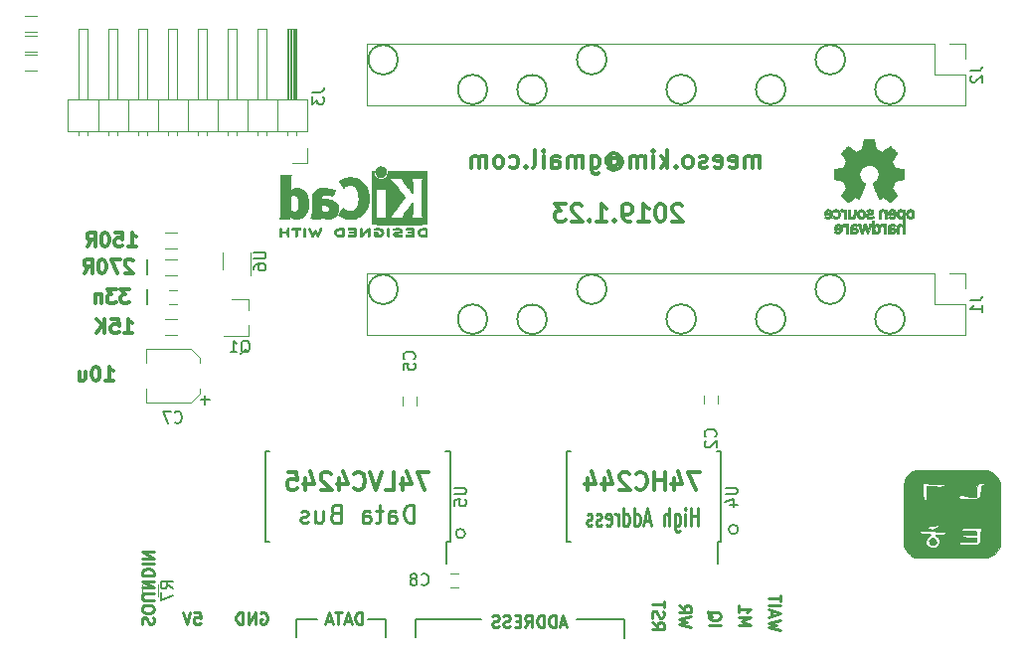
<source format=gbr>
G04 #@! TF.FileFunction,Legend,Bot*
%FSLAX46Y46*%
G04 Gerber Fmt 4.6, Leading zero omitted, Abs format (unit mm)*
G04 Created by KiCad (PCBNEW 4.0.7) date 02/14/19 03:29:22*
%MOMM*%
%LPD*%
G01*
G04 APERTURE LIST*
%ADD10C,0.100000*%
%ADD11C,0.300000*%
%ADD12C,0.200000*%
%ADD13C,0.250000*%
%ADD14C,0.120000*%
%ADD15C,0.010000*%
%ADD16C,0.150000*%
G04 APERTURE END LIST*
D10*
D11*
X125034571Y-80044857D02*
X125720286Y-80044857D01*
X125377428Y-80044857D02*
X125377428Y-78844857D01*
X125491714Y-79016286D01*
X125606000Y-79130571D01*
X125720286Y-79187714D01*
X123948857Y-78844857D02*
X124520286Y-78844857D01*
X124577429Y-79416286D01*
X124520286Y-79359143D01*
X124406000Y-79302000D01*
X124120286Y-79302000D01*
X124006000Y-79359143D01*
X123948857Y-79416286D01*
X123891714Y-79530571D01*
X123891714Y-79816286D01*
X123948857Y-79930571D01*
X124006000Y-79987714D01*
X124120286Y-80044857D01*
X124406000Y-80044857D01*
X124520286Y-79987714D01*
X124577429Y-79930571D01*
X123377429Y-80044857D02*
X123377429Y-78844857D01*
X122691714Y-80044857D02*
X123206000Y-79359143D01*
X122691714Y-78844857D02*
X123377429Y-79530571D01*
D12*
X148336001Y-56769000D02*
G75*
G03X148336001Y-56769000I-1257236J0D01*
G01*
X161023236Y-59321765D02*
G75*
G03X161023236Y-59321765I-1257236J0D01*
G01*
X166103236Y-56756235D02*
G75*
G03X166103236Y-56756235I-1257236J0D01*
G01*
X173723236Y-59296235D02*
G75*
G03X173723236Y-59296235I-1257236J0D01*
G01*
X181343236Y-59296235D02*
G75*
G03X181343236Y-59296235I-1257236J0D01*
G01*
X186423236Y-56756235D02*
G75*
G03X186423236Y-56756235I-1257236J0D01*
G01*
X191503236Y-59296235D02*
G75*
G03X191503236Y-59296235I-1257236J0D01*
G01*
X155956001Y-59309000D02*
G75*
G03X155956001Y-59309000I-1257236J0D01*
G01*
X155956001Y-78867000D02*
G75*
G03X155956001Y-78867000I-1257236J0D01*
G01*
X191503236Y-78854235D02*
G75*
G03X191503236Y-78854235I-1257236J0D01*
G01*
X186423236Y-76314235D02*
G75*
G03X186423236Y-76314235I-1257236J0D01*
G01*
X181343236Y-78854235D02*
G75*
G03X181343236Y-78854235I-1257236J0D01*
G01*
X173723236Y-78854235D02*
G75*
G03X173723236Y-78854235I-1257236J0D01*
G01*
X166103236Y-76314235D02*
G75*
G03X166103236Y-76314235I-1257236J0D01*
G01*
X161023236Y-78879765D02*
G75*
G03X161023236Y-78879765I-1257236J0D01*
G01*
X148336001Y-76327000D02*
G75*
G03X148336001Y-76327000I-1257236J0D01*
G01*
D11*
X123402628Y-84108857D02*
X124088343Y-84108857D01*
X123745485Y-84108857D02*
X123745485Y-82908857D01*
X123859771Y-83080286D01*
X123974057Y-83194571D01*
X124088343Y-83251714D01*
X122659771Y-82908857D02*
X122545486Y-82908857D01*
X122431200Y-82966000D01*
X122374057Y-83023143D01*
X122316914Y-83137429D01*
X122259771Y-83366000D01*
X122259771Y-83651714D01*
X122316914Y-83880286D01*
X122374057Y-83994571D01*
X122431200Y-84051714D01*
X122545486Y-84108857D01*
X122659771Y-84108857D01*
X122774057Y-84051714D01*
X122831200Y-83994571D01*
X122888343Y-83880286D01*
X122945486Y-83651714D01*
X122945486Y-83366000D01*
X122888343Y-83137429D01*
X122831200Y-83023143D01*
X122774057Y-82966000D01*
X122659771Y-82908857D01*
X121231200Y-83308857D02*
X121231200Y-84108857D01*
X121745486Y-83308857D02*
X121745486Y-83937429D01*
X121688343Y-84051714D01*
X121574057Y-84108857D01*
X121402629Y-84108857D01*
X121288343Y-84051714D01*
X121231200Y-83994571D01*
X125351999Y-72678857D02*
X126037714Y-72678857D01*
X125694856Y-72678857D02*
X125694856Y-71478857D01*
X125809142Y-71650286D01*
X125923428Y-71764571D01*
X126037714Y-71821714D01*
X124266285Y-71478857D02*
X124837714Y-71478857D01*
X124894857Y-72050286D01*
X124837714Y-71993143D01*
X124723428Y-71936000D01*
X124437714Y-71936000D01*
X124323428Y-71993143D01*
X124266285Y-72050286D01*
X124209142Y-72164571D01*
X124209142Y-72450286D01*
X124266285Y-72564571D01*
X124323428Y-72621714D01*
X124437714Y-72678857D01*
X124723428Y-72678857D01*
X124837714Y-72621714D01*
X124894857Y-72564571D01*
X123466285Y-71478857D02*
X123352000Y-71478857D01*
X123237714Y-71536000D01*
X123180571Y-71593143D01*
X123123428Y-71707429D01*
X123066285Y-71936000D01*
X123066285Y-72221714D01*
X123123428Y-72450286D01*
X123180571Y-72564571D01*
X123237714Y-72621714D01*
X123352000Y-72678857D01*
X123466285Y-72678857D01*
X123580571Y-72621714D01*
X123637714Y-72564571D01*
X123694857Y-72450286D01*
X123752000Y-72221714D01*
X123752000Y-71936000D01*
X123694857Y-71707429D01*
X123637714Y-71593143D01*
X123580571Y-71536000D01*
X123466285Y-71478857D01*
X121866285Y-72678857D02*
X122266285Y-72107429D01*
X122552000Y-72678857D02*
X122552000Y-71478857D01*
X122094857Y-71478857D01*
X121980571Y-71536000D01*
X121923428Y-71593143D01*
X121866285Y-71707429D01*
X121866285Y-71878857D01*
X121923428Y-71993143D01*
X121980571Y-72050286D01*
X122094857Y-72107429D01*
X122552000Y-72107429D01*
X125466285Y-76304857D02*
X124723428Y-76304857D01*
X125123428Y-76762000D01*
X124952000Y-76762000D01*
X124837714Y-76819143D01*
X124780571Y-76876286D01*
X124723428Y-76990571D01*
X124723428Y-77276286D01*
X124780571Y-77390571D01*
X124837714Y-77447714D01*
X124952000Y-77504857D01*
X125294857Y-77504857D01*
X125409143Y-77447714D01*
X125466285Y-77390571D01*
X124323428Y-76304857D02*
X123580571Y-76304857D01*
X123980571Y-76762000D01*
X123809143Y-76762000D01*
X123694857Y-76819143D01*
X123637714Y-76876286D01*
X123580571Y-76990571D01*
X123580571Y-77276286D01*
X123637714Y-77390571D01*
X123694857Y-77447714D01*
X123809143Y-77504857D01*
X124152000Y-77504857D01*
X124266286Y-77447714D01*
X124323428Y-77390571D01*
X123066286Y-76704857D02*
X123066286Y-77504857D01*
X123066286Y-76819143D02*
X123009143Y-76762000D01*
X122894857Y-76704857D01*
X122723429Y-76704857D01*
X122609143Y-76762000D01*
X122552000Y-76876286D01*
X122552000Y-77504857D01*
X125783714Y-73879143D02*
X125726571Y-73822000D01*
X125612285Y-73764857D01*
X125326571Y-73764857D01*
X125212285Y-73822000D01*
X125155142Y-73879143D01*
X125097999Y-73993429D01*
X125097999Y-74107714D01*
X125155142Y-74279143D01*
X125840856Y-74964857D01*
X125097999Y-74964857D01*
X124697999Y-73764857D02*
X123897999Y-73764857D01*
X124412285Y-74964857D01*
X123212285Y-73764857D02*
X123098000Y-73764857D01*
X122983714Y-73822000D01*
X122926571Y-73879143D01*
X122869428Y-73993429D01*
X122812285Y-74222000D01*
X122812285Y-74507714D01*
X122869428Y-74736286D01*
X122926571Y-74850571D01*
X122983714Y-74907714D01*
X123098000Y-74964857D01*
X123212285Y-74964857D01*
X123326571Y-74907714D01*
X123383714Y-74850571D01*
X123440857Y-74736286D01*
X123498000Y-74507714D01*
X123498000Y-74222000D01*
X123440857Y-73993429D01*
X123383714Y-73879143D01*
X123326571Y-73822000D01*
X123212285Y-73764857D01*
X121612285Y-74964857D02*
X122012285Y-74393429D01*
X122298000Y-74964857D02*
X122298000Y-73764857D01*
X121840857Y-73764857D01*
X121726571Y-73822000D01*
X121669428Y-73879143D01*
X121612285Y-73993429D01*
X121612285Y-74164857D01*
X121669428Y-74279143D01*
X121726571Y-74336286D01*
X121840857Y-74393429D01*
X122298000Y-74393429D01*
D12*
X127000000Y-76327000D02*
X127000000Y-77597000D01*
X127000000Y-73787000D02*
X127000000Y-75057000D01*
D13*
X149692714Y-96182571D02*
X149692714Y-94682571D01*
X149335571Y-94682571D01*
X149121286Y-94754000D01*
X148978428Y-94896857D01*
X148907000Y-95039714D01*
X148835571Y-95325429D01*
X148835571Y-95539714D01*
X148907000Y-95825429D01*
X148978428Y-95968286D01*
X149121286Y-96111143D01*
X149335571Y-96182571D01*
X149692714Y-96182571D01*
X147549857Y-96182571D02*
X147549857Y-95396857D01*
X147621286Y-95254000D01*
X147764143Y-95182571D01*
X148049857Y-95182571D01*
X148192714Y-95254000D01*
X147549857Y-96111143D02*
X147692714Y-96182571D01*
X148049857Y-96182571D01*
X148192714Y-96111143D01*
X148264143Y-95968286D01*
X148264143Y-95825429D01*
X148192714Y-95682571D01*
X148049857Y-95611143D01*
X147692714Y-95611143D01*
X147549857Y-95539714D01*
X147049857Y-95182571D02*
X146478428Y-95182571D01*
X146835571Y-94682571D02*
X146835571Y-95968286D01*
X146764143Y-96111143D01*
X146621285Y-96182571D01*
X146478428Y-96182571D01*
X145335571Y-96182571D02*
X145335571Y-95396857D01*
X145407000Y-95254000D01*
X145549857Y-95182571D01*
X145835571Y-95182571D01*
X145978428Y-95254000D01*
X145335571Y-96111143D02*
X145478428Y-96182571D01*
X145835571Y-96182571D01*
X145978428Y-96111143D01*
X146049857Y-95968286D01*
X146049857Y-95825429D01*
X145978428Y-95682571D01*
X145835571Y-95611143D01*
X145478428Y-95611143D01*
X145335571Y-95539714D01*
X142978428Y-95396857D02*
X142764142Y-95468286D01*
X142692714Y-95539714D01*
X142621285Y-95682571D01*
X142621285Y-95896857D01*
X142692714Y-96039714D01*
X142764142Y-96111143D01*
X142907000Y-96182571D01*
X143478428Y-96182571D01*
X143478428Y-94682571D01*
X142978428Y-94682571D01*
X142835571Y-94754000D01*
X142764142Y-94825429D01*
X142692714Y-94968286D01*
X142692714Y-95111143D01*
X142764142Y-95254000D01*
X142835571Y-95325429D01*
X142978428Y-95396857D01*
X143478428Y-95396857D01*
X141335571Y-95182571D02*
X141335571Y-96182571D01*
X141978428Y-95182571D02*
X141978428Y-95968286D01*
X141907000Y-96111143D01*
X141764142Y-96182571D01*
X141549857Y-96182571D01*
X141407000Y-96111143D01*
X141335571Y-96039714D01*
X140692714Y-96111143D02*
X140549857Y-96182571D01*
X140264142Y-96182571D01*
X140121285Y-96111143D01*
X140049857Y-95968286D01*
X140049857Y-95896857D01*
X140121285Y-95754000D01*
X140264142Y-95682571D01*
X140478428Y-95682571D01*
X140621285Y-95611143D01*
X140692714Y-95468286D01*
X140692714Y-95396857D01*
X140621285Y-95254000D01*
X140478428Y-95182571D01*
X140264142Y-95182571D01*
X140121285Y-95254000D01*
X173854477Y-96436571D02*
X173854477Y-94936571D01*
X173854477Y-95650857D02*
X173283048Y-95650857D01*
X173283048Y-96436571D02*
X173283048Y-94936571D01*
X172806858Y-96436571D02*
X172806858Y-95436571D01*
X172806858Y-94936571D02*
X172854477Y-95008000D01*
X172806858Y-95079429D01*
X172759239Y-95008000D01*
X172806858Y-94936571D01*
X172806858Y-95079429D01*
X171902096Y-95436571D02*
X171902096Y-96650857D01*
X171949715Y-96793714D01*
X171997334Y-96865143D01*
X172092573Y-96936571D01*
X172235430Y-96936571D01*
X172330668Y-96865143D01*
X171902096Y-96365143D02*
X171997334Y-96436571D01*
X172187811Y-96436571D01*
X172283049Y-96365143D01*
X172330668Y-96293714D01*
X172378287Y-96150857D01*
X172378287Y-95722286D01*
X172330668Y-95579429D01*
X172283049Y-95508000D01*
X172187811Y-95436571D01*
X171997334Y-95436571D01*
X171902096Y-95508000D01*
X171425906Y-96436571D02*
X171425906Y-94936571D01*
X170997334Y-96436571D02*
X170997334Y-95650857D01*
X171044953Y-95508000D01*
X171140191Y-95436571D01*
X171283049Y-95436571D01*
X171378287Y-95508000D01*
X171425906Y-95579429D01*
X169806858Y-96008000D02*
X169330667Y-96008000D01*
X169902096Y-96436571D02*
X169568763Y-94936571D01*
X169235429Y-96436571D01*
X168473524Y-96436571D02*
X168473524Y-94936571D01*
X168473524Y-96365143D02*
X168568762Y-96436571D01*
X168759239Y-96436571D01*
X168854477Y-96365143D01*
X168902096Y-96293714D01*
X168949715Y-96150857D01*
X168949715Y-95722286D01*
X168902096Y-95579429D01*
X168854477Y-95508000D01*
X168759239Y-95436571D01*
X168568762Y-95436571D01*
X168473524Y-95508000D01*
X167568762Y-96436571D02*
X167568762Y-94936571D01*
X167568762Y-96365143D02*
X167664000Y-96436571D01*
X167854477Y-96436571D01*
X167949715Y-96365143D01*
X167997334Y-96293714D01*
X168044953Y-96150857D01*
X168044953Y-95722286D01*
X167997334Y-95579429D01*
X167949715Y-95508000D01*
X167854477Y-95436571D01*
X167664000Y-95436571D01*
X167568762Y-95508000D01*
X167092572Y-96436571D02*
X167092572Y-95436571D01*
X167092572Y-95722286D02*
X167044953Y-95579429D01*
X166997334Y-95508000D01*
X166902096Y-95436571D01*
X166806857Y-95436571D01*
X166092571Y-96365143D02*
X166187809Y-96436571D01*
X166378286Y-96436571D01*
X166473524Y-96365143D01*
X166521143Y-96222286D01*
X166521143Y-95650857D01*
X166473524Y-95508000D01*
X166378286Y-95436571D01*
X166187809Y-95436571D01*
X166092571Y-95508000D01*
X166044952Y-95650857D01*
X166044952Y-95793714D01*
X166521143Y-95936571D01*
X165664000Y-96365143D02*
X165568762Y-96436571D01*
X165378286Y-96436571D01*
X165283047Y-96365143D01*
X165235428Y-96222286D01*
X165235428Y-96150857D01*
X165283047Y-96008000D01*
X165378286Y-95936571D01*
X165521143Y-95936571D01*
X165616381Y-95865143D01*
X165664000Y-95722286D01*
X165664000Y-95650857D01*
X165616381Y-95508000D01*
X165521143Y-95436571D01*
X165378286Y-95436571D01*
X165283047Y-95508000D01*
X164854476Y-96365143D02*
X164759238Y-96436571D01*
X164568762Y-96436571D01*
X164473523Y-96365143D01*
X164425904Y-96222286D01*
X164425904Y-96150857D01*
X164473523Y-96008000D01*
X164568762Y-95936571D01*
X164711619Y-95936571D01*
X164806857Y-95865143D01*
X164854476Y-95722286D01*
X164854476Y-95650857D01*
X164806857Y-95508000D01*
X164711619Y-95436571D01*
X164568762Y-95436571D01*
X164473523Y-95508000D01*
D12*
X177312609Y-96774000D02*
G75*
G03X177312609Y-96774000I-401609J0D01*
G01*
D13*
X126595238Y-104846047D02*
X126547619Y-104703190D01*
X126547619Y-104465094D01*
X126595238Y-104369856D01*
X126642857Y-104322237D01*
X126738095Y-104274618D01*
X126833333Y-104274618D01*
X126928571Y-104322237D01*
X126976190Y-104369856D01*
X127023810Y-104465094D01*
X127071429Y-104655571D01*
X127119048Y-104750809D01*
X127166667Y-104798428D01*
X127261905Y-104846047D01*
X127357143Y-104846047D01*
X127452381Y-104798428D01*
X127500000Y-104750809D01*
X127547619Y-104655571D01*
X127547619Y-104417475D01*
X127500000Y-104274618D01*
X127547619Y-103655571D02*
X127547619Y-103465094D01*
X127500000Y-103369856D01*
X127404762Y-103274618D01*
X127214286Y-103226999D01*
X126880952Y-103226999D01*
X126690476Y-103274618D01*
X126595238Y-103369856D01*
X126547619Y-103465094D01*
X126547619Y-103655571D01*
X126595238Y-103750809D01*
X126690476Y-103846047D01*
X126880952Y-103893666D01*
X127214286Y-103893666D01*
X127404762Y-103846047D01*
X127500000Y-103750809D01*
X127547619Y-103655571D01*
X127547619Y-102798428D02*
X126738095Y-102798428D01*
X126642857Y-102750809D01*
X126595238Y-102703190D01*
X126547619Y-102607952D01*
X126547619Y-102417475D01*
X126595238Y-102322237D01*
X126642857Y-102274618D01*
X126738095Y-102226999D01*
X127547619Y-102226999D01*
X126547619Y-101750809D02*
X127547619Y-101750809D01*
X126547619Y-101179380D01*
X127547619Y-101179380D01*
X126547619Y-100703190D02*
X127547619Y-100703190D01*
X127547619Y-100465095D01*
X127500000Y-100322237D01*
X127404762Y-100226999D01*
X127309524Y-100179380D01*
X127119048Y-100131761D01*
X126976190Y-100131761D01*
X126785714Y-100179380D01*
X126690476Y-100226999D01*
X126595238Y-100322237D01*
X126547619Y-100465095D01*
X126547619Y-100703190D01*
X126547619Y-99703190D02*
X127547619Y-99703190D01*
X126547619Y-99227000D02*
X127547619Y-99227000D01*
X126547619Y-98655571D01*
X127547619Y-98655571D01*
D12*
X154071609Y-97134391D02*
G75*
G03X154071609Y-97134391I-401609J0D01*
G01*
D11*
X150978427Y-91888571D02*
X149978427Y-91888571D01*
X150621284Y-93388571D01*
X148764142Y-92388571D02*
X148764142Y-93388571D01*
X149121285Y-91817143D02*
X149478428Y-92888571D01*
X148549856Y-92888571D01*
X147264142Y-93388571D02*
X147978428Y-93388571D01*
X147978428Y-91888571D01*
X146978428Y-91888571D02*
X146478428Y-93388571D01*
X145978428Y-91888571D01*
X144621285Y-93245714D02*
X144692714Y-93317143D01*
X144907000Y-93388571D01*
X145049857Y-93388571D01*
X145264142Y-93317143D01*
X145407000Y-93174286D01*
X145478428Y-93031429D01*
X145549857Y-92745714D01*
X145549857Y-92531429D01*
X145478428Y-92245714D01*
X145407000Y-92102857D01*
X145264142Y-91960000D01*
X145049857Y-91888571D01*
X144907000Y-91888571D01*
X144692714Y-91960000D01*
X144621285Y-92031429D01*
X143335571Y-92388571D02*
X143335571Y-93388571D01*
X143692714Y-91817143D02*
X144049857Y-92888571D01*
X143121285Y-92888571D01*
X142621286Y-92031429D02*
X142549857Y-91960000D01*
X142407000Y-91888571D01*
X142049857Y-91888571D01*
X141907000Y-91960000D01*
X141835571Y-92031429D01*
X141764143Y-92174286D01*
X141764143Y-92317143D01*
X141835571Y-92531429D01*
X142692714Y-93388571D01*
X141764143Y-93388571D01*
X140478429Y-92388571D02*
X140478429Y-93388571D01*
X140835572Y-91817143D02*
X141192715Y-92888571D01*
X140264143Y-92888571D01*
X138978429Y-91888571D02*
X139692715Y-91888571D01*
X139764144Y-92602857D01*
X139692715Y-92531429D01*
X139549858Y-92460000D01*
X139192715Y-92460000D01*
X139049858Y-92531429D01*
X138978429Y-92602857D01*
X138907001Y-92745714D01*
X138907001Y-93102857D01*
X138978429Y-93245714D01*
X139049858Y-93317143D01*
X139192715Y-93388571D01*
X139549858Y-93388571D01*
X139692715Y-93317143D01*
X139764144Y-93245714D01*
X174056856Y-91888571D02*
X173056856Y-91888571D01*
X173699713Y-93388571D01*
X171842571Y-92388571D02*
X171842571Y-93388571D01*
X172199714Y-91817143D02*
X172556857Y-92888571D01*
X171628285Y-92888571D01*
X171056857Y-93388571D02*
X171056857Y-91888571D01*
X171056857Y-92602857D02*
X170199714Y-92602857D01*
X170199714Y-93388571D02*
X170199714Y-91888571D01*
X168628285Y-93245714D02*
X168699714Y-93317143D01*
X168914000Y-93388571D01*
X169056857Y-93388571D01*
X169271142Y-93317143D01*
X169414000Y-93174286D01*
X169485428Y-93031429D01*
X169556857Y-92745714D01*
X169556857Y-92531429D01*
X169485428Y-92245714D01*
X169414000Y-92102857D01*
X169271142Y-91960000D01*
X169056857Y-91888571D01*
X168914000Y-91888571D01*
X168699714Y-91960000D01*
X168628285Y-92031429D01*
X168056857Y-92031429D02*
X167985428Y-91960000D01*
X167842571Y-91888571D01*
X167485428Y-91888571D01*
X167342571Y-91960000D01*
X167271142Y-92031429D01*
X167199714Y-92174286D01*
X167199714Y-92317143D01*
X167271142Y-92531429D01*
X168128285Y-93388571D01*
X167199714Y-93388571D01*
X165914000Y-92388571D02*
X165914000Y-93388571D01*
X166271143Y-91817143D02*
X166628286Y-92888571D01*
X165699714Y-92888571D01*
X164485429Y-92388571D02*
X164485429Y-93388571D01*
X164842572Y-91817143D02*
X165199715Y-92888571D01*
X164271143Y-92888571D01*
D12*
X167640000Y-104394000D02*
X163576000Y-104394000D01*
X167640000Y-106045000D02*
X167640000Y-104394000D01*
X149860000Y-104394000D02*
X155448000Y-104394000D01*
X149860000Y-105918000D02*
X149860000Y-104394000D01*
X147320000Y-104394000D02*
X145796000Y-104394000D01*
X147320000Y-105918000D02*
X147320000Y-104394000D01*
X139700000Y-104394000D02*
X141478000Y-104394000D01*
X139700000Y-105918000D02*
X139700000Y-104394000D01*
D13*
X162654857Y-104814667D02*
X162178666Y-104814667D01*
X162750095Y-105100381D02*
X162416762Y-104100381D01*
X162083428Y-105100381D01*
X161750095Y-105100381D02*
X161750095Y-104100381D01*
X161512000Y-104100381D01*
X161369142Y-104148000D01*
X161273904Y-104243238D01*
X161226285Y-104338476D01*
X161178666Y-104528952D01*
X161178666Y-104671810D01*
X161226285Y-104862286D01*
X161273904Y-104957524D01*
X161369142Y-105052762D01*
X161512000Y-105100381D01*
X161750095Y-105100381D01*
X160750095Y-105100381D02*
X160750095Y-104100381D01*
X160512000Y-104100381D01*
X160369142Y-104148000D01*
X160273904Y-104243238D01*
X160226285Y-104338476D01*
X160178666Y-104528952D01*
X160178666Y-104671810D01*
X160226285Y-104862286D01*
X160273904Y-104957524D01*
X160369142Y-105052762D01*
X160512000Y-105100381D01*
X160750095Y-105100381D01*
X159178666Y-105100381D02*
X159512000Y-104624190D01*
X159750095Y-105100381D02*
X159750095Y-104100381D01*
X159369142Y-104100381D01*
X159273904Y-104148000D01*
X159226285Y-104195619D01*
X159178666Y-104290857D01*
X159178666Y-104433714D01*
X159226285Y-104528952D01*
X159273904Y-104576571D01*
X159369142Y-104624190D01*
X159750095Y-104624190D01*
X158750095Y-104576571D02*
X158416761Y-104576571D01*
X158273904Y-105100381D02*
X158750095Y-105100381D01*
X158750095Y-104100381D01*
X158273904Y-104100381D01*
X157892952Y-105052762D02*
X157750095Y-105100381D01*
X157511999Y-105100381D01*
X157416761Y-105052762D01*
X157369142Y-105005143D01*
X157321523Y-104909905D01*
X157321523Y-104814667D01*
X157369142Y-104719429D01*
X157416761Y-104671810D01*
X157511999Y-104624190D01*
X157702476Y-104576571D01*
X157797714Y-104528952D01*
X157845333Y-104481333D01*
X157892952Y-104386095D01*
X157892952Y-104290857D01*
X157845333Y-104195619D01*
X157797714Y-104148000D01*
X157702476Y-104100381D01*
X157464380Y-104100381D01*
X157321523Y-104148000D01*
X156940571Y-105052762D02*
X156797714Y-105100381D01*
X156559618Y-105100381D01*
X156464380Y-105052762D01*
X156416761Y-105005143D01*
X156369142Y-104909905D01*
X156369142Y-104814667D01*
X156416761Y-104719429D01*
X156464380Y-104671810D01*
X156559618Y-104624190D01*
X156750095Y-104576571D01*
X156845333Y-104528952D01*
X156892952Y-104481333D01*
X156940571Y-104386095D01*
X156940571Y-104290857D01*
X156892952Y-104195619D01*
X156845333Y-104148000D01*
X156750095Y-104100381D01*
X156511999Y-104100381D01*
X156369142Y-104148000D01*
X145264000Y-104846381D02*
X145264000Y-103846381D01*
X145025905Y-103846381D01*
X144883047Y-103894000D01*
X144787809Y-103989238D01*
X144740190Y-104084476D01*
X144692571Y-104274952D01*
X144692571Y-104417810D01*
X144740190Y-104608286D01*
X144787809Y-104703524D01*
X144883047Y-104798762D01*
X145025905Y-104846381D01*
X145264000Y-104846381D01*
X144311619Y-104560667D02*
X143835428Y-104560667D01*
X144406857Y-104846381D02*
X144073524Y-103846381D01*
X143740190Y-104846381D01*
X143549714Y-103846381D02*
X142978285Y-103846381D01*
X143264000Y-104846381D02*
X143264000Y-103846381D01*
X142692571Y-104560667D02*
X142216380Y-104560667D01*
X142787809Y-104846381D02*
X142454476Y-103846381D01*
X142121142Y-104846381D01*
D11*
X172560570Y-69171429D02*
X172489141Y-69100000D01*
X172346284Y-69028571D01*
X171989141Y-69028571D01*
X171846284Y-69100000D01*
X171774855Y-69171429D01*
X171703427Y-69314286D01*
X171703427Y-69457143D01*
X171774855Y-69671429D01*
X172631998Y-70528571D01*
X171703427Y-70528571D01*
X170774856Y-69028571D02*
X170631999Y-69028571D01*
X170489142Y-69100000D01*
X170417713Y-69171429D01*
X170346284Y-69314286D01*
X170274856Y-69600000D01*
X170274856Y-69957143D01*
X170346284Y-70242857D01*
X170417713Y-70385714D01*
X170489142Y-70457143D01*
X170631999Y-70528571D01*
X170774856Y-70528571D01*
X170917713Y-70457143D01*
X170989142Y-70385714D01*
X171060570Y-70242857D01*
X171131999Y-69957143D01*
X171131999Y-69600000D01*
X171060570Y-69314286D01*
X170989142Y-69171429D01*
X170917713Y-69100000D01*
X170774856Y-69028571D01*
X168846285Y-70528571D02*
X169703428Y-70528571D01*
X169274856Y-70528571D02*
X169274856Y-69028571D01*
X169417713Y-69242857D01*
X169560571Y-69385714D01*
X169703428Y-69457143D01*
X168132000Y-70528571D02*
X167846285Y-70528571D01*
X167703428Y-70457143D01*
X167632000Y-70385714D01*
X167489142Y-70171429D01*
X167417714Y-69885714D01*
X167417714Y-69314286D01*
X167489142Y-69171429D01*
X167560571Y-69100000D01*
X167703428Y-69028571D01*
X167989142Y-69028571D01*
X168132000Y-69100000D01*
X168203428Y-69171429D01*
X168274857Y-69314286D01*
X168274857Y-69671429D01*
X168203428Y-69814286D01*
X168132000Y-69885714D01*
X167989142Y-69957143D01*
X167703428Y-69957143D01*
X167560571Y-69885714D01*
X167489142Y-69814286D01*
X167417714Y-69671429D01*
X166774857Y-70385714D02*
X166703429Y-70457143D01*
X166774857Y-70528571D01*
X166846286Y-70457143D01*
X166774857Y-70385714D01*
X166774857Y-70528571D01*
X165274857Y-70528571D02*
X166132000Y-70528571D01*
X165703428Y-70528571D02*
X165703428Y-69028571D01*
X165846285Y-69242857D01*
X165989143Y-69385714D01*
X166132000Y-69457143D01*
X164632000Y-70385714D02*
X164560572Y-70457143D01*
X164632000Y-70528571D01*
X164703429Y-70457143D01*
X164632000Y-70385714D01*
X164632000Y-70528571D01*
X163989143Y-69171429D02*
X163917714Y-69100000D01*
X163774857Y-69028571D01*
X163417714Y-69028571D01*
X163274857Y-69100000D01*
X163203428Y-69171429D01*
X163132000Y-69314286D01*
X163132000Y-69457143D01*
X163203428Y-69671429D01*
X164060571Y-70528571D01*
X163132000Y-70528571D01*
X162632000Y-69028571D02*
X161703429Y-69028571D01*
X162203429Y-69600000D01*
X161989143Y-69600000D01*
X161846286Y-69671429D01*
X161774857Y-69742857D01*
X161703429Y-69885714D01*
X161703429Y-70242857D01*
X161774857Y-70385714D01*
X161846286Y-70457143D01*
X161989143Y-70528571D01*
X162417715Y-70528571D01*
X162560572Y-70457143D01*
X162632000Y-70385714D01*
D13*
X131000476Y-103846381D02*
X131476667Y-103846381D01*
X131524286Y-104322571D01*
X131476667Y-104274952D01*
X131381429Y-104227333D01*
X131143333Y-104227333D01*
X131048095Y-104274952D01*
X131000476Y-104322571D01*
X130952857Y-104417810D01*
X130952857Y-104655905D01*
X131000476Y-104751143D01*
X131048095Y-104798762D01*
X131143333Y-104846381D01*
X131381429Y-104846381D01*
X131476667Y-104798762D01*
X131524286Y-104751143D01*
X130667143Y-103846381D02*
X130333810Y-104846381D01*
X130000476Y-103846381D01*
X136651904Y-103894000D02*
X136747142Y-103846381D01*
X136889999Y-103846381D01*
X137032857Y-103894000D01*
X137128095Y-103989238D01*
X137175714Y-104084476D01*
X137223333Y-104274952D01*
X137223333Y-104417810D01*
X137175714Y-104608286D01*
X137128095Y-104703524D01*
X137032857Y-104798762D01*
X136889999Y-104846381D01*
X136794761Y-104846381D01*
X136651904Y-104798762D01*
X136604285Y-104751143D01*
X136604285Y-104417810D01*
X136794761Y-104417810D01*
X136175714Y-104846381D02*
X136175714Y-103846381D01*
X135604285Y-104846381D01*
X135604285Y-103846381D01*
X135128095Y-104846381D02*
X135128095Y-103846381D01*
X134890000Y-103846381D01*
X134747142Y-103894000D01*
X134651904Y-103989238D01*
X134604285Y-104084476D01*
X134556666Y-104274952D01*
X134556666Y-104417810D01*
X134604285Y-104608286D01*
X134651904Y-104703524D01*
X134747142Y-104798762D01*
X134890000Y-104846381D01*
X135128095Y-104846381D01*
X173267619Y-105068571D02*
X172267619Y-104830476D01*
X172981905Y-104639999D01*
X172267619Y-104449523D01*
X173267619Y-104211428D01*
X172267619Y-103259047D02*
X172743810Y-103592381D01*
X172267619Y-103830476D02*
X173267619Y-103830476D01*
X173267619Y-103449523D01*
X173220000Y-103354285D01*
X173172381Y-103306666D01*
X173077143Y-103259047D01*
X172934286Y-103259047D01*
X172839048Y-103306666D01*
X172791429Y-103354285D01*
X172743810Y-103449523D01*
X172743810Y-103830476D01*
X174807619Y-104917809D02*
X175807619Y-104917809D01*
X174712381Y-103774952D02*
X174760000Y-103870190D01*
X174855238Y-103965428D01*
X174998095Y-104108285D01*
X175045714Y-104203524D01*
X175045714Y-104298762D01*
X174807619Y-104251143D02*
X174855238Y-104346381D01*
X174950476Y-104441619D01*
X175140952Y-104489238D01*
X175474286Y-104489238D01*
X175664762Y-104441619D01*
X175760000Y-104346381D01*
X175807619Y-104251143D01*
X175807619Y-104060666D01*
X175760000Y-103965428D01*
X175664762Y-103870190D01*
X175474286Y-103822571D01*
X175140952Y-103822571D01*
X174950476Y-103870190D01*
X174855238Y-103965428D01*
X174807619Y-104060666D01*
X174807619Y-104251143D01*
X177347619Y-104949524D02*
X178347619Y-104949524D01*
X177633333Y-104616190D01*
X178347619Y-104282857D01*
X177347619Y-104282857D01*
X177347619Y-103282857D02*
X177347619Y-103854286D01*
X177347619Y-103568572D02*
X178347619Y-103568572D01*
X178204762Y-103663810D01*
X178109524Y-103759048D01*
X178061905Y-103854286D01*
X180887619Y-105362190D02*
X179887619Y-105124095D01*
X180601905Y-104933618D01*
X179887619Y-104743142D01*
X180887619Y-104505047D01*
X180173333Y-104171714D02*
X180173333Y-103695523D01*
X179887619Y-104266952D02*
X180887619Y-103933619D01*
X179887619Y-103600285D01*
X179887619Y-103266952D02*
X180887619Y-103266952D01*
X180887619Y-102933619D02*
X180887619Y-102362190D01*
X179887619Y-102647905D02*
X180887619Y-102647905D01*
X169981619Y-104687619D02*
X170457810Y-105020953D01*
X169981619Y-105259048D02*
X170981619Y-105259048D01*
X170981619Y-104878095D01*
X170934000Y-104782857D01*
X170886381Y-104735238D01*
X170791143Y-104687619D01*
X170648286Y-104687619D01*
X170553048Y-104735238D01*
X170505429Y-104782857D01*
X170457810Y-104878095D01*
X170457810Y-105259048D01*
X170029238Y-104306667D02*
X169981619Y-104163810D01*
X169981619Y-103925714D01*
X170029238Y-103830476D01*
X170076857Y-103782857D01*
X170172095Y-103735238D01*
X170267333Y-103735238D01*
X170362571Y-103782857D01*
X170410190Y-103830476D01*
X170457810Y-103925714D01*
X170505429Y-104116191D01*
X170553048Y-104211429D01*
X170600667Y-104259048D01*
X170695905Y-104306667D01*
X170791143Y-104306667D01*
X170886381Y-104259048D01*
X170934000Y-104211429D01*
X170981619Y-104116191D01*
X170981619Y-103878095D01*
X170934000Y-103735238D01*
X170981619Y-103449524D02*
X170981619Y-102878095D01*
X169981619Y-103163810D02*
X170981619Y-103163810D01*
D11*
X179163714Y-65956571D02*
X179163714Y-64956571D01*
X179163714Y-65099429D02*
X179092286Y-65028000D01*
X178949428Y-64956571D01*
X178735143Y-64956571D01*
X178592286Y-65028000D01*
X178520857Y-65170857D01*
X178520857Y-65956571D01*
X178520857Y-65170857D02*
X178449428Y-65028000D01*
X178306571Y-64956571D01*
X178092286Y-64956571D01*
X177949428Y-65028000D01*
X177878000Y-65170857D01*
X177878000Y-65956571D01*
X176592286Y-65885143D02*
X176735143Y-65956571D01*
X177020857Y-65956571D01*
X177163714Y-65885143D01*
X177235143Y-65742286D01*
X177235143Y-65170857D01*
X177163714Y-65028000D01*
X177020857Y-64956571D01*
X176735143Y-64956571D01*
X176592286Y-65028000D01*
X176520857Y-65170857D01*
X176520857Y-65313714D01*
X177235143Y-65456571D01*
X175306572Y-65885143D02*
X175449429Y-65956571D01*
X175735143Y-65956571D01*
X175878000Y-65885143D01*
X175949429Y-65742286D01*
X175949429Y-65170857D01*
X175878000Y-65028000D01*
X175735143Y-64956571D01*
X175449429Y-64956571D01*
X175306572Y-65028000D01*
X175235143Y-65170857D01*
X175235143Y-65313714D01*
X175949429Y-65456571D01*
X174663715Y-65885143D02*
X174520858Y-65956571D01*
X174235143Y-65956571D01*
X174092286Y-65885143D01*
X174020858Y-65742286D01*
X174020858Y-65670857D01*
X174092286Y-65528000D01*
X174235143Y-65456571D01*
X174449429Y-65456571D01*
X174592286Y-65385143D01*
X174663715Y-65242286D01*
X174663715Y-65170857D01*
X174592286Y-65028000D01*
X174449429Y-64956571D01*
X174235143Y-64956571D01*
X174092286Y-65028000D01*
X173163714Y-65956571D02*
X173306572Y-65885143D01*
X173378000Y-65813714D01*
X173449429Y-65670857D01*
X173449429Y-65242286D01*
X173378000Y-65099429D01*
X173306572Y-65028000D01*
X173163714Y-64956571D01*
X172949429Y-64956571D01*
X172806572Y-65028000D01*
X172735143Y-65099429D01*
X172663714Y-65242286D01*
X172663714Y-65670857D01*
X172735143Y-65813714D01*
X172806572Y-65885143D01*
X172949429Y-65956571D01*
X173163714Y-65956571D01*
X172020857Y-65813714D02*
X171949429Y-65885143D01*
X172020857Y-65956571D01*
X172092286Y-65885143D01*
X172020857Y-65813714D01*
X172020857Y-65956571D01*
X171306571Y-65956571D02*
X171306571Y-64456571D01*
X171163714Y-65385143D02*
X170735143Y-65956571D01*
X170735143Y-64956571D02*
X171306571Y-65528000D01*
X170092285Y-65956571D02*
X170092285Y-64956571D01*
X170092285Y-64456571D02*
X170163714Y-64528000D01*
X170092285Y-64599429D01*
X170020857Y-64528000D01*
X170092285Y-64456571D01*
X170092285Y-64599429D01*
X169377999Y-65956571D02*
X169377999Y-64956571D01*
X169377999Y-65099429D02*
X169306571Y-65028000D01*
X169163713Y-64956571D01*
X168949428Y-64956571D01*
X168806571Y-65028000D01*
X168735142Y-65170857D01*
X168735142Y-65956571D01*
X168735142Y-65170857D02*
X168663713Y-65028000D01*
X168520856Y-64956571D01*
X168306571Y-64956571D01*
X168163713Y-65028000D01*
X168092285Y-65170857D01*
X168092285Y-65956571D01*
X166449428Y-65242286D02*
X166520856Y-65170857D01*
X166663713Y-65099429D01*
X166806571Y-65099429D01*
X166949428Y-65170857D01*
X167020856Y-65242286D01*
X167092285Y-65385143D01*
X167092285Y-65528000D01*
X167020856Y-65670857D01*
X166949428Y-65742286D01*
X166806571Y-65813714D01*
X166663713Y-65813714D01*
X166520856Y-65742286D01*
X166449428Y-65670857D01*
X166449428Y-65099429D02*
X166449428Y-65670857D01*
X166377999Y-65742286D01*
X166306571Y-65742286D01*
X166163713Y-65670857D01*
X166092285Y-65528000D01*
X166092285Y-65170857D01*
X166235142Y-64956571D01*
X166449428Y-64813714D01*
X166735142Y-64742286D01*
X167020856Y-64813714D01*
X167235142Y-64956571D01*
X167377999Y-65170857D01*
X167449428Y-65456571D01*
X167377999Y-65742286D01*
X167235142Y-65956571D01*
X167020856Y-66099429D01*
X166735142Y-66170857D01*
X166449428Y-66099429D01*
X166235142Y-65956571D01*
X164806571Y-64956571D02*
X164806571Y-66170857D01*
X164878000Y-66313714D01*
X164949428Y-66385143D01*
X165092285Y-66456571D01*
X165306571Y-66456571D01*
X165449428Y-66385143D01*
X164806571Y-65885143D02*
X164949428Y-65956571D01*
X165235142Y-65956571D01*
X165378000Y-65885143D01*
X165449428Y-65813714D01*
X165520857Y-65670857D01*
X165520857Y-65242286D01*
X165449428Y-65099429D01*
X165378000Y-65028000D01*
X165235142Y-64956571D01*
X164949428Y-64956571D01*
X164806571Y-65028000D01*
X164092285Y-65956571D02*
X164092285Y-64956571D01*
X164092285Y-65099429D02*
X164020857Y-65028000D01*
X163877999Y-64956571D01*
X163663714Y-64956571D01*
X163520857Y-65028000D01*
X163449428Y-65170857D01*
X163449428Y-65956571D01*
X163449428Y-65170857D02*
X163377999Y-65028000D01*
X163235142Y-64956571D01*
X163020857Y-64956571D01*
X162877999Y-65028000D01*
X162806571Y-65170857D01*
X162806571Y-65956571D01*
X161449428Y-65956571D02*
X161449428Y-65170857D01*
X161520857Y-65028000D01*
X161663714Y-64956571D01*
X161949428Y-64956571D01*
X162092285Y-65028000D01*
X161449428Y-65885143D02*
X161592285Y-65956571D01*
X161949428Y-65956571D01*
X162092285Y-65885143D01*
X162163714Y-65742286D01*
X162163714Y-65599429D01*
X162092285Y-65456571D01*
X161949428Y-65385143D01*
X161592285Y-65385143D01*
X161449428Y-65313714D01*
X160735142Y-65956571D02*
X160735142Y-64956571D01*
X160735142Y-64456571D02*
X160806571Y-64528000D01*
X160735142Y-64599429D01*
X160663714Y-64528000D01*
X160735142Y-64456571D01*
X160735142Y-64599429D01*
X159806570Y-65956571D02*
X159949428Y-65885143D01*
X160020856Y-65742286D01*
X160020856Y-64456571D01*
X159235142Y-65813714D02*
X159163714Y-65885143D01*
X159235142Y-65956571D01*
X159306571Y-65885143D01*
X159235142Y-65813714D01*
X159235142Y-65956571D01*
X157877999Y-65885143D02*
X158020856Y-65956571D01*
X158306570Y-65956571D01*
X158449428Y-65885143D01*
X158520856Y-65813714D01*
X158592285Y-65670857D01*
X158592285Y-65242286D01*
X158520856Y-65099429D01*
X158449428Y-65028000D01*
X158306570Y-64956571D01*
X158020856Y-64956571D01*
X157877999Y-65028000D01*
X157020856Y-65956571D02*
X157163714Y-65885143D01*
X157235142Y-65813714D01*
X157306571Y-65670857D01*
X157306571Y-65242286D01*
X157235142Y-65099429D01*
X157163714Y-65028000D01*
X157020856Y-64956571D01*
X156806571Y-64956571D01*
X156663714Y-65028000D01*
X156592285Y-65099429D01*
X156520856Y-65242286D01*
X156520856Y-65670857D01*
X156592285Y-65813714D01*
X156663714Y-65885143D01*
X156806571Y-65956571D01*
X157020856Y-65956571D01*
X155877999Y-65956571D02*
X155877999Y-64956571D01*
X155877999Y-65099429D02*
X155806571Y-65028000D01*
X155663713Y-64956571D01*
X155449428Y-64956571D01*
X155306571Y-65028000D01*
X155235142Y-65170857D01*
X155235142Y-65956571D01*
X155235142Y-65170857D02*
X155163713Y-65028000D01*
X155020856Y-64956571D01*
X154806571Y-64956571D01*
X154663713Y-65028000D01*
X154592285Y-65170857D01*
X154592285Y-65956571D01*
D14*
X194056000Y-55439000D02*
X145736000Y-55439000D01*
X145736000Y-55439000D02*
X145736000Y-60639000D01*
X145736000Y-60639000D02*
X196656000Y-60639000D01*
X196656000Y-60639000D02*
X196656000Y-58039000D01*
X196656000Y-58039000D02*
X194056000Y-58039000D01*
X194056000Y-58039000D02*
X194056000Y-55439000D01*
X195326000Y-55439000D02*
X196656000Y-55439000D01*
X196656000Y-55439000D02*
X196656000Y-56709000D01*
X194056000Y-74997000D02*
X145736000Y-74997000D01*
X145736000Y-74997000D02*
X145736000Y-80197000D01*
X145736000Y-80197000D02*
X196656000Y-80197000D01*
X196656000Y-80197000D02*
X196656000Y-77597000D01*
X196656000Y-77597000D02*
X194056000Y-77597000D01*
X194056000Y-77597000D02*
X194056000Y-74997000D01*
X195326000Y-74997000D02*
X196656000Y-74997000D01*
X196656000Y-74997000D02*
X196656000Y-76267000D01*
X116594000Y-57703000D02*
X117594000Y-57703000D01*
X117594000Y-56343000D02*
X116594000Y-56343000D01*
X116594000Y-56052000D02*
X117594000Y-56052000D01*
X117594000Y-54692000D02*
X116594000Y-54692000D01*
X149952000Y-86202000D02*
X149952000Y-85502000D01*
X148752000Y-85502000D02*
X148752000Y-86202000D01*
X129509000Y-76362000D02*
X128809000Y-76362000D01*
X128809000Y-77562000D02*
X129509000Y-77562000D01*
X116594000Y-54401000D02*
X117594000Y-54401000D01*
X117594000Y-53041000D02*
X116594000Y-53041000D01*
X129532000Y-71456000D02*
X128532000Y-71456000D01*
X128532000Y-72816000D02*
X129532000Y-72816000D01*
X128532000Y-75102000D02*
X129532000Y-75102000D01*
X129532000Y-73742000D02*
X128532000Y-73742000D01*
D15*
G36*
X150647371Y-71103066D02*
X150607889Y-71103467D01*
X150492200Y-71106259D01*
X150395311Y-71114550D01*
X150313919Y-71129232D01*
X150244723Y-71151193D01*
X150184420Y-71181322D01*
X150129708Y-71220510D01*
X150110167Y-71237532D01*
X150077750Y-71277363D01*
X150048520Y-71331413D01*
X150025991Y-71391323D01*
X150013679Y-71448739D01*
X150012400Y-71469956D01*
X150020417Y-71528769D01*
X150041899Y-71593013D01*
X150072999Y-71653821D01*
X150109866Y-71702330D01*
X150115854Y-71708182D01*
X150166579Y-71749321D01*
X150222125Y-71781435D01*
X150285696Y-71805365D01*
X150360494Y-71821953D01*
X150449722Y-71832041D01*
X150556582Y-71836469D01*
X150605528Y-71836845D01*
X150667762Y-71836545D01*
X150711528Y-71835292D01*
X150740931Y-71832554D01*
X150760079Y-71827801D01*
X150773077Y-71820501D01*
X150780045Y-71814267D01*
X150786626Y-71806694D01*
X150791788Y-71796924D01*
X150795703Y-71782340D01*
X150798543Y-71760326D01*
X150800480Y-71728264D01*
X150801684Y-71683536D01*
X150802328Y-71623526D01*
X150802583Y-71545617D01*
X150802622Y-71469956D01*
X150802870Y-71369041D01*
X150802817Y-71288427D01*
X150801857Y-71249822D01*
X150655867Y-71249822D01*
X150655867Y-71690089D01*
X150562734Y-71690004D01*
X150506693Y-71688396D01*
X150447999Y-71684256D01*
X150399028Y-71678464D01*
X150397538Y-71678226D01*
X150318392Y-71659090D01*
X150257002Y-71629287D01*
X150210305Y-71586878D01*
X150180635Y-71540961D01*
X150162353Y-71490026D01*
X150163771Y-71442200D01*
X150184988Y-71390933D01*
X150226489Y-71337899D01*
X150283998Y-71298600D01*
X150358750Y-71272331D01*
X150408708Y-71263035D01*
X150465416Y-71256507D01*
X150525519Y-71251782D01*
X150576639Y-71249817D01*
X150579667Y-71249808D01*
X150655867Y-71249822D01*
X150801857Y-71249822D01*
X150801260Y-71225851D01*
X150796998Y-71179055D01*
X150788830Y-71145778D01*
X150775556Y-71123759D01*
X150755974Y-71110739D01*
X150728883Y-71104457D01*
X150693082Y-71102653D01*
X150647371Y-71103066D01*
X150647371Y-71103066D01*
G37*
X150647371Y-71103066D02*
X150607889Y-71103467D01*
X150492200Y-71106259D01*
X150395311Y-71114550D01*
X150313919Y-71129232D01*
X150244723Y-71151193D01*
X150184420Y-71181322D01*
X150129708Y-71220510D01*
X150110167Y-71237532D01*
X150077750Y-71277363D01*
X150048520Y-71331413D01*
X150025991Y-71391323D01*
X150013679Y-71448739D01*
X150012400Y-71469956D01*
X150020417Y-71528769D01*
X150041899Y-71593013D01*
X150072999Y-71653821D01*
X150109866Y-71702330D01*
X150115854Y-71708182D01*
X150166579Y-71749321D01*
X150222125Y-71781435D01*
X150285696Y-71805365D01*
X150360494Y-71821953D01*
X150449722Y-71832041D01*
X150556582Y-71836469D01*
X150605528Y-71836845D01*
X150667762Y-71836545D01*
X150711528Y-71835292D01*
X150740931Y-71832554D01*
X150760079Y-71827801D01*
X150773077Y-71820501D01*
X150780045Y-71814267D01*
X150786626Y-71806694D01*
X150791788Y-71796924D01*
X150795703Y-71782340D01*
X150798543Y-71760326D01*
X150800480Y-71728264D01*
X150801684Y-71683536D01*
X150802328Y-71623526D01*
X150802583Y-71545617D01*
X150802622Y-71469956D01*
X150802870Y-71369041D01*
X150802817Y-71288427D01*
X150801857Y-71249822D01*
X150655867Y-71249822D01*
X150655867Y-71690089D01*
X150562734Y-71690004D01*
X150506693Y-71688396D01*
X150447999Y-71684256D01*
X150399028Y-71678464D01*
X150397538Y-71678226D01*
X150318392Y-71659090D01*
X150257002Y-71629287D01*
X150210305Y-71586878D01*
X150180635Y-71540961D01*
X150162353Y-71490026D01*
X150163771Y-71442200D01*
X150184988Y-71390933D01*
X150226489Y-71337899D01*
X150283998Y-71298600D01*
X150358750Y-71272331D01*
X150408708Y-71263035D01*
X150465416Y-71256507D01*
X150525519Y-71251782D01*
X150576639Y-71249817D01*
X150579667Y-71249808D01*
X150655867Y-71249822D01*
X150801857Y-71249822D01*
X150801260Y-71225851D01*
X150796998Y-71179055D01*
X150788830Y-71145778D01*
X150775556Y-71123759D01*
X150755974Y-71110739D01*
X150728883Y-71104457D01*
X150693082Y-71102653D01*
X150647371Y-71103066D01*
G36*
X149238794Y-71103146D02*
X149169386Y-71103518D01*
X149116997Y-71104385D01*
X149078847Y-71105946D01*
X149052159Y-71108403D01*
X149034153Y-71111957D01*
X149022049Y-71116810D01*
X149013069Y-71123161D01*
X149009818Y-71126084D01*
X148990043Y-71157142D01*
X148986482Y-71192828D01*
X148999491Y-71224510D01*
X149005506Y-71230913D01*
X149015235Y-71237121D01*
X149030901Y-71241910D01*
X149055408Y-71245514D01*
X149091661Y-71248164D01*
X149142565Y-71250095D01*
X149211026Y-71251539D01*
X149273617Y-71252418D01*
X149521334Y-71255467D01*
X149524719Y-71320378D01*
X149528105Y-71385289D01*
X149359958Y-71385289D01*
X149286959Y-71385919D01*
X149233517Y-71388553D01*
X149196628Y-71394309D01*
X149173288Y-71404304D01*
X149160494Y-71419656D01*
X149155242Y-71441482D01*
X149154445Y-71461738D01*
X149156923Y-71486592D01*
X149166277Y-71504906D01*
X149185383Y-71517637D01*
X149217118Y-71525741D01*
X149264359Y-71530176D01*
X149329983Y-71531899D01*
X149365801Y-71532045D01*
X149526978Y-71532045D01*
X149526978Y-71690089D01*
X149278622Y-71690089D01*
X149197213Y-71690202D01*
X149135342Y-71690712D01*
X149089968Y-71691870D01*
X149058054Y-71693930D01*
X149036559Y-71697146D01*
X149022443Y-71701772D01*
X149012668Y-71708059D01*
X149007689Y-71712667D01*
X148990610Y-71739560D01*
X148985111Y-71763467D01*
X148992963Y-71792667D01*
X149007689Y-71814267D01*
X149015546Y-71821066D01*
X149025688Y-71826346D01*
X149040844Y-71830298D01*
X149063741Y-71833113D01*
X149097109Y-71834982D01*
X149143675Y-71836098D01*
X149206167Y-71836651D01*
X149287314Y-71836833D01*
X149329422Y-71836845D01*
X149419598Y-71836765D01*
X149489924Y-71836398D01*
X149543129Y-71835552D01*
X149581940Y-71834036D01*
X149609087Y-71831659D01*
X149627298Y-71828229D01*
X149639300Y-71823554D01*
X149647822Y-71817444D01*
X149651156Y-71814267D01*
X149657755Y-71806670D01*
X149662927Y-71796870D01*
X149666846Y-71782239D01*
X149669684Y-71760152D01*
X149671615Y-71727982D01*
X149672812Y-71683103D01*
X149673448Y-71622889D01*
X149673697Y-71544713D01*
X149673734Y-71471923D01*
X149673700Y-71378707D01*
X149673465Y-71305431D01*
X149672830Y-71249458D01*
X149671594Y-71208151D01*
X149669556Y-71178872D01*
X149666517Y-71158984D01*
X149662277Y-71145850D01*
X149656635Y-71136832D01*
X149649391Y-71129293D01*
X149647606Y-71127612D01*
X149638945Y-71120172D01*
X149628882Y-71114409D01*
X149614625Y-71110112D01*
X149593383Y-71107064D01*
X149562364Y-71105051D01*
X149518777Y-71103860D01*
X149459831Y-71103275D01*
X149382734Y-71103083D01*
X149328001Y-71103067D01*
X149238794Y-71103146D01*
X149238794Y-71103146D01*
G37*
X149238794Y-71103146D02*
X149169386Y-71103518D01*
X149116997Y-71104385D01*
X149078847Y-71105946D01*
X149052159Y-71108403D01*
X149034153Y-71111957D01*
X149022049Y-71116810D01*
X149013069Y-71123161D01*
X149009818Y-71126084D01*
X148990043Y-71157142D01*
X148986482Y-71192828D01*
X148999491Y-71224510D01*
X149005506Y-71230913D01*
X149015235Y-71237121D01*
X149030901Y-71241910D01*
X149055408Y-71245514D01*
X149091661Y-71248164D01*
X149142565Y-71250095D01*
X149211026Y-71251539D01*
X149273617Y-71252418D01*
X149521334Y-71255467D01*
X149524719Y-71320378D01*
X149528105Y-71385289D01*
X149359958Y-71385289D01*
X149286959Y-71385919D01*
X149233517Y-71388553D01*
X149196628Y-71394309D01*
X149173288Y-71404304D01*
X149160494Y-71419656D01*
X149155242Y-71441482D01*
X149154445Y-71461738D01*
X149156923Y-71486592D01*
X149166277Y-71504906D01*
X149185383Y-71517637D01*
X149217118Y-71525741D01*
X149264359Y-71530176D01*
X149329983Y-71531899D01*
X149365801Y-71532045D01*
X149526978Y-71532045D01*
X149526978Y-71690089D01*
X149278622Y-71690089D01*
X149197213Y-71690202D01*
X149135342Y-71690712D01*
X149089968Y-71691870D01*
X149058054Y-71693930D01*
X149036559Y-71697146D01*
X149022443Y-71701772D01*
X149012668Y-71708059D01*
X149007689Y-71712667D01*
X148990610Y-71739560D01*
X148985111Y-71763467D01*
X148992963Y-71792667D01*
X149007689Y-71814267D01*
X149015546Y-71821066D01*
X149025688Y-71826346D01*
X149040844Y-71830298D01*
X149063741Y-71833113D01*
X149097109Y-71834982D01*
X149143675Y-71836098D01*
X149206167Y-71836651D01*
X149287314Y-71836833D01*
X149329422Y-71836845D01*
X149419598Y-71836765D01*
X149489924Y-71836398D01*
X149543129Y-71835552D01*
X149581940Y-71834036D01*
X149609087Y-71831659D01*
X149627298Y-71828229D01*
X149639300Y-71823554D01*
X149647822Y-71817444D01*
X149651156Y-71814267D01*
X149657755Y-71806670D01*
X149662927Y-71796870D01*
X149666846Y-71782239D01*
X149669684Y-71760152D01*
X149671615Y-71727982D01*
X149672812Y-71683103D01*
X149673448Y-71622889D01*
X149673697Y-71544713D01*
X149673734Y-71471923D01*
X149673700Y-71378707D01*
X149673465Y-71305431D01*
X149672830Y-71249458D01*
X149671594Y-71208151D01*
X149669556Y-71178872D01*
X149666517Y-71158984D01*
X149662277Y-71145850D01*
X149656635Y-71136832D01*
X149649391Y-71129293D01*
X149647606Y-71127612D01*
X149638945Y-71120172D01*
X149628882Y-71114409D01*
X149614625Y-71110112D01*
X149593383Y-71107064D01*
X149562364Y-71105051D01*
X149518777Y-71103860D01*
X149459831Y-71103275D01*
X149382734Y-71103083D01*
X149328001Y-71103067D01*
X149238794Y-71103146D01*
G36*
X148217703Y-71104351D02*
X148142888Y-71109581D01*
X148073306Y-71117750D01*
X148013002Y-71128550D01*
X147966020Y-71141673D01*
X147936406Y-71156813D01*
X147931860Y-71161269D01*
X147916054Y-71195850D01*
X147920847Y-71231351D01*
X147945364Y-71261725D01*
X147946534Y-71262596D01*
X147960954Y-71271954D01*
X147976008Y-71276876D01*
X147997005Y-71277473D01*
X148029257Y-71273861D01*
X148078073Y-71266154D01*
X148082000Y-71265505D01*
X148154739Y-71256569D01*
X148233217Y-71252161D01*
X148311927Y-71252119D01*
X148385361Y-71256279D01*
X148448011Y-71264479D01*
X148494370Y-71276557D01*
X148497416Y-71277771D01*
X148531048Y-71296615D01*
X148542864Y-71315685D01*
X148533614Y-71334439D01*
X148504047Y-71352337D01*
X148454911Y-71368837D01*
X148386957Y-71383396D01*
X148341645Y-71390406D01*
X148247456Y-71403889D01*
X148172544Y-71416214D01*
X148113717Y-71428449D01*
X148067785Y-71441661D01*
X148031555Y-71456917D01*
X148001838Y-71475285D01*
X147975442Y-71497831D01*
X147954230Y-71519971D01*
X147929065Y-71550819D01*
X147916681Y-71577345D01*
X147912808Y-71610026D01*
X147912667Y-71621995D01*
X147915576Y-71661712D01*
X147927202Y-71691259D01*
X147947323Y-71717486D01*
X147988216Y-71757576D01*
X148033817Y-71788149D01*
X148087513Y-71810203D01*
X148152692Y-71824735D01*
X148232744Y-71832741D01*
X148331057Y-71835218D01*
X148347289Y-71835177D01*
X148412849Y-71833818D01*
X148477866Y-71830730D01*
X148535252Y-71826356D01*
X148577922Y-71821140D01*
X148581372Y-71820541D01*
X148623796Y-71810491D01*
X148659780Y-71797796D01*
X148680150Y-71786190D01*
X148699107Y-71755572D01*
X148700427Y-71719918D01*
X148684085Y-71688144D01*
X148680429Y-71684551D01*
X148665315Y-71673876D01*
X148646415Y-71669276D01*
X148617162Y-71670059D01*
X148581651Y-71674127D01*
X148541970Y-71677762D01*
X148486345Y-71680828D01*
X148421406Y-71683053D01*
X148353785Y-71684164D01*
X148336000Y-71684237D01*
X148268128Y-71683964D01*
X148218454Y-71682646D01*
X148182610Y-71679827D01*
X148156224Y-71675050D01*
X148134926Y-71667857D01*
X148122126Y-71661867D01*
X148094000Y-71645233D01*
X148076068Y-71630168D01*
X148073447Y-71625897D01*
X148078976Y-71608263D01*
X148105260Y-71591192D01*
X148150478Y-71575458D01*
X148212808Y-71561838D01*
X148231171Y-71558804D01*
X148327090Y-71543738D01*
X148403641Y-71531146D01*
X148463780Y-71520111D01*
X148510460Y-71509720D01*
X148546637Y-71499056D01*
X148575265Y-71487205D01*
X148599298Y-71473251D01*
X148621692Y-71456281D01*
X148645402Y-71435378D01*
X148653380Y-71428049D01*
X148681353Y-71400699D01*
X148696160Y-71379029D01*
X148701952Y-71354232D01*
X148702889Y-71322983D01*
X148692575Y-71261705D01*
X148661752Y-71209640D01*
X148610595Y-71166958D01*
X148539283Y-71133825D01*
X148488400Y-71118964D01*
X148433100Y-71109366D01*
X148366853Y-71103936D01*
X148293706Y-71102367D01*
X148217703Y-71104351D01*
X148217703Y-71104351D01*
G37*
X148217703Y-71104351D02*
X148142888Y-71109581D01*
X148073306Y-71117750D01*
X148013002Y-71128550D01*
X147966020Y-71141673D01*
X147936406Y-71156813D01*
X147931860Y-71161269D01*
X147916054Y-71195850D01*
X147920847Y-71231351D01*
X147945364Y-71261725D01*
X147946534Y-71262596D01*
X147960954Y-71271954D01*
X147976008Y-71276876D01*
X147997005Y-71277473D01*
X148029257Y-71273861D01*
X148078073Y-71266154D01*
X148082000Y-71265505D01*
X148154739Y-71256569D01*
X148233217Y-71252161D01*
X148311927Y-71252119D01*
X148385361Y-71256279D01*
X148448011Y-71264479D01*
X148494370Y-71276557D01*
X148497416Y-71277771D01*
X148531048Y-71296615D01*
X148542864Y-71315685D01*
X148533614Y-71334439D01*
X148504047Y-71352337D01*
X148454911Y-71368837D01*
X148386957Y-71383396D01*
X148341645Y-71390406D01*
X148247456Y-71403889D01*
X148172544Y-71416214D01*
X148113717Y-71428449D01*
X148067785Y-71441661D01*
X148031555Y-71456917D01*
X148001838Y-71475285D01*
X147975442Y-71497831D01*
X147954230Y-71519971D01*
X147929065Y-71550819D01*
X147916681Y-71577345D01*
X147912808Y-71610026D01*
X147912667Y-71621995D01*
X147915576Y-71661712D01*
X147927202Y-71691259D01*
X147947323Y-71717486D01*
X147988216Y-71757576D01*
X148033817Y-71788149D01*
X148087513Y-71810203D01*
X148152692Y-71824735D01*
X148232744Y-71832741D01*
X148331057Y-71835218D01*
X148347289Y-71835177D01*
X148412849Y-71833818D01*
X148477866Y-71830730D01*
X148535252Y-71826356D01*
X148577922Y-71821140D01*
X148581372Y-71820541D01*
X148623796Y-71810491D01*
X148659780Y-71797796D01*
X148680150Y-71786190D01*
X148699107Y-71755572D01*
X148700427Y-71719918D01*
X148684085Y-71688144D01*
X148680429Y-71684551D01*
X148665315Y-71673876D01*
X148646415Y-71669276D01*
X148617162Y-71670059D01*
X148581651Y-71674127D01*
X148541970Y-71677762D01*
X148486345Y-71680828D01*
X148421406Y-71683053D01*
X148353785Y-71684164D01*
X148336000Y-71684237D01*
X148268128Y-71683964D01*
X148218454Y-71682646D01*
X148182610Y-71679827D01*
X148156224Y-71675050D01*
X148134926Y-71667857D01*
X148122126Y-71661867D01*
X148094000Y-71645233D01*
X148076068Y-71630168D01*
X148073447Y-71625897D01*
X148078976Y-71608263D01*
X148105260Y-71591192D01*
X148150478Y-71575458D01*
X148212808Y-71561838D01*
X148231171Y-71558804D01*
X148327090Y-71543738D01*
X148403641Y-71531146D01*
X148463780Y-71520111D01*
X148510460Y-71509720D01*
X148546637Y-71499056D01*
X148575265Y-71487205D01*
X148599298Y-71473251D01*
X148621692Y-71456281D01*
X148645402Y-71435378D01*
X148653380Y-71428049D01*
X148681353Y-71400699D01*
X148696160Y-71379029D01*
X148701952Y-71354232D01*
X148702889Y-71322983D01*
X148692575Y-71261705D01*
X148661752Y-71209640D01*
X148610595Y-71166958D01*
X148539283Y-71133825D01*
X148488400Y-71118964D01*
X148433100Y-71109366D01*
X148366853Y-71103936D01*
X148293706Y-71102367D01*
X148217703Y-71104351D01*
G36*
X147449822Y-71125645D02*
X147443242Y-71133218D01*
X147438079Y-71142987D01*
X147434164Y-71157571D01*
X147431324Y-71179585D01*
X147429387Y-71211648D01*
X147428183Y-71256375D01*
X147427539Y-71316385D01*
X147427284Y-71394294D01*
X147427245Y-71469956D01*
X147427314Y-71563802D01*
X147427638Y-71637689D01*
X147428386Y-71694232D01*
X147429732Y-71736049D01*
X147431846Y-71765757D01*
X147434900Y-71785973D01*
X147439066Y-71799314D01*
X147444516Y-71808398D01*
X147449822Y-71814267D01*
X147482826Y-71833947D01*
X147517991Y-71832181D01*
X147549455Y-71810717D01*
X147556684Y-71802337D01*
X147562334Y-71792614D01*
X147566599Y-71778861D01*
X147569673Y-71758389D01*
X147571752Y-71728512D01*
X147573030Y-71686541D01*
X147573701Y-71629789D01*
X147573959Y-71555567D01*
X147574000Y-71471537D01*
X147574000Y-71158485D01*
X147546291Y-71130776D01*
X147512137Y-71107463D01*
X147479006Y-71106623D01*
X147449822Y-71125645D01*
X147449822Y-71125645D01*
G37*
X147449822Y-71125645D02*
X147443242Y-71133218D01*
X147438079Y-71142987D01*
X147434164Y-71157571D01*
X147431324Y-71179585D01*
X147429387Y-71211648D01*
X147428183Y-71256375D01*
X147427539Y-71316385D01*
X147427284Y-71394294D01*
X147427245Y-71469956D01*
X147427314Y-71563802D01*
X147427638Y-71637689D01*
X147428386Y-71694232D01*
X147429732Y-71736049D01*
X147431846Y-71765757D01*
X147434900Y-71785973D01*
X147439066Y-71799314D01*
X147444516Y-71808398D01*
X147449822Y-71814267D01*
X147482826Y-71833947D01*
X147517991Y-71832181D01*
X147549455Y-71810717D01*
X147556684Y-71802337D01*
X147562334Y-71792614D01*
X147566599Y-71778861D01*
X147569673Y-71758389D01*
X147571752Y-71728512D01*
X147573030Y-71686541D01*
X147573701Y-71629789D01*
X147573959Y-71555567D01*
X147574000Y-71471537D01*
X147574000Y-71158485D01*
X147546291Y-71130776D01*
X147512137Y-71107463D01*
X147479006Y-71106623D01*
X147449822Y-71125645D01*
G36*
X146476081Y-71108599D02*
X146407565Y-71120095D01*
X146354943Y-71137967D01*
X146320708Y-71161499D01*
X146311379Y-71174924D01*
X146301893Y-71206148D01*
X146308277Y-71234395D01*
X146328430Y-71261182D01*
X146359745Y-71273713D01*
X146405183Y-71272696D01*
X146440326Y-71265906D01*
X146518419Y-71252971D01*
X146598226Y-71251742D01*
X146687555Y-71262241D01*
X146712229Y-71266690D01*
X146795291Y-71290108D01*
X146860273Y-71324945D01*
X146906461Y-71370604D01*
X146933145Y-71426494D01*
X146938663Y-71455388D01*
X146935051Y-71514012D01*
X146911729Y-71565879D01*
X146870824Y-71609978D01*
X146814459Y-71645299D01*
X146744760Y-71670829D01*
X146663852Y-71685559D01*
X146573860Y-71688478D01*
X146476910Y-71678575D01*
X146471436Y-71677641D01*
X146432875Y-71670459D01*
X146411494Y-71663521D01*
X146402227Y-71653227D01*
X146400006Y-71635976D01*
X146399956Y-71626841D01*
X146399956Y-71588489D01*
X146468431Y-71588489D01*
X146528900Y-71584347D01*
X146570165Y-71571147D01*
X146594175Y-71547730D01*
X146602877Y-71512936D01*
X146602983Y-71508394D01*
X146597892Y-71478654D01*
X146580433Y-71457419D01*
X146547939Y-71443366D01*
X146497743Y-71435173D01*
X146449123Y-71432161D01*
X146378456Y-71430433D01*
X146327198Y-71433070D01*
X146292239Y-71442800D01*
X146270470Y-71462353D01*
X146258780Y-71494456D01*
X146254060Y-71541838D01*
X146253200Y-71604071D01*
X146254609Y-71673535D01*
X146258848Y-71720786D01*
X146265936Y-71746012D01*
X146267311Y-71747988D01*
X146306228Y-71779508D01*
X146363286Y-71804470D01*
X146434869Y-71822340D01*
X146517358Y-71832586D01*
X146607139Y-71834673D01*
X146700592Y-71828068D01*
X146755556Y-71819956D01*
X146841766Y-71795554D01*
X146921892Y-71755662D01*
X146988977Y-71703887D01*
X146999173Y-71693539D01*
X147032302Y-71650035D01*
X147062194Y-71596118D01*
X147085357Y-71539592D01*
X147098298Y-71488259D01*
X147099858Y-71468544D01*
X147093218Y-71427419D01*
X147075568Y-71376252D01*
X147050297Y-71322394D01*
X147020789Y-71273195D01*
X146994719Y-71240334D01*
X146933765Y-71191452D01*
X146854969Y-71152545D01*
X146761157Y-71124494D01*
X146655150Y-71108179D01*
X146558000Y-71104192D01*
X146476081Y-71108599D01*
X146476081Y-71108599D01*
G37*
X146476081Y-71108599D02*
X146407565Y-71120095D01*
X146354943Y-71137967D01*
X146320708Y-71161499D01*
X146311379Y-71174924D01*
X146301893Y-71206148D01*
X146308277Y-71234395D01*
X146328430Y-71261182D01*
X146359745Y-71273713D01*
X146405183Y-71272696D01*
X146440326Y-71265906D01*
X146518419Y-71252971D01*
X146598226Y-71251742D01*
X146687555Y-71262241D01*
X146712229Y-71266690D01*
X146795291Y-71290108D01*
X146860273Y-71324945D01*
X146906461Y-71370604D01*
X146933145Y-71426494D01*
X146938663Y-71455388D01*
X146935051Y-71514012D01*
X146911729Y-71565879D01*
X146870824Y-71609978D01*
X146814459Y-71645299D01*
X146744760Y-71670829D01*
X146663852Y-71685559D01*
X146573860Y-71688478D01*
X146476910Y-71678575D01*
X146471436Y-71677641D01*
X146432875Y-71670459D01*
X146411494Y-71663521D01*
X146402227Y-71653227D01*
X146400006Y-71635976D01*
X146399956Y-71626841D01*
X146399956Y-71588489D01*
X146468431Y-71588489D01*
X146528900Y-71584347D01*
X146570165Y-71571147D01*
X146594175Y-71547730D01*
X146602877Y-71512936D01*
X146602983Y-71508394D01*
X146597892Y-71478654D01*
X146580433Y-71457419D01*
X146547939Y-71443366D01*
X146497743Y-71435173D01*
X146449123Y-71432161D01*
X146378456Y-71430433D01*
X146327198Y-71433070D01*
X146292239Y-71442800D01*
X146270470Y-71462353D01*
X146258780Y-71494456D01*
X146254060Y-71541838D01*
X146253200Y-71604071D01*
X146254609Y-71673535D01*
X146258848Y-71720786D01*
X146265936Y-71746012D01*
X146267311Y-71747988D01*
X146306228Y-71779508D01*
X146363286Y-71804470D01*
X146434869Y-71822340D01*
X146517358Y-71832586D01*
X146607139Y-71834673D01*
X146700592Y-71828068D01*
X146755556Y-71819956D01*
X146841766Y-71795554D01*
X146921892Y-71755662D01*
X146988977Y-71703887D01*
X146999173Y-71693539D01*
X147032302Y-71650035D01*
X147062194Y-71596118D01*
X147085357Y-71539592D01*
X147098298Y-71488259D01*
X147099858Y-71468544D01*
X147093218Y-71427419D01*
X147075568Y-71376252D01*
X147050297Y-71322394D01*
X147020789Y-71273195D01*
X146994719Y-71240334D01*
X146933765Y-71191452D01*
X146854969Y-71152545D01*
X146761157Y-71124494D01*
X146655150Y-71108179D01*
X146558000Y-71104192D01*
X146476081Y-71108599D01*
G36*
X145826114Y-71107448D02*
X145802548Y-71121273D01*
X145771735Y-71143881D01*
X145732078Y-71176338D01*
X145681980Y-71219708D01*
X145619843Y-71275058D01*
X145544072Y-71343451D01*
X145457334Y-71422084D01*
X145276711Y-71585878D01*
X145271067Y-71366029D01*
X145269029Y-71290351D01*
X145267063Y-71233994D01*
X145264734Y-71193706D01*
X145261606Y-71166235D01*
X145257245Y-71148329D01*
X145251216Y-71136737D01*
X145243084Y-71128208D01*
X145238772Y-71124623D01*
X145204241Y-71105670D01*
X145171383Y-71108441D01*
X145145318Y-71124633D01*
X145118667Y-71146199D01*
X145115352Y-71461151D01*
X145114435Y-71553779D01*
X145113968Y-71626544D01*
X145114113Y-71682161D01*
X145115032Y-71723342D01*
X145116887Y-71752803D01*
X145119839Y-71773255D01*
X145124050Y-71787413D01*
X145129682Y-71797991D01*
X145135927Y-71806474D01*
X145149439Y-71822207D01*
X145162883Y-71832636D01*
X145178124Y-71836639D01*
X145197026Y-71833094D01*
X145221455Y-71820879D01*
X145253273Y-71798871D01*
X145294348Y-71765949D01*
X145346542Y-71720991D01*
X145411722Y-71662875D01*
X145485556Y-71596099D01*
X145750845Y-71355458D01*
X145756489Y-71574589D01*
X145758531Y-71650128D01*
X145760502Y-71706354D01*
X145762839Y-71746524D01*
X145765981Y-71773896D01*
X145770364Y-71791728D01*
X145776424Y-71803279D01*
X145784600Y-71811807D01*
X145788784Y-71815282D01*
X145825765Y-71834372D01*
X145860708Y-71831493D01*
X145891136Y-71807100D01*
X145898097Y-71797286D01*
X145903523Y-71785826D01*
X145907603Y-71769968D01*
X145910529Y-71746963D01*
X145912492Y-71714062D01*
X145913683Y-71668516D01*
X145914292Y-71607573D01*
X145914511Y-71528486D01*
X145914534Y-71469956D01*
X145914460Y-71378407D01*
X145914113Y-71306687D01*
X145913301Y-71252045D01*
X145911833Y-71211732D01*
X145909519Y-71182998D01*
X145906167Y-71163093D01*
X145901588Y-71149268D01*
X145895589Y-71138772D01*
X145891136Y-71132811D01*
X145879850Y-71118691D01*
X145869301Y-71108029D01*
X145857893Y-71101892D01*
X145844030Y-71101343D01*
X145826114Y-71107448D01*
X145826114Y-71107448D01*
G37*
X145826114Y-71107448D02*
X145802548Y-71121273D01*
X145771735Y-71143881D01*
X145732078Y-71176338D01*
X145681980Y-71219708D01*
X145619843Y-71275058D01*
X145544072Y-71343451D01*
X145457334Y-71422084D01*
X145276711Y-71585878D01*
X145271067Y-71366029D01*
X145269029Y-71290351D01*
X145267063Y-71233994D01*
X145264734Y-71193706D01*
X145261606Y-71166235D01*
X145257245Y-71148329D01*
X145251216Y-71136737D01*
X145243084Y-71128208D01*
X145238772Y-71124623D01*
X145204241Y-71105670D01*
X145171383Y-71108441D01*
X145145318Y-71124633D01*
X145118667Y-71146199D01*
X145115352Y-71461151D01*
X145114435Y-71553779D01*
X145113968Y-71626544D01*
X145114113Y-71682161D01*
X145115032Y-71723342D01*
X145116887Y-71752803D01*
X145119839Y-71773255D01*
X145124050Y-71787413D01*
X145129682Y-71797991D01*
X145135927Y-71806474D01*
X145149439Y-71822207D01*
X145162883Y-71832636D01*
X145178124Y-71836639D01*
X145197026Y-71833094D01*
X145221455Y-71820879D01*
X145253273Y-71798871D01*
X145294348Y-71765949D01*
X145346542Y-71720991D01*
X145411722Y-71662875D01*
X145485556Y-71596099D01*
X145750845Y-71355458D01*
X145756489Y-71574589D01*
X145758531Y-71650128D01*
X145760502Y-71706354D01*
X145762839Y-71746524D01*
X145765981Y-71773896D01*
X145770364Y-71791728D01*
X145776424Y-71803279D01*
X145784600Y-71811807D01*
X145788784Y-71815282D01*
X145825765Y-71834372D01*
X145860708Y-71831493D01*
X145891136Y-71807100D01*
X145898097Y-71797286D01*
X145903523Y-71785826D01*
X145907603Y-71769968D01*
X145910529Y-71746963D01*
X145912492Y-71714062D01*
X145913683Y-71668516D01*
X145914292Y-71607573D01*
X145914511Y-71528486D01*
X145914534Y-71469956D01*
X145914460Y-71378407D01*
X145914113Y-71306687D01*
X145913301Y-71252045D01*
X145911833Y-71211732D01*
X145909519Y-71182998D01*
X145906167Y-71163093D01*
X145901588Y-71149268D01*
X145895589Y-71138772D01*
X145891136Y-71132811D01*
X145879850Y-71118691D01*
X145869301Y-71108029D01*
X145857893Y-71101892D01*
X145844030Y-71101343D01*
X145826114Y-71107448D01*
G36*
X144295657Y-71103260D02*
X144219299Y-71104174D01*
X144160783Y-71106311D01*
X144117745Y-71110175D01*
X144087817Y-71116267D01*
X144068632Y-71125090D01*
X144057824Y-71137146D01*
X144053027Y-71152939D01*
X144051873Y-71172970D01*
X144051867Y-71175335D01*
X144052869Y-71197992D01*
X144057604Y-71215503D01*
X144068667Y-71228574D01*
X144088652Y-71237913D01*
X144120154Y-71244227D01*
X144165768Y-71248222D01*
X144228087Y-71250606D01*
X144309707Y-71252086D01*
X144334723Y-71252414D01*
X144576800Y-71255467D01*
X144580186Y-71320378D01*
X144583571Y-71385289D01*
X144415424Y-71385289D01*
X144349734Y-71385531D01*
X144302828Y-71386556D01*
X144270917Y-71388811D01*
X144250209Y-71392742D01*
X144236916Y-71398798D01*
X144227245Y-71407424D01*
X144227183Y-71407493D01*
X144209644Y-71441112D01*
X144210278Y-71477448D01*
X144228686Y-71508423D01*
X144232329Y-71511607D01*
X144245259Y-71519812D01*
X144262976Y-71525521D01*
X144289430Y-71529162D01*
X144328568Y-71531167D01*
X144384338Y-71531964D01*
X144420006Y-71532045D01*
X144582445Y-71532045D01*
X144582445Y-71690089D01*
X144335839Y-71690089D01*
X144254420Y-71690231D01*
X144192590Y-71690814D01*
X144147363Y-71692068D01*
X144115752Y-71694227D01*
X144094769Y-71697523D01*
X144081427Y-71702189D01*
X144072739Y-71708457D01*
X144070550Y-71710733D01*
X144054386Y-71742280D01*
X144053203Y-71778168D01*
X144066464Y-71809285D01*
X144076957Y-71819271D01*
X144087871Y-71824769D01*
X144104783Y-71829022D01*
X144130367Y-71832180D01*
X144167299Y-71834392D01*
X144218254Y-71835806D01*
X144285906Y-71836572D01*
X144372931Y-71836838D01*
X144392606Y-71836845D01*
X144481089Y-71836787D01*
X144549773Y-71836467D01*
X144601436Y-71835667D01*
X144638855Y-71834167D01*
X144664810Y-71831749D01*
X144682078Y-71828194D01*
X144693438Y-71823282D01*
X144701668Y-71816795D01*
X144706183Y-71812138D01*
X144712979Y-71803889D01*
X144718288Y-71793669D01*
X144722294Y-71778800D01*
X144725179Y-71756602D01*
X144727126Y-71724393D01*
X144728319Y-71679496D01*
X144728939Y-71619228D01*
X144729171Y-71540911D01*
X144729200Y-71474994D01*
X144729129Y-71382628D01*
X144728792Y-71310117D01*
X144728002Y-71254737D01*
X144726574Y-71213765D01*
X144724321Y-71184478D01*
X144721057Y-71164153D01*
X144716596Y-71150066D01*
X144710752Y-71139495D01*
X144705803Y-71132811D01*
X144682406Y-71103067D01*
X144392226Y-71103067D01*
X144295657Y-71103260D01*
X144295657Y-71103260D01*
G37*
X144295657Y-71103260D02*
X144219299Y-71104174D01*
X144160783Y-71106311D01*
X144117745Y-71110175D01*
X144087817Y-71116267D01*
X144068632Y-71125090D01*
X144057824Y-71137146D01*
X144053027Y-71152939D01*
X144051873Y-71172970D01*
X144051867Y-71175335D01*
X144052869Y-71197992D01*
X144057604Y-71215503D01*
X144068667Y-71228574D01*
X144088652Y-71237913D01*
X144120154Y-71244227D01*
X144165768Y-71248222D01*
X144228087Y-71250606D01*
X144309707Y-71252086D01*
X144334723Y-71252414D01*
X144576800Y-71255467D01*
X144580186Y-71320378D01*
X144583571Y-71385289D01*
X144415424Y-71385289D01*
X144349734Y-71385531D01*
X144302828Y-71386556D01*
X144270917Y-71388811D01*
X144250209Y-71392742D01*
X144236916Y-71398798D01*
X144227245Y-71407424D01*
X144227183Y-71407493D01*
X144209644Y-71441112D01*
X144210278Y-71477448D01*
X144228686Y-71508423D01*
X144232329Y-71511607D01*
X144245259Y-71519812D01*
X144262976Y-71525521D01*
X144289430Y-71529162D01*
X144328568Y-71531167D01*
X144384338Y-71531964D01*
X144420006Y-71532045D01*
X144582445Y-71532045D01*
X144582445Y-71690089D01*
X144335839Y-71690089D01*
X144254420Y-71690231D01*
X144192590Y-71690814D01*
X144147363Y-71692068D01*
X144115752Y-71694227D01*
X144094769Y-71697523D01*
X144081427Y-71702189D01*
X144072739Y-71708457D01*
X144070550Y-71710733D01*
X144054386Y-71742280D01*
X144053203Y-71778168D01*
X144066464Y-71809285D01*
X144076957Y-71819271D01*
X144087871Y-71824769D01*
X144104783Y-71829022D01*
X144130367Y-71832180D01*
X144167299Y-71834392D01*
X144218254Y-71835806D01*
X144285906Y-71836572D01*
X144372931Y-71836838D01*
X144392606Y-71836845D01*
X144481089Y-71836787D01*
X144549773Y-71836467D01*
X144601436Y-71835667D01*
X144638855Y-71834167D01*
X144664810Y-71831749D01*
X144682078Y-71828194D01*
X144693438Y-71823282D01*
X144701668Y-71816795D01*
X144706183Y-71812138D01*
X144712979Y-71803889D01*
X144718288Y-71793669D01*
X144722294Y-71778800D01*
X144725179Y-71756602D01*
X144727126Y-71724393D01*
X144728319Y-71679496D01*
X144728939Y-71619228D01*
X144729171Y-71540911D01*
X144729200Y-71474994D01*
X144729129Y-71382628D01*
X144728792Y-71310117D01*
X144728002Y-71254737D01*
X144726574Y-71213765D01*
X144724321Y-71184478D01*
X144721057Y-71164153D01*
X144716596Y-71150066D01*
X144710752Y-71139495D01*
X144705803Y-71132811D01*
X144682406Y-71103067D01*
X144392226Y-71103067D01*
X144295657Y-71103260D01*
G36*
X143507691Y-71103275D02*
X143378712Y-71107636D01*
X143269009Y-71120861D01*
X143176774Y-71143741D01*
X143100198Y-71177070D01*
X143037473Y-71221638D01*
X142986788Y-71278236D01*
X142946337Y-71347658D01*
X142945541Y-71349351D01*
X142921399Y-71411483D01*
X142912797Y-71466509D01*
X142919769Y-71521887D01*
X142942346Y-71585073D01*
X142946628Y-71594689D01*
X142975828Y-71650966D01*
X143008644Y-71694451D01*
X143050998Y-71731417D01*
X143108810Y-71768135D01*
X143112169Y-71770052D01*
X143162496Y-71794227D01*
X143219379Y-71812282D01*
X143286473Y-71824839D01*
X143367435Y-71832522D01*
X143465918Y-71835953D01*
X143500714Y-71836251D01*
X143666406Y-71836845D01*
X143689803Y-71807100D01*
X143696743Y-71797319D01*
X143702158Y-71785897D01*
X143706235Y-71770095D01*
X143709163Y-71747175D01*
X143711133Y-71714396D01*
X143711775Y-71690089D01*
X143555156Y-71690089D01*
X143461274Y-71690089D01*
X143406336Y-71688483D01*
X143349940Y-71684255D01*
X143303655Y-71678292D01*
X143300861Y-71677790D01*
X143218652Y-71655736D01*
X143154886Y-71622600D01*
X143107548Y-71576847D01*
X143074618Y-71516939D01*
X143068892Y-71501061D01*
X143063279Y-71476333D01*
X143065709Y-71451902D01*
X143077533Y-71419400D01*
X143084660Y-71403434D01*
X143108000Y-71361006D01*
X143136120Y-71331240D01*
X143167060Y-71310511D01*
X143229034Y-71283537D01*
X143308349Y-71263998D01*
X143400747Y-71252746D01*
X143467667Y-71250270D01*
X143555156Y-71249822D01*
X143555156Y-71690089D01*
X143711775Y-71690089D01*
X143712332Y-71669021D01*
X143712950Y-71608311D01*
X143713175Y-71529526D01*
X143713200Y-71467920D01*
X143713200Y-71158485D01*
X143685491Y-71130776D01*
X143673194Y-71119544D01*
X143659897Y-71111853D01*
X143641328Y-71107040D01*
X143613214Y-71104446D01*
X143571283Y-71103410D01*
X143511263Y-71103270D01*
X143507691Y-71103275D01*
X143507691Y-71103275D01*
G37*
X143507691Y-71103275D02*
X143378712Y-71107636D01*
X143269009Y-71120861D01*
X143176774Y-71143741D01*
X143100198Y-71177070D01*
X143037473Y-71221638D01*
X142986788Y-71278236D01*
X142946337Y-71347658D01*
X142945541Y-71349351D01*
X142921399Y-71411483D01*
X142912797Y-71466509D01*
X142919769Y-71521887D01*
X142942346Y-71585073D01*
X142946628Y-71594689D01*
X142975828Y-71650966D01*
X143008644Y-71694451D01*
X143050998Y-71731417D01*
X143108810Y-71768135D01*
X143112169Y-71770052D01*
X143162496Y-71794227D01*
X143219379Y-71812282D01*
X143286473Y-71824839D01*
X143367435Y-71832522D01*
X143465918Y-71835953D01*
X143500714Y-71836251D01*
X143666406Y-71836845D01*
X143689803Y-71807100D01*
X143696743Y-71797319D01*
X143702158Y-71785897D01*
X143706235Y-71770095D01*
X143709163Y-71747175D01*
X143711133Y-71714396D01*
X143711775Y-71690089D01*
X143555156Y-71690089D01*
X143461274Y-71690089D01*
X143406336Y-71688483D01*
X143349940Y-71684255D01*
X143303655Y-71678292D01*
X143300861Y-71677790D01*
X143218652Y-71655736D01*
X143154886Y-71622600D01*
X143107548Y-71576847D01*
X143074618Y-71516939D01*
X143068892Y-71501061D01*
X143063279Y-71476333D01*
X143065709Y-71451902D01*
X143077533Y-71419400D01*
X143084660Y-71403434D01*
X143108000Y-71361006D01*
X143136120Y-71331240D01*
X143167060Y-71310511D01*
X143229034Y-71283537D01*
X143308349Y-71263998D01*
X143400747Y-71252746D01*
X143467667Y-71250270D01*
X143555156Y-71249822D01*
X143555156Y-71690089D01*
X143711775Y-71690089D01*
X143712332Y-71669021D01*
X143712950Y-71608311D01*
X143713175Y-71529526D01*
X143713200Y-71467920D01*
X143713200Y-71158485D01*
X143685491Y-71130776D01*
X143673194Y-71119544D01*
X143659897Y-71111853D01*
X143641328Y-71107040D01*
X143613214Y-71104446D01*
X143571283Y-71103410D01*
X143511263Y-71103270D01*
X143507691Y-71103275D01*
G36*
X140781335Y-71105034D02*
X140761745Y-71112035D01*
X140760990Y-71112377D01*
X140734387Y-71132678D01*
X140719730Y-71153561D01*
X140716862Y-71163352D01*
X140717004Y-71176361D01*
X140721039Y-71194895D01*
X140729854Y-71221257D01*
X140744331Y-71257752D01*
X140765355Y-71306687D01*
X140793812Y-71370365D01*
X140830585Y-71451093D01*
X140850825Y-71495216D01*
X140887375Y-71573985D01*
X140921685Y-71646423D01*
X140952448Y-71709880D01*
X140978352Y-71761708D01*
X140998090Y-71799259D01*
X141010350Y-71819884D01*
X141012776Y-71822733D01*
X141043817Y-71835302D01*
X141078879Y-71833619D01*
X141107000Y-71818332D01*
X141108146Y-71817089D01*
X141119332Y-71800154D01*
X141138096Y-71767170D01*
X141162125Y-71722380D01*
X141189103Y-71670032D01*
X141198799Y-71650742D01*
X141271986Y-71504150D01*
X141351760Y-71663393D01*
X141380233Y-71718415D01*
X141406650Y-71766132D01*
X141428852Y-71802893D01*
X141444681Y-71825044D01*
X141450046Y-71829741D01*
X141491743Y-71836102D01*
X141526151Y-71822733D01*
X141536272Y-71808446D01*
X141553786Y-71776692D01*
X141577265Y-71730597D01*
X141605280Y-71673285D01*
X141636401Y-71607880D01*
X141669201Y-71537507D01*
X141702250Y-71465291D01*
X141734119Y-71394355D01*
X141763381Y-71327825D01*
X141788605Y-71268826D01*
X141808364Y-71220481D01*
X141821228Y-71185915D01*
X141825769Y-71168253D01*
X141825723Y-71167613D01*
X141814674Y-71145388D01*
X141792590Y-71122753D01*
X141791290Y-71121768D01*
X141764147Y-71106425D01*
X141739042Y-71106574D01*
X141729632Y-71109466D01*
X141718166Y-71115718D01*
X141705990Y-71128014D01*
X141691643Y-71148908D01*
X141673664Y-71180949D01*
X141650593Y-71226688D01*
X141620970Y-71288677D01*
X141594255Y-71345898D01*
X141563520Y-71412226D01*
X141535979Y-71471874D01*
X141513062Y-71521725D01*
X141496202Y-71558664D01*
X141486827Y-71579573D01*
X141485460Y-71582845D01*
X141479311Y-71577497D01*
X141465178Y-71555109D01*
X141444943Y-71518946D01*
X141420485Y-71472277D01*
X141410752Y-71453022D01*
X141377783Y-71388004D01*
X141352357Y-71340654D01*
X141332388Y-71308219D01*
X141315790Y-71287946D01*
X141300476Y-71277082D01*
X141284360Y-71272875D01*
X141273857Y-71272400D01*
X141255330Y-71274042D01*
X141239096Y-71280831D01*
X141222965Y-71295566D01*
X141204749Y-71321044D01*
X141182261Y-71360061D01*
X141153311Y-71415414D01*
X141137338Y-71446903D01*
X141111430Y-71497087D01*
X141088833Y-71538704D01*
X141071542Y-71568242D01*
X141061550Y-71582189D01*
X141060191Y-71582770D01*
X141053739Y-71571793D01*
X141039292Y-71543290D01*
X141018297Y-71500244D01*
X140992203Y-71445638D01*
X140962454Y-71382454D01*
X140947820Y-71351071D01*
X140909750Y-71270078D01*
X140879095Y-71207756D01*
X140854263Y-71162071D01*
X140833663Y-71130989D01*
X140815702Y-71112478D01*
X140798790Y-71104504D01*
X140781335Y-71105034D01*
X140781335Y-71105034D01*
G37*
X140781335Y-71105034D02*
X140761745Y-71112035D01*
X140760990Y-71112377D01*
X140734387Y-71132678D01*
X140719730Y-71153561D01*
X140716862Y-71163352D01*
X140717004Y-71176361D01*
X140721039Y-71194895D01*
X140729854Y-71221257D01*
X140744331Y-71257752D01*
X140765355Y-71306687D01*
X140793812Y-71370365D01*
X140830585Y-71451093D01*
X140850825Y-71495216D01*
X140887375Y-71573985D01*
X140921685Y-71646423D01*
X140952448Y-71709880D01*
X140978352Y-71761708D01*
X140998090Y-71799259D01*
X141010350Y-71819884D01*
X141012776Y-71822733D01*
X141043817Y-71835302D01*
X141078879Y-71833619D01*
X141107000Y-71818332D01*
X141108146Y-71817089D01*
X141119332Y-71800154D01*
X141138096Y-71767170D01*
X141162125Y-71722380D01*
X141189103Y-71670032D01*
X141198799Y-71650742D01*
X141271986Y-71504150D01*
X141351760Y-71663393D01*
X141380233Y-71718415D01*
X141406650Y-71766132D01*
X141428852Y-71802893D01*
X141444681Y-71825044D01*
X141450046Y-71829741D01*
X141491743Y-71836102D01*
X141526151Y-71822733D01*
X141536272Y-71808446D01*
X141553786Y-71776692D01*
X141577265Y-71730597D01*
X141605280Y-71673285D01*
X141636401Y-71607880D01*
X141669201Y-71537507D01*
X141702250Y-71465291D01*
X141734119Y-71394355D01*
X141763381Y-71327825D01*
X141788605Y-71268826D01*
X141808364Y-71220481D01*
X141821228Y-71185915D01*
X141825769Y-71168253D01*
X141825723Y-71167613D01*
X141814674Y-71145388D01*
X141792590Y-71122753D01*
X141791290Y-71121768D01*
X141764147Y-71106425D01*
X141739042Y-71106574D01*
X141729632Y-71109466D01*
X141718166Y-71115718D01*
X141705990Y-71128014D01*
X141691643Y-71148908D01*
X141673664Y-71180949D01*
X141650593Y-71226688D01*
X141620970Y-71288677D01*
X141594255Y-71345898D01*
X141563520Y-71412226D01*
X141535979Y-71471874D01*
X141513062Y-71521725D01*
X141496202Y-71558664D01*
X141486827Y-71579573D01*
X141485460Y-71582845D01*
X141479311Y-71577497D01*
X141465178Y-71555109D01*
X141444943Y-71518946D01*
X141420485Y-71472277D01*
X141410752Y-71453022D01*
X141377783Y-71388004D01*
X141352357Y-71340654D01*
X141332388Y-71308219D01*
X141315790Y-71287946D01*
X141300476Y-71277082D01*
X141284360Y-71272875D01*
X141273857Y-71272400D01*
X141255330Y-71274042D01*
X141239096Y-71280831D01*
X141222965Y-71295566D01*
X141204749Y-71321044D01*
X141182261Y-71360061D01*
X141153311Y-71415414D01*
X141137338Y-71446903D01*
X141111430Y-71497087D01*
X141088833Y-71538704D01*
X141071542Y-71568242D01*
X141061550Y-71582189D01*
X141060191Y-71582770D01*
X141053739Y-71571793D01*
X141039292Y-71543290D01*
X141018297Y-71500244D01*
X140992203Y-71445638D01*
X140962454Y-71382454D01*
X140947820Y-71351071D01*
X140909750Y-71270078D01*
X140879095Y-71207756D01*
X140854263Y-71162071D01*
X140833663Y-71130989D01*
X140815702Y-71112478D01*
X140798790Y-71104504D01*
X140781335Y-71105034D01*
G36*
X140337386Y-71109877D02*
X140313673Y-71124647D01*
X140287022Y-71146227D01*
X140287022Y-71467773D01*
X140287107Y-71561830D01*
X140287471Y-71635932D01*
X140288276Y-71692704D01*
X140289687Y-71734768D01*
X140291867Y-71764748D01*
X140294979Y-71785267D01*
X140299186Y-71798949D01*
X140304652Y-71808416D01*
X140308528Y-71813082D01*
X140339966Y-71833575D01*
X140375767Y-71832739D01*
X140407127Y-71815264D01*
X140433778Y-71793684D01*
X140433778Y-71146227D01*
X140407127Y-71124647D01*
X140381406Y-71108949D01*
X140360400Y-71103067D01*
X140337386Y-71109877D01*
X140337386Y-71109877D01*
G37*
X140337386Y-71109877D02*
X140313673Y-71124647D01*
X140287022Y-71146227D01*
X140287022Y-71467773D01*
X140287107Y-71561830D01*
X140287471Y-71635932D01*
X140288276Y-71692704D01*
X140289687Y-71734768D01*
X140291867Y-71764748D01*
X140294979Y-71785267D01*
X140299186Y-71798949D01*
X140304652Y-71808416D01*
X140308528Y-71813082D01*
X140339966Y-71833575D01*
X140375767Y-71832739D01*
X140407127Y-71815264D01*
X140433778Y-71793684D01*
X140433778Y-71146227D01*
X140407127Y-71124647D01*
X140381406Y-71108949D01*
X140360400Y-71103067D01*
X140337386Y-71109877D01*
G36*
X139562935Y-71103163D02*
X139484228Y-71103542D01*
X139423137Y-71104333D01*
X139377183Y-71105670D01*
X139343886Y-71107683D01*
X139320764Y-71110506D01*
X139305338Y-71114269D01*
X139295129Y-71119105D01*
X139290187Y-71122822D01*
X139264543Y-71155358D01*
X139261441Y-71189138D01*
X139277289Y-71219826D01*
X139287652Y-71232089D01*
X139298804Y-71240450D01*
X139314965Y-71245657D01*
X139340358Y-71248457D01*
X139379202Y-71249596D01*
X139435720Y-71249821D01*
X139446820Y-71249822D01*
X139592756Y-71249822D01*
X139592756Y-71520756D01*
X139592852Y-71606154D01*
X139593289Y-71671864D01*
X139594288Y-71720774D01*
X139596072Y-71755773D01*
X139598863Y-71779749D01*
X139602883Y-71795593D01*
X139608355Y-71806191D01*
X139615334Y-71814267D01*
X139648266Y-71834112D01*
X139682646Y-71832548D01*
X139713824Y-71809906D01*
X139716114Y-71807100D01*
X139723571Y-71796492D01*
X139729253Y-71784081D01*
X139733399Y-71766850D01*
X139736250Y-71741784D01*
X139738046Y-71705867D01*
X139739028Y-71656083D01*
X139739436Y-71589417D01*
X139739511Y-71513589D01*
X139739511Y-71249822D01*
X139878873Y-71249822D01*
X139938678Y-71249418D01*
X139980082Y-71247840D01*
X140007252Y-71244547D01*
X140024354Y-71238992D01*
X140035557Y-71230631D01*
X140036917Y-71229178D01*
X140053275Y-71195939D01*
X140051828Y-71158362D01*
X140033022Y-71125645D01*
X140025750Y-71119298D01*
X140016373Y-71114266D01*
X140002391Y-71110396D01*
X139981304Y-71107537D01*
X139950611Y-71105535D01*
X139907811Y-71104239D01*
X139850405Y-71103498D01*
X139775890Y-71103158D01*
X139681767Y-71103068D01*
X139661740Y-71103067D01*
X139562935Y-71103163D01*
X139562935Y-71103163D01*
G37*
X139562935Y-71103163D02*
X139484228Y-71103542D01*
X139423137Y-71104333D01*
X139377183Y-71105670D01*
X139343886Y-71107683D01*
X139320764Y-71110506D01*
X139305338Y-71114269D01*
X139295129Y-71119105D01*
X139290187Y-71122822D01*
X139264543Y-71155358D01*
X139261441Y-71189138D01*
X139277289Y-71219826D01*
X139287652Y-71232089D01*
X139298804Y-71240450D01*
X139314965Y-71245657D01*
X139340358Y-71248457D01*
X139379202Y-71249596D01*
X139435720Y-71249821D01*
X139446820Y-71249822D01*
X139592756Y-71249822D01*
X139592756Y-71520756D01*
X139592852Y-71606154D01*
X139593289Y-71671864D01*
X139594288Y-71720774D01*
X139596072Y-71755773D01*
X139598863Y-71779749D01*
X139602883Y-71795593D01*
X139608355Y-71806191D01*
X139615334Y-71814267D01*
X139648266Y-71834112D01*
X139682646Y-71832548D01*
X139713824Y-71809906D01*
X139716114Y-71807100D01*
X139723571Y-71796492D01*
X139729253Y-71784081D01*
X139733399Y-71766850D01*
X139736250Y-71741784D01*
X139738046Y-71705867D01*
X139739028Y-71656083D01*
X139739436Y-71589417D01*
X139739511Y-71513589D01*
X139739511Y-71249822D01*
X139878873Y-71249822D01*
X139938678Y-71249418D01*
X139980082Y-71247840D01*
X140007252Y-71244547D01*
X140024354Y-71238992D01*
X140035557Y-71230631D01*
X140036917Y-71229178D01*
X140053275Y-71195939D01*
X140051828Y-71158362D01*
X140033022Y-71125645D01*
X140025750Y-71119298D01*
X140016373Y-71114266D01*
X140002391Y-71110396D01*
X139981304Y-71107537D01*
X139950611Y-71105535D01*
X139907811Y-71104239D01*
X139850405Y-71103498D01*
X139775890Y-71103158D01*
X139681767Y-71103068D01*
X139661740Y-71103067D01*
X139562935Y-71103163D01*
G36*
X138297177Y-71108533D02*
X138265798Y-71130776D01*
X138238089Y-71158485D01*
X138238089Y-71467920D01*
X138238162Y-71559799D01*
X138238505Y-71631840D01*
X138239308Y-71686780D01*
X138240759Y-71727360D01*
X138243048Y-71756317D01*
X138246364Y-71776391D01*
X138250895Y-71790321D01*
X138256831Y-71800845D01*
X138261486Y-71807100D01*
X138292217Y-71831673D01*
X138327504Y-71834341D01*
X138359755Y-71819271D01*
X138370412Y-71810374D01*
X138377536Y-71798557D01*
X138381833Y-71779526D01*
X138384009Y-71748992D01*
X138384772Y-71702662D01*
X138384845Y-71666871D01*
X138384845Y-71532045D01*
X138881556Y-71532045D01*
X138881556Y-71654700D01*
X138882069Y-71710787D01*
X138884124Y-71749333D01*
X138888492Y-71775361D01*
X138895944Y-71793897D01*
X138904953Y-71807100D01*
X138935856Y-71831604D01*
X138970804Y-71834506D01*
X139004262Y-71817089D01*
X139013396Y-71807959D01*
X139019848Y-71795855D01*
X139024103Y-71777001D01*
X139026648Y-71747620D01*
X139027971Y-71703937D01*
X139028557Y-71642175D01*
X139028625Y-71628000D01*
X139029109Y-71511631D01*
X139029359Y-71415727D01*
X139029277Y-71338177D01*
X139028769Y-71276869D01*
X139027738Y-71229690D01*
X139026087Y-71194530D01*
X139023721Y-71169276D01*
X139020543Y-71151817D01*
X139016456Y-71140041D01*
X139011366Y-71131835D01*
X139005734Y-71125645D01*
X138973872Y-71105844D01*
X138940643Y-71108533D01*
X138909265Y-71130776D01*
X138896567Y-71145126D01*
X138888474Y-71160978D01*
X138883958Y-71183554D01*
X138881994Y-71218078D01*
X138881556Y-71269776D01*
X138881556Y-71385289D01*
X138384845Y-71385289D01*
X138384845Y-71266756D01*
X138384338Y-71212148D01*
X138382302Y-71175275D01*
X138377965Y-71151307D01*
X138370553Y-71135415D01*
X138362267Y-71125645D01*
X138330406Y-71105844D01*
X138297177Y-71108533D01*
X138297177Y-71108533D01*
G37*
X138297177Y-71108533D02*
X138265798Y-71130776D01*
X138238089Y-71158485D01*
X138238089Y-71467920D01*
X138238162Y-71559799D01*
X138238505Y-71631840D01*
X138239308Y-71686780D01*
X138240759Y-71727360D01*
X138243048Y-71756317D01*
X138246364Y-71776391D01*
X138250895Y-71790321D01*
X138256831Y-71800845D01*
X138261486Y-71807100D01*
X138292217Y-71831673D01*
X138327504Y-71834341D01*
X138359755Y-71819271D01*
X138370412Y-71810374D01*
X138377536Y-71798557D01*
X138381833Y-71779526D01*
X138384009Y-71748992D01*
X138384772Y-71702662D01*
X138384845Y-71666871D01*
X138384845Y-71532045D01*
X138881556Y-71532045D01*
X138881556Y-71654700D01*
X138882069Y-71710787D01*
X138884124Y-71749333D01*
X138888492Y-71775361D01*
X138895944Y-71793897D01*
X138904953Y-71807100D01*
X138935856Y-71831604D01*
X138970804Y-71834506D01*
X139004262Y-71817089D01*
X139013396Y-71807959D01*
X139019848Y-71795855D01*
X139024103Y-71777001D01*
X139026648Y-71747620D01*
X139027971Y-71703937D01*
X139028557Y-71642175D01*
X139028625Y-71628000D01*
X139029109Y-71511631D01*
X139029359Y-71415727D01*
X139029277Y-71338177D01*
X139028769Y-71276869D01*
X139027738Y-71229690D01*
X139026087Y-71194530D01*
X139023721Y-71169276D01*
X139020543Y-71151817D01*
X139016456Y-71140041D01*
X139011366Y-71131835D01*
X139005734Y-71125645D01*
X138973872Y-71105844D01*
X138940643Y-71108533D01*
X138909265Y-71130776D01*
X138896567Y-71145126D01*
X138888474Y-71160978D01*
X138883958Y-71183554D01*
X138881994Y-71218078D01*
X138881556Y-71269776D01*
X138881556Y-71385289D01*
X138384845Y-71385289D01*
X138384845Y-71266756D01*
X138384338Y-71212148D01*
X138382302Y-71175275D01*
X138377965Y-71151307D01*
X138370553Y-71135415D01*
X138362267Y-71125645D01*
X138330406Y-71105844D01*
X138297177Y-71108533D01*
G36*
X147472400Y-66323054D02*
X147461535Y-66436993D01*
X147429918Y-66544616D01*
X147379015Y-66643615D01*
X147310293Y-66731684D01*
X147225219Y-66806516D01*
X147128232Y-66864384D01*
X147021964Y-66904005D01*
X146914950Y-66922573D01*
X146809300Y-66921434D01*
X146707125Y-66901930D01*
X146610534Y-66865406D01*
X146521638Y-66813205D01*
X146442546Y-66746673D01*
X146375369Y-66667152D01*
X146322217Y-66575987D01*
X146285199Y-66474523D01*
X146266427Y-66364102D01*
X146264489Y-66314206D01*
X146264489Y-66226267D01*
X146212560Y-66226267D01*
X146176253Y-66229111D01*
X146149355Y-66240911D01*
X146122249Y-66264649D01*
X146083867Y-66303031D01*
X146083867Y-68494602D01*
X146083876Y-68756739D01*
X146083908Y-68997241D01*
X146083972Y-69217048D01*
X146084076Y-69417101D01*
X146084227Y-69598344D01*
X146084434Y-69761716D01*
X146084706Y-69908160D01*
X146085050Y-70038617D01*
X146085474Y-70154029D01*
X146085987Y-70255338D01*
X146086597Y-70343484D01*
X146087312Y-70419410D01*
X146088140Y-70484057D01*
X146089089Y-70538367D01*
X146090167Y-70583280D01*
X146091383Y-70619740D01*
X146092745Y-70648687D01*
X146094261Y-70671063D01*
X146095938Y-70687809D01*
X146097786Y-70699868D01*
X146099813Y-70708180D01*
X146102025Y-70713687D01*
X146103108Y-70715537D01*
X146107271Y-70722549D01*
X146110805Y-70728996D01*
X146114635Y-70734900D01*
X146119682Y-70740286D01*
X146126871Y-70745178D01*
X146137123Y-70749598D01*
X146151364Y-70753572D01*
X146170514Y-70757121D01*
X146195499Y-70760270D01*
X146227240Y-70763042D01*
X146266662Y-70765461D01*
X146314686Y-70767551D01*
X146372237Y-70769335D01*
X146440237Y-70770837D01*
X146519610Y-70772080D01*
X146611279Y-70773089D01*
X146716166Y-70773885D01*
X146835196Y-70774494D01*
X146969290Y-70774939D01*
X147119373Y-70775243D01*
X147286367Y-70775430D01*
X147471196Y-70775524D01*
X147674783Y-70775548D01*
X147898050Y-70775525D01*
X148141922Y-70775480D01*
X148407321Y-70775437D01*
X148445704Y-70775432D01*
X148712682Y-70775389D01*
X148958002Y-70775318D01*
X149182583Y-70775213D01*
X149387345Y-70775066D01*
X149573206Y-70774869D01*
X149741088Y-70774616D01*
X149891908Y-70774300D01*
X150026587Y-70773913D01*
X150146044Y-70773447D01*
X150251199Y-70772897D01*
X150342971Y-70772253D01*
X150422279Y-70771511D01*
X150490043Y-70770661D01*
X150547182Y-70769697D01*
X150594617Y-70768611D01*
X150633266Y-70767397D01*
X150664049Y-70766047D01*
X150687885Y-70764555D01*
X150705694Y-70762911D01*
X150718395Y-70761111D01*
X150726908Y-70759145D01*
X150731266Y-70757477D01*
X150739728Y-70753906D01*
X150747497Y-70751270D01*
X150754602Y-70748634D01*
X150761073Y-70745062D01*
X150766939Y-70739621D01*
X150772229Y-70731375D01*
X150776974Y-70719390D01*
X150781202Y-70702731D01*
X150784943Y-70680463D01*
X150788227Y-70651652D01*
X150791083Y-70615363D01*
X150793540Y-70570661D01*
X150795629Y-70516611D01*
X150797378Y-70452279D01*
X150798817Y-70376730D01*
X150799976Y-70289030D01*
X150800883Y-70188243D01*
X150801569Y-70073434D01*
X150802063Y-69943670D01*
X150802395Y-69798015D01*
X150802593Y-69635535D01*
X150802687Y-69455295D01*
X150802708Y-69256360D01*
X150802685Y-69037796D01*
X150802646Y-68798668D01*
X150802622Y-68538040D01*
X150802622Y-68495889D01*
X150802636Y-68232992D01*
X150802661Y-67991732D01*
X150802671Y-67771165D01*
X150802642Y-67570352D01*
X150802548Y-67388349D01*
X150802362Y-67224216D01*
X150802059Y-67077011D01*
X150801614Y-66945792D01*
X150801034Y-66835867D01*
X150498197Y-66835867D01*
X150458407Y-66893711D01*
X150447236Y-66909479D01*
X150437166Y-66923441D01*
X150428138Y-66936784D01*
X150420097Y-66950693D01*
X150412986Y-66966356D01*
X150406747Y-66984958D01*
X150401325Y-67007686D01*
X150396662Y-67035727D01*
X150392701Y-67070267D01*
X150389385Y-67112492D01*
X150386659Y-67163589D01*
X150384464Y-67224744D01*
X150382745Y-67297144D01*
X150381444Y-67381975D01*
X150380505Y-67480422D01*
X150379870Y-67593674D01*
X150379484Y-67722916D01*
X150379288Y-67869334D01*
X150379227Y-68034116D01*
X150379243Y-68218447D01*
X150379280Y-68423513D01*
X150379289Y-68546133D01*
X150379265Y-68763082D01*
X150379231Y-68958642D01*
X150379243Y-69133999D01*
X150379358Y-69290341D01*
X150379630Y-69428857D01*
X150380118Y-69550734D01*
X150380876Y-69657160D01*
X150381962Y-69749322D01*
X150383431Y-69828409D01*
X150385340Y-69895608D01*
X150387744Y-69952107D01*
X150390701Y-69999093D01*
X150394266Y-70037755D01*
X150398495Y-70069280D01*
X150403446Y-70094855D01*
X150409173Y-70115670D01*
X150415733Y-70132911D01*
X150423183Y-70147765D01*
X150431579Y-70161422D01*
X150440976Y-70175069D01*
X150451432Y-70189893D01*
X150457523Y-70198783D01*
X150496296Y-70256400D01*
X149964732Y-70256400D01*
X149841483Y-70256365D01*
X149738987Y-70256215D01*
X149655420Y-70255878D01*
X149588956Y-70255286D01*
X149537771Y-70254367D01*
X149500041Y-70253051D01*
X149473940Y-70251269D01*
X149457644Y-70248951D01*
X149449328Y-70246026D01*
X149447168Y-70242424D01*
X149449339Y-70238075D01*
X149450535Y-70236645D01*
X149475685Y-70199573D01*
X149501583Y-70146772D01*
X149525192Y-70084770D01*
X149533461Y-70058357D01*
X149538078Y-70040416D01*
X149541979Y-70019355D01*
X149545248Y-69993089D01*
X149547966Y-69959532D01*
X149550215Y-69916599D01*
X149552077Y-69862204D01*
X149553636Y-69794262D01*
X149554972Y-69710688D01*
X149556169Y-69609395D01*
X149557308Y-69488300D01*
X149557685Y-69443600D01*
X149558702Y-69318449D01*
X149559460Y-69214082D01*
X149559903Y-69128707D01*
X149559970Y-69060533D01*
X149559605Y-69007765D01*
X149558748Y-68968614D01*
X149557341Y-68941285D01*
X149555325Y-68923986D01*
X149552643Y-68914926D01*
X149549236Y-68912312D01*
X149545044Y-68914351D01*
X149540571Y-68918667D01*
X149530216Y-68931602D01*
X149508158Y-68960676D01*
X149475957Y-69003759D01*
X149435174Y-69058718D01*
X149387370Y-69123423D01*
X149334105Y-69195742D01*
X149276940Y-69273544D01*
X149217437Y-69354698D01*
X149157155Y-69437072D01*
X149097655Y-69518536D01*
X149040498Y-69596957D01*
X148987245Y-69670204D01*
X148939457Y-69736147D01*
X148898693Y-69792654D01*
X148866516Y-69837593D01*
X148844485Y-69868834D01*
X148839917Y-69875466D01*
X148816996Y-69912369D01*
X148790188Y-69960359D01*
X148764789Y-70009897D01*
X148761568Y-70016577D01*
X148739890Y-70064772D01*
X148727304Y-70102334D01*
X148721574Y-70138160D01*
X148720456Y-70180200D01*
X148721090Y-70256400D01*
X147566651Y-70256400D01*
X147657815Y-70162669D01*
X147704612Y-70112775D01*
X147754899Y-70056295D01*
X147800944Y-70002026D01*
X147821369Y-69976673D01*
X147851807Y-69937128D01*
X147891862Y-69883916D01*
X147940361Y-69818667D01*
X147996135Y-69743011D01*
X148058011Y-69658577D01*
X148124819Y-69566994D01*
X148195387Y-69469892D01*
X148268545Y-69368901D01*
X148343121Y-69265650D01*
X148417944Y-69161768D01*
X148491843Y-69058885D01*
X148563646Y-68958631D01*
X148632184Y-68862636D01*
X148696284Y-68772527D01*
X148754775Y-68689936D01*
X148806486Y-68616492D01*
X148850247Y-68553824D01*
X148884885Y-68503561D01*
X148909230Y-68467334D01*
X148922111Y-68446771D01*
X148923869Y-68442668D01*
X148915910Y-68431342D01*
X148895115Y-68404162D01*
X148862847Y-68362829D01*
X148820470Y-68309044D01*
X148769347Y-68244506D01*
X148710841Y-68170918D01*
X148646314Y-68089978D01*
X148577131Y-68003388D01*
X148504653Y-67912848D01*
X148430246Y-67820060D01*
X148370517Y-67745702D01*
X147359511Y-67745702D01*
X147353602Y-67758659D01*
X147339272Y-67780908D01*
X147338225Y-67782391D01*
X147319438Y-67812544D01*
X147299791Y-67849375D01*
X147295892Y-67857511D01*
X147292356Y-67865940D01*
X147289230Y-67876059D01*
X147286486Y-67889260D01*
X147284092Y-67906938D01*
X147282019Y-67930484D01*
X147280235Y-67961293D01*
X147278712Y-68000757D01*
X147277419Y-68050269D01*
X147276326Y-68111223D01*
X147275403Y-68185011D01*
X147274619Y-68273028D01*
X147273945Y-68376665D01*
X147273350Y-68497316D01*
X147272805Y-68636374D01*
X147272279Y-68795232D01*
X147271745Y-68974089D01*
X147271206Y-69159207D01*
X147270772Y-69323145D01*
X147270509Y-69467303D01*
X147270484Y-69593079D01*
X147270765Y-69701871D01*
X147271419Y-69795077D01*
X147272514Y-69874097D01*
X147274118Y-69940328D01*
X147276297Y-69995170D01*
X147279119Y-70040021D01*
X147282651Y-70076278D01*
X147286961Y-70105341D01*
X147292117Y-70128609D01*
X147298185Y-70147479D01*
X147305233Y-70163351D01*
X147313329Y-70177622D01*
X147322540Y-70191691D01*
X147331040Y-70204158D01*
X147348176Y-70230452D01*
X147358322Y-70248037D01*
X147359511Y-70251257D01*
X147348604Y-70252334D01*
X147317411Y-70253335D01*
X147268223Y-70254235D01*
X147203333Y-70255010D01*
X147125030Y-70255637D01*
X147035607Y-70256091D01*
X146937356Y-70256349D01*
X146868445Y-70256400D01*
X146763452Y-70256180D01*
X146666610Y-70255548D01*
X146580107Y-70254549D01*
X146506132Y-70253227D01*
X146446874Y-70251626D01*
X146404520Y-70249791D01*
X146381260Y-70247765D01*
X146377378Y-70246493D01*
X146385076Y-70231591D01*
X146393074Y-70223560D01*
X146406246Y-70206434D01*
X146423485Y-70176183D01*
X146435407Y-70151622D01*
X146462045Y-70092711D01*
X146465120Y-68915845D01*
X146468195Y-67738978D01*
X146913853Y-67738978D01*
X147011670Y-67739142D01*
X147102064Y-67739611D01*
X147182630Y-67740347D01*
X147250962Y-67741316D01*
X147304656Y-67742480D01*
X147341305Y-67743803D01*
X147358504Y-67745249D01*
X147359511Y-67745702D01*
X148370517Y-67745702D01*
X148355270Y-67726722D01*
X148281090Y-67634537D01*
X148209069Y-67545204D01*
X148140569Y-67460424D01*
X148076955Y-67381898D01*
X148019588Y-67311326D01*
X147969833Y-67250409D01*
X147929052Y-67200847D01*
X147911888Y-67180178D01*
X147825596Y-67079516D01*
X147748997Y-66996259D01*
X147680183Y-66928438D01*
X147617248Y-66874089D01*
X147607867Y-66866722D01*
X147568356Y-66836117D01*
X148700116Y-66835867D01*
X148694827Y-66883844D01*
X148698130Y-66941188D01*
X148719661Y-67009463D01*
X148759635Y-67089212D01*
X148804943Y-67161495D01*
X148821161Y-67184140D01*
X148849214Y-67221696D01*
X148887430Y-67272021D01*
X148934137Y-67332973D01*
X148987661Y-67402411D01*
X149046331Y-67478194D01*
X149108475Y-67558180D01*
X149172421Y-67640228D01*
X149236495Y-67722196D01*
X149299027Y-67801943D01*
X149358343Y-67877327D01*
X149412771Y-67946207D01*
X149460639Y-68006442D01*
X149500275Y-68055889D01*
X149530006Y-68092408D01*
X149548161Y-68113858D01*
X149551220Y-68117156D01*
X149554079Y-68109149D01*
X149556293Y-68078855D01*
X149557857Y-68026556D01*
X149558767Y-67952531D01*
X149559020Y-67857063D01*
X149558613Y-67740434D01*
X149557704Y-67620445D01*
X149556382Y-67488333D01*
X149554857Y-67376594D01*
X149552881Y-67283025D01*
X149550206Y-67205419D01*
X149546582Y-67141574D01*
X149541761Y-67089283D01*
X149535494Y-67046344D01*
X149527532Y-67010551D01*
X149517627Y-66979700D01*
X149505531Y-66951586D01*
X149490993Y-66924005D01*
X149476311Y-66898966D01*
X149438314Y-66835867D01*
X150498197Y-66835867D01*
X150801034Y-66835867D01*
X150801001Y-66829617D01*
X150800195Y-66727544D01*
X150799170Y-66638633D01*
X150797900Y-66561941D01*
X150796360Y-66496527D01*
X150794524Y-66441449D01*
X150792367Y-66395765D01*
X150789863Y-66358534D01*
X150786987Y-66328813D01*
X150783713Y-66305662D01*
X150780015Y-66288139D01*
X150775869Y-66275301D01*
X150771247Y-66266208D01*
X150766126Y-66259918D01*
X150760478Y-66255488D01*
X150754279Y-66251978D01*
X150747504Y-66248445D01*
X150741508Y-66244876D01*
X150736275Y-66242300D01*
X150728099Y-66239972D01*
X150715886Y-66237878D01*
X150698541Y-66236007D01*
X150674969Y-66234347D01*
X150644077Y-66232884D01*
X150604768Y-66231608D01*
X150555950Y-66230504D01*
X150496527Y-66229561D01*
X150425404Y-66228767D01*
X150341488Y-66228109D01*
X150243683Y-66227575D01*
X150130894Y-66227153D01*
X150002029Y-66226829D01*
X149855991Y-66226592D01*
X149691686Y-66226430D01*
X149508020Y-66226330D01*
X149303897Y-66226280D01*
X149092753Y-66226267D01*
X147472400Y-66226267D01*
X147472400Y-66323054D01*
X147472400Y-66323054D01*
G37*
X147472400Y-66323054D02*
X147461535Y-66436993D01*
X147429918Y-66544616D01*
X147379015Y-66643615D01*
X147310293Y-66731684D01*
X147225219Y-66806516D01*
X147128232Y-66864384D01*
X147021964Y-66904005D01*
X146914950Y-66922573D01*
X146809300Y-66921434D01*
X146707125Y-66901930D01*
X146610534Y-66865406D01*
X146521638Y-66813205D01*
X146442546Y-66746673D01*
X146375369Y-66667152D01*
X146322217Y-66575987D01*
X146285199Y-66474523D01*
X146266427Y-66364102D01*
X146264489Y-66314206D01*
X146264489Y-66226267D01*
X146212560Y-66226267D01*
X146176253Y-66229111D01*
X146149355Y-66240911D01*
X146122249Y-66264649D01*
X146083867Y-66303031D01*
X146083867Y-68494602D01*
X146083876Y-68756739D01*
X146083908Y-68997241D01*
X146083972Y-69217048D01*
X146084076Y-69417101D01*
X146084227Y-69598344D01*
X146084434Y-69761716D01*
X146084706Y-69908160D01*
X146085050Y-70038617D01*
X146085474Y-70154029D01*
X146085987Y-70255338D01*
X146086597Y-70343484D01*
X146087312Y-70419410D01*
X146088140Y-70484057D01*
X146089089Y-70538367D01*
X146090167Y-70583280D01*
X146091383Y-70619740D01*
X146092745Y-70648687D01*
X146094261Y-70671063D01*
X146095938Y-70687809D01*
X146097786Y-70699868D01*
X146099813Y-70708180D01*
X146102025Y-70713687D01*
X146103108Y-70715537D01*
X146107271Y-70722549D01*
X146110805Y-70728996D01*
X146114635Y-70734900D01*
X146119682Y-70740286D01*
X146126871Y-70745178D01*
X146137123Y-70749598D01*
X146151364Y-70753572D01*
X146170514Y-70757121D01*
X146195499Y-70760270D01*
X146227240Y-70763042D01*
X146266662Y-70765461D01*
X146314686Y-70767551D01*
X146372237Y-70769335D01*
X146440237Y-70770837D01*
X146519610Y-70772080D01*
X146611279Y-70773089D01*
X146716166Y-70773885D01*
X146835196Y-70774494D01*
X146969290Y-70774939D01*
X147119373Y-70775243D01*
X147286367Y-70775430D01*
X147471196Y-70775524D01*
X147674783Y-70775548D01*
X147898050Y-70775525D01*
X148141922Y-70775480D01*
X148407321Y-70775437D01*
X148445704Y-70775432D01*
X148712682Y-70775389D01*
X148958002Y-70775318D01*
X149182583Y-70775213D01*
X149387345Y-70775066D01*
X149573206Y-70774869D01*
X149741088Y-70774616D01*
X149891908Y-70774300D01*
X150026587Y-70773913D01*
X150146044Y-70773447D01*
X150251199Y-70772897D01*
X150342971Y-70772253D01*
X150422279Y-70771511D01*
X150490043Y-70770661D01*
X150547182Y-70769697D01*
X150594617Y-70768611D01*
X150633266Y-70767397D01*
X150664049Y-70766047D01*
X150687885Y-70764555D01*
X150705694Y-70762911D01*
X150718395Y-70761111D01*
X150726908Y-70759145D01*
X150731266Y-70757477D01*
X150739728Y-70753906D01*
X150747497Y-70751270D01*
X150754602Y-70748634D01*
X150761073Y-70745062D01*
X150766939Y-70739621D01*
X150772229Y-70731375D01*
X150776974Y-70719390D01*
X150781202Y-70702731D01*
X150784943Y-70680463D01*
X150788227Y-70651652D01*
X150791083Y-70615363D01*
X150793540Y-70570661D01*
X150795629Y-70516611D01*
X150797378Y-70452279D01*
X150798817Y-70376730D01*
X150799976Y-70289030D01*
X150800883Y-70188243D01*
X150801569Y-70073434D01*
X150802063Y-69943670D01*
X150802395Y-69798015D01*
X150802593Y-69635535D01*
X150802687Y-69455295D01*
X150802708Y-69256360D01*
X150802685Y-69037796D01*
X150802646Y-68798668D01*
X150802622Y-68538040D01*
X150802622Y-68495889D01*
X150802636Y-68232992D01*
X150802661Y-67991732D01*
X150802671Y-67771165D01*
X150802642Y-67570352D01*
X150802548Y-67388349D01*
X150802362Y-67224216D01*
X150802059Y-67077011D01*
X150801614Y-66945792D01*
X150801034Y-66835867D01*
X150498197Y-66835867D01*
X150458407Y-66893711D01*
X150447236Y-66909479D01*
X150437166Y-66923441D01*
X150428138Y-66936784D01*
X150420097Y-66950693D01*
X150412986Y-66966356D01*
X150406747Y-66984958D01*
X150401325Y-67007686D01*
X150396662Y-67035727D01*
X150392701Y-67070267D01*
X150389385Y-67112492D01*
X150386659Y-67163589D01*
X150384464Y-67224744D01*
X150382745Y-67297144D01*
X150381444Y-67381975D01*
X150380505Y-67480422D01*
X150379870Y-67593674D01*
X150379484Y-67722916D01*
X150379288Y-67869334D01*
X150379227Y-68034116D01*
X150379243Y-68218447D01*
X150379280Y-68423513D01*
X150379289Y-68546133D01*
X150379265Y-68763082D01*
X150379231Y-68958642D01*
X150379243Y-69133999D01*
X150379358Y-69290341D01*
X150379630Y-69428857D01*
X150380118Y-69550734D01*
X150380876Y-69657160D01*
X150381962Y-69749322D01*
X150383431Y-69828409D01*
X150385340Y-69895608D01*
X150387744Y-69952107D01*
X150390701Y-69999093D01*
X150394266Y-70037755D01*
X150398495Y-70069280D01*
X150403446Y-70094855D01*
X150409173Y-70115670D01*
X150415733Y-70132911D01*
X150423183Y-70147765D01*
X150431579Y-70161422D01*
X150440976Y-70175069D01*
X150451432Y-70189893D01*
X150457523Y-70198783D01*
X150496296Y-70256400D01*
X149964732Y-70256400D01*
X149841483Y-70256365D01*
X149738987Y-70256215D01*
X149655420Y-70255878D01*
X149588956Y-70255286D01*
X149537771Y-70254367D01*
X149500041Y-70253051D01*
X149473940Y-70251269D01*
X149457644Y-70248951D01*
X149449328Y-70246026D01*
X149447168Y-70242424D01*
X149449339Y-70238075D01*
X149450535Y-70236645D01*
X149475685Y-70199573D01*
X149501583Y-70146772D01*
X149525192Y-70084770D01*
X149533461Y-70058357D01*
X149538078Y-70040416D01*
X149541979Y-70019355D01*
X149545248Y-69993089D01*
X149547966Y-69959532D01*
X149550215Y-69916599D01*
X149552077Y-69862204D01*
X149553636Y-69794262D01*
X149554972Y-69710688D01*
X149556169Y-69609395D01*
X149557308Y-69488300D01*
X149557685Y-69443600D01*
X149558702Y-69318449D01*
X149559460Y-69214082D01*
X149559903Y-69128707D01*
X149559970Y-69060533D01*
X149559605Y-69007765D01*
X149558748Y-68968614D01*
X149557341Y-68941285D01*
X149555325Y-68923986D01*
X149552643Y-68914926D01*
X149549236Y-68912312D01*
X149545044Y-68914351D01*
X149540571Y-68918667D01*
X149530216Y-68931602D01*
X149508158Y-68960676D01*
X149475957Y-69003759D01*
X149435174Y-69058718D01*
X149387370Y-69123423D01*
X149334105Y-69195742D01*
X149276940Y-69273544D01*
X149217437Y-69354698D01*
X149157155Y-69437072D01*
X149097655Y-69518536D01*
X149040498Y-69596957D01*
X148987245Y-69670204D01*
X148939457Y-69736147D01*
X148898693Y-69792654D01*
X148866516Y-69837593D01*
X148844485Y-69868834D01*
X148839917Y-69875466D01*
X148816996Y-69912369D01*
X148790188Y-69960359D01*
X148764789Y-70009897D01*
X148761568Y-70016577D01*
X148739890Y-70064772D01*
X148727304Y-70102334D01*
X148721574Y-70138160D01*
X148720456Y-70180200D01*
X148721090Y-70256400D01*
X147566651Y-70256400D01*
X147657815Y-70162669D01*
X147704612Y-70112775D01*
X147754899Y-70056295D01*
X147800944Y-70002026D01*
X147821369Y-69976673D01*
X147851807Y-69937128D01*
X147891862Y-69883916D01*
X147940361Y-69818667D01*
X147996135Y-69743011D01*
X148058011Y-69658577D01*
X148124819Y-69566994D01*
X148195387Y-69469892D01*
X148268545Y-69368901D01*
X148343121Y-69265650D01*
X148417944Y-69161768D01*
X148491843Y-69058885D01*
X148563646Y-68958631D01*
X148632184Y-68862636D01*
X148696284Y-68772527D01*
X148754775Y-68689936D01*
X148806486Y-68616492D01*
X148850247Y-68553824D01*
X148884885Y-68503561D01*
X148909230Y-68467334D01*
X148922111Y-68446771D01*
X148923869Y-68442668D01*
X148915910Y-68431342D01*
X148895115Y-68404162D01*
X148862847Y-68362829D01*
X148820470Y-68309044D01*
X148769347Y-68244506D01*
X148710841Y-68170918D01*
X148646314Y-68089978D01*
X148577131Y-68003388D01*
X148504653Y-67912848D01*
X148430246Y-67820060D01*
X148370517Y-67745702D01*
X147359511Y-67745702D01*
X147353602Y-67758659D01*
X147339272Y-67780908D01*
X147338225Y-67782391D01*
X147319438Y-67812544D01*
X147299791Y-67849375D01*
X147295892Y-67857511D01*
X147292356Y-67865940D01*
X147289230Y-67876059D01*
X147286486Y-67889260D01*
X147284092Y-67906938D01*
X147282019Y-67930484D01*
X147280235Y-67961293D01*
X147278712Y-68000757D01*
X147277419Y-68050269D01*
X147276326Y-68111223D01*
X147275403Y-68185011D01*
X147274619Y-68273028D01*
X147273945Y-68376665D01*
X147273350Y-68497316D01*
X147272805Y-68636374D01*
X147272279Y-68795232D01*
X147271745Y-68974089D01*
X147271206Y-69159207D01*
X147270772Y-69323145D01*
X147270509Y-69467303D01*
X147270484Y-69593079D01*
X147270765Y-69701871D01*
X147271419Y-69795077D01*
X147272514Y-69874097D01*
X147274118Y-69940328D01*
X147276297Y-69995170D01*
X147279119Y-70040021D01*
X147282651Y-70076278D01*
X147286961Y-70105341D01*
X147292117Y-70128609D01*
X147298185Y-70147479D01*
X147305233Y-70163351D01*
X147313329Y-70177622D01*
X147322540Y-70191691D01*
X147331040Y-70204158D01*
X147348176Y-70230452D01*
X147358322Y-70248037D01*
X147359511Y-70251257D01*
X147348604Y-70252334D01*
X147317411Y-70253335D01*
X147268223Y-70254235D01*
X147203333Y-70255010D01*
X147125030Y-70255637D01*
X147035607Y-70256091D01*
X146937356Y-70256349D01*
X146868445Y-70256400D01*
X146763452Y-70256180D01*
X146666610Y-70255548D01*
X146580107Y-70254549D01*
X146506132Y-70253227D01*
X146446874Y-70251626D01*
X146404520Y-70249791D01*
X146381260Y-70247765D01*
X146377378Y-70246493D01*
X146385076Y-70231591D01*
X146393074Y-70223560D01*
X146406246Y-70206434D01*
X146423485Y-70176183D01*
X146435407Y-70151622D01*
X146462045Y-70092711D01*
X146465120Y-68915845D01*
X146468195Y-67738978D01*
X146913853Y-67738978D01*
X147011670Y-67739142D01*
X147102064Y-67739611D01*
X147182630Y-67740347D01*
X147250962Y-67741316D01*
X147304656Y-67742480D01*
X147341305Y-67743803D01*
X147358504Y-67745249D01*
X147359511Y-67745702D01*
X148370517Y-67745702D01*
X148355270Y-67726722D01*
X148281090Y-67634537D01*
X148209069Y-67545204D01*
X148140569Y-67460424D01*
X148076955Y-67381898D01*
X148019588Y-67311326D01*
X147969833Y-67250409D01*
X147929052Y-67200847D01*
X147911888Y-67180178D01*
X147825596Y-67079516D01*
X147748997Y-66996259D01*
X147680183Y-66928438D01*
X147617248Y-66874089D01*
X147607867Y-66866722D01*
X147568356Y-66836117D01*
X148700116Y-66835867D01*
X148694827Y-66883844D01*
X148698130Y-66941188D01*
X148719661Y-67009463D01*
X148759635Y-67089212D01*
X148804943Y-67161495D01*
X148821161Y-67184140D01*
X148849214Y-67221696D01*
X148887430Y-67272021D01*
X148934137Y-67332973D01*
X148987661Y-67402411D01*
X149046331Y-67478194D01*
X149108475Y-67558180D01*
X149172421Y-67640228D01*
X149236495Y-67722196D01*
X149299027Y-67801943D01*
X149358343Y-67877327D01*
X149412771Y-67946207D01*
X149460639Y-68006442D01*
X149500275Y-68055889D01*
X149530006Y-68092408D01*
X149548161Y-68113858D01*
X149551220Y-68117156D01*
X149554079Y-68109149D01*
X149556293Y-68078855D01*
X149557857Y-68026556D01*
X149558767Y-67952531D01*
X149559020Y-67857063D01*
X149558613Y-67740434D01*
X149557704Y-67620445D01*
X149556382Y-67488333D01*
X149554857Y-67376594D01*
X149552881Y-67283025D01*
X149550206Y-67205419D01*
X149546582Y-67141574D01*
X149541761Y-67089283D01*
X149535494Y-67046344D01*
X149527532Y-67010551D01*
X149517627Y-66979700D01*
X149505531Y-66951586D01*
X149490993Y-66924005D01*
X149476311Y-66898966D01*
X149438314Y-66835867D01*
X150498197Y-66835867D01*
X150801034Y-66835867D01*
X150801001Y-66829617D01*
X150800195Y-66727544D01*
X150799170Y-66638633D01*
X150797900Y-66561941D01*
X150796360Y-66496527D01*
X150794524Y-66441449D01*
X150792367Y-66395765D01*
X150789863Y-66358534D01*
X150786987Y-66328813D01*
X150783713Y-66305662D01*
X150780015Y-66288139D01*
X150775869Y-66275301D01*
X150771247Y-66266208D01*
X150766126Y-66259918D01*
X150760478Y-66255488D01*
X150754279Y-66251978D01*
X150747504Y-66248445D01*
X150741508Y-66244876D01*
X150736275Y-66242300D01*
X150728099Y-66239972D01*
X150715886Y-66237878D01*
X150698541Y-66236007D01*
X150674969Y-66234347D01*
X150644077Y-66232884D01*
X150604768Y-66231608D01*
X150555950Y-66230504D01*
X150496527Y-66229561D01*
X150425404Y-66228767D01*
X150341488Y-66228109D01*
X150243683Y-66227575D01*
X150130894Y-66227153D01*
X150002029Y-66226829D01*
X149855991Y-66226592D01*
X149691686Y-66226430D01*
X149508020Y-66226330D01*
X149303897Y-66226280D01*
X149092753Y-66226267D01*
X147472400Y-66226267D01*
X147472400Y-66323054D01*
G36*
X144197571Y-66783071D02*
X144037430Y-66804245D01*
X143873490Y-66844385D01*
X143703687Y-66903889D01*
X143525957Y-66983154D01*
X143514690Y-66988699D01*
X143456995Y-67016725D01*
X143405448Y-67040802D01*
X143363809Y-67059249D01*
X143335838Y-67070386D01*
X143326267Y-67072933D01*
X143307050Y-67077941D01*
X143302439Y-67082147D01*
X143307542Y-67092580D01*
X143323582Y-67118868D01*
X143348712Y-67158257D01*
X143381086Y-67207991D01*
X143418857Y-67265315D01*
X143460178Y-67327476D01*
X143503202Y-67391718D01*
X143546083Y-67455285D01*
X143586974Y-67515425D01*
X143624029Y-67569380D01*
X143655400Y-67614397D01*
X143679241Y-67647721D01*
X143693706Y-67666597D01*
X143695691Y-67668787D01*
X143705809Y-67664138D01*
X143728150Y-67646962D01*
X143758720Y-67620440D01*
X143774464Y-67605964D01*
X143870953Y-67530682D01*
X143977664Y-67475241D01*
X144093168Y-67440141D01*
X144216038Y-67425880D01*
X144285439Y-67427051D01*
X144406577Y-67444212D01*
X144515795Y-67480094D01*
X144613418Y-67534959D01*
X144699772Y-67609070D01*
X144775185Y-67702688D01*
X144839982Y-67816076D01*
X144877399Y-67902667D01*
X144921252Y-68038366D01*
X144953572Y-68185850D01*
X144974443Y-68341314D01*
X144983949Y-68500956D01*
X144982173Y-68660973D01*
X144969197Y-68817561D01*
X144945106Y-68966918D01*
X144909982Y-69105240D01*
X144863908Y-69228724D01*
X144847627Y-69262978D01*
X144779380Y-69377064D01*
X144698921Y-69473557D01*
X144607430Y-69551670D01*
X144506089Y-69610617D01*
X144396080Y-69649612D01*
X144278585Y-69667868D01*
X144237117Y-69669211D01*
X144115559Y-69658290D01*
X143995122Y-69625474D01*
X143877334Y-69571439D01*
X143763723Y-69496865D01*
X143672315Y-69418539D01*
X143625785Y-69374008D01*
X143444517Y-69671271D01*
X143399420Y-69745433D01*
X143358181Y-69813646D01*
X143322265Y-69873459D01*
X143293134Y-69922420D01*
X143272250Y-69958079D01*
X143261076Y-69977984D01*
X143259625Y-69981079D01*
X143267854Y-69990718D01*
X143293433Y-70007999D01*
X143333127Y-70031283D01*
X143383703Y-70058934D01*
X143441926Y-70089315D01*
X143504563Y-70120790D01*
X143568379Y-70151722D01*
X143630140Y-70180473D01*
X143686612Y-70205408D01*
X143734562Y-70224889D01*
X143758014Y-70233318D01*
X143891779Y-70271133D01*
X144029673Y-70296136D01*
X144177378Y-70309140D01*
X144304167Y-70311468D01*
X144372122Y-70310373D01*
X144437723Y-70308275D01*
X144495153Y-70305434D01*
X144538597Y-70302106D01*
X144552702Y-70300422D01*
X144691716Y-70271587D01*
X144833243Y-70226468D01*
X144970725Y-70167750D01*
X145097606Y-70098120D01*
X145175111Y-70045441D01*
X145302519Y-69937239D01*
X145420822Y-69810671D01*
X145527828Y-69668866D01*
X145621348Y-69514951D01*
X145699190Y-69352053D01*
X145743044Y-69234756D01*
X145793292Y-69051128D01*
X145826791Y-68856581D01*
X145843551Y-68655325D01*
X145843584Y-68451568D01*
X145826899Y-68249521D01*
X145793507Y-68053392D01*
X145743420Y-67867391D01*
X145739603Y-67855803D01*
X145676719Y-67693750D01*
X145599972Y-67545832D01*
X145506758Y-67407865D01*
X145394473Y-67275661D01*
X145350608Y-67230399D01*
X145214466Y-67106457D01*
X145074509Y-67003915D01*
X144928589Y-66921656D01*
X144774558Y-66858564D01*
X144610268Y-66813523D01*
X144514711Y-66796033D01*
X144355977Y-66780466D01*
X144197571Y-66783071D01*
X144197571Y-66783071D01*
G37*
X144197571Y-66783071D02*
X144037430Y-66804245D01*
X143873490Y-66844385D01*
X143703687Y-66903889D01*
X143525957Y-66983154D01*
X143514690Y-66988699D01*
X143456995Y-67016725D01*
X143405448Y-67040802D01*
X143363809Y-67059249D01*
X143335838Y-67070386D01*
X143326267Y-67072933D01*
X143307050Y-67077941D01*
X143302439Y-67082147D01*
X143307542Y-67092580D01*
X143323582Y-67118868D01*
X143348712Y-67158257D01*
X143381086Y-67207991D01*
X143418857Y-67265315D01*
X143460178Y-67327476D01*
X143503202Y-67391718D01*
X143546083Y-67455285D01*
X143586974Y-67515425D01*
X143624029Y-67569380D01*
X143655400Y-67614397D01*
X143679241Y-67647721D01*
X143693706Y-67666597D01*
X143695691Y-67668787D01*
X143705809Y-67664138D01*
X143728150Y-67646962D01*
X143758720Y-67620440D01*
X143774464Y-67605964D01*
X143870953Y-67530682D01*
X143977664Y-67475241D01*
X144093168Y-67440141D01*
X144216038Y-67425880D01*
X144285439Y-67427051D01*
X144406577Y-67444212D01*
X144515795Y-67480094D01*
X144613418Y-67534959D01*
X144699772Y-67609070D01*
X144775185Y-67702688D01*
X144839982Y-67816076D01*
X144877399Y-67902667D01*
X144921252Y-68038366D01*
X144953572Y-68185850D01*
X144974443Y-68341314D01*
X144983949Y-68500956D01*
X144982173Y-68660973D01*
X144969197Y-68817561D01*
X144945106Y-68966918D01*
X144909982Y-69105240D01*
X144863908Y-69228724D01*
X144847627Y-69262978D01*
X144779380Y-69377064D01*
X144698921Y-69473557D01*
X144607430Y-69551670D01*
X144506089Y-69610617D01*
X144396080Y-69649612D01*
X144278585Y-69667868D01*
X144237117Y-69669211D01*
X144115559Y-69658290D01*
X143995122Y-69625474D01*
X143877334Y-69571439D01*
X143763723Y-69496865D01*
X143672315Y-69418539D01*
X143625785Y-69374008D01*
X143444517Y-69671271D01*
X143399420Y-69745433D01*
X143358181Y-69813646D01*
X143322265Y-69873459D01*
X143293134Y-69922420D01*
X143272250Y-69958079D01*
X143261076Y-69977984D01*
X143259625Y-69981079D01*
X143267854Y-69990718D01*
X143293433Y-70007999D01*
X143333127Y-70031283D01*
X143383703Y-70058934D01*
X143441926Y-70089315D01*
X143504563Y-70120790D01*
X143568379Y-70151722D01*
X143630140Y-70180473D01*
X143686612Y-70205408D01*
X143734562Y-70224889D01*
X143758014Y-70233318D01*
X143891779Y-70271133D01*
X144029673Y-70296136D01*
X144177378Y-70309140D01*
X144304167Y-70311468D01*
X144372122Y-70310373D01*
X144437723Y-70308275D01*
X144495153Y-70305434D01*
X144538597Y-70302106D01*
X144552702Y-70300422D01*
X144691716Y-70271587D01*
X144833243Y-70226468D01*
X144970725Y-70167750D01*
X145097606Y-70098120D01*
X145175111Y-70045441D01*
X145302519Y-69937239D01*
X145420822Y-69810671D01*
X145527828Y-69668866D01*
X145621348Y-69514951D01*
X145699190Y-69352053D01*
X145743044Y-69234756D01*
X145793292Y-69051128D01*
X145826791Y-68856581D01*
X145843551Y-68655325D01*
X145843584Y-68451568D01*
X145826899Y-68249521D01*
X145793507Y-68053392D01*
X145743420Y-67867391D01*
X145739603Y-67855803D01*
X145676719Y-67693750D01*
X145599972Y-67545832D01*
X145506758Y-67407865D01*
X145394473Y-67275661D01*
X145350608Y-67230399D01*
X145214466Y-67106457D01*
X145074509Y-67003915D01*
X144928589Y-66921656D01*
X144774558Y-66858564D01*
X144610268Y-66813523D01*
X144514711Y-66796033D01*
X144355977Y-66780466D01*
X144197571Y-66783071D01*
G36*
X141852426Y-67700552D02*
X141700508Y-67720567D01*
X141565244Y-67754202D01*
X141445761Y-67801725D01*
X141341185Y-67863405D01*
X141263576Y-67926965D01*
X141194735Y-68001099D01*
X141140994Y-68080871D01*
X141098090Y-68173091D01*
X141082616Y-68216161D01*
X141069756Y-68255142D01*
X141058554Y-68291289D01*
X141048880Y-68326434D01*
X141040604Y-68362410D01*
X141033597Y-68401050D01*
X141027728Y-68444185D01*
X141022869Y-68493649D01*
X141018890Y-68551273D01*
X141015660Y-68618891D01*
X141013051Y-68698334D01*
X141010933Y-68791436D01*
X141009176Y-68900027D01*
X141007651Y-69025942D01*
X141006228Y-69171012D01*
X141004975Y-69313778D01*
X141003649Y-69469968D01*
X141002444Y-69605239D01*
X141001234Y-69721246D01*
X140999894Y-69819645D01*
X140998300Y-69902093D01*
X140996325Y-69970246D01*
X140993844Y-70025760D01*
X140990731Y-70070292D01*
X140986862Y-70105498D01*
X140982111Y-70133034D01*
X140976352Y-70154556D01*
X140969461Y-70171722D01*
X140961311Y-70186186D01*
X140951777Y-70199606D01*
X140940734Y-70213638D01*
X140936434Y-70219071D01*
X140920614Y-70241910D01*
X140913578Y-70257463D01*
X140913556Y-70257922D01*
X140924433Y-70260121D01*
X140955418Y-70262147D01*
X141004043Y-70263942D01*
X141067837Y-70265451D01*
X141144331Y-70266616D01*
X141231056Y-70267380D01*
X141325543Y-70267686D01*
X141336450Y-70267689D01*
X141759343Y-70267689D01*
X141762605Y-70171622D01*
X141765867Y-70075556D01*
X141827956Y-70126543D01*
X141925286Y-70194057D01*
X142035187Y-70248749D01*
X142121651Y-70278978D01*
X142190722Y-70293666D01*
X142274075Y-70303659D01*
X142363841Y-70308646D01*
X142452155Y-70308313D01*
X142531149Y-70302351D01*
X142567378Y-70296638D01*
X142707397Y-70258776D01*
X142833822Y-70203932D01*
X142945740Y-70132924D01*
X143042238Y-70046568D01*
X143122400Y-69945679D01*
X143185313Y-69831076D01*
X143229688Y-69704984D01*
X143242022Y-69648401D01*
X143249632Y-69586202D01*
X143253261Y-69511363D01*
X143253755Y-69477467D01*
X143253690Y-69474282D01*
X142493752Y-69474282D01*
X142484459Y-69549333D01*
X142456272Y-69613160D01*
X142407803Y-69668798D01*
X142402746Y-69673211D01*
X142354452Y-69708037D01*
X142302743Y-69730620D01*
X142242011Y-69742540D01*
X142166648Y-69745383D01*
X142148541Y-69744978D01*
X142094722Y-69742325D01*
X142054692Y-69736909D01*
X142019676Y-69726745D01*
X141980897Y-69709850D01*
X141970255Y-69704672D01*
X141909604Y-69668844D01*
X141862785Y-69626212D01*
X141850048Y-69610973D01*
X141805378Y-69554462D01*
X141805378Y-69358586D01*
X141805914Y-69279939D01*
X141807604Y-69221988D01*
X141810572Y-69182875D01*
X141814943Y-69160741D01*
X141819028Y-69154274D01*
X141834953Y-69151111D01*
X141868736Y-69148488D01*
X141915660Y-69146655D01*
X141971007Y-69145857D01*
X141979894Y-69145842D01*
X142100670Y-69151096D01*
X142203340Y-69167263D01*
X142289894Y-69194961D01*
X142362319Y-69234808D01*
X142417249Y-69281758D01*
X142461796Y-69339645D01*
X142486520Y-69402693D01*
X142493752Y-69474282D01*
X143253690Y-69474282D01*
X143251822Y-69383712D01*
X143243478Y-69304812D01*
X143227232Y-69233590D01*
X143201595Y-69162864D01*
X143177599Y-69110493D01*
X143118980Y-69015196D01*
X143040883Y-68927170D01*
X142945685Y-68848017D01*
X142835762Y-68779340D01*
X142713490Y-68722741D01*
X142581245Y-68679821D01*
X142516578Y-68664882D01*
X142380396Y-68642777D01*
X142231951Y-68628194D01*
X142080495Y-68621813D01*
X141953936Y-68623445D01*
X141792050Y-68630224D01*
X141799470Y-68571245D01*
X141818762Y-68472092D01*
X141849896Y-68391372D01*
X141893731Y-68328466D01*
X141951129Y-68282756D01*
X142022952Y-68253622D01*
X142110059Y-68240447D01*
X142213314Y-68242611D01*
X142251289Y-68246612D01*
X142392480Y-68271780D01*
X142529293Y-68312814D01*
X142623822Y-68350815D01*
X142668982Y-68370190D01*
X142707415Y-68385760D01*
X142733766Y-68395405D01*
X142741454Y-68397452D01*
X142751198Y-68388374D01*
X142767917Y-68359405D01*
X142791768Y-68310217D01*
X142822907Y-68240484D01*
X142861493Y-68149879D01*
X142868090Y-68134089D01*
X142898147Y-68061772D01*
X142925126Y-67996425D01*
X142947864Y-67940906D01*
X142965194Y-67898072D01*
X142975952Y-67870781D01*
X142979059Y-67861942D01*
X142969060Y-67857187D01*
X142942783Y-67851910D01*
X142914511Y-67848231D01*
X142884354Y-67843474D01*
X142836567Y-67834028D01*
X142775388Y-67820820D01*
X142705054Y-67804776D01*
X142629806Y-67786820D01*
X142601245Y-67779797D01*
X142496184Y-67754209D01*
X142408520Y-67734147D01*
X142333932Y-67718969D01*
X142268097Y-67708035D01*
X142206693Y-67700704D01*
X142145398Y-67696335D01*
X142079890Y-67694287D01*
X142021872Y-67693889D01*
X141852426Y-67700552D01*
X141852426Y-67700552D01*
G37*
X141852426Y-67700552D02*
X141700508Y-67720567D01*
X141565244Y-67754202D01*
X141445761Y-67801725D01*
X141341185Y-67863405D01*
X141263576Y-67926965D01*
X141194735Y-68001099D01*
X141140994Y-68080871D01*
X141098090Y-68173091D01*
X141082616Y-68216161D01*
X141069756Y-68255142D01*
X141058554Y-68291289D01*
X141048880Y-68326434D01*
X141040604Y-68362410D01*
X141033597Y-68401050D01*
X141027728Y-68444185D01*
X141022869Y-68493649D01*
X141018890Y-68551273D01*
X141015660Y-68618891D01*
X141013051Y-68698334D01*
X141010933Y-68791436D01*
X141009176Y-68900027D01*
X141007651Y-69025942D01*
X141006228Y-69171012D01*
X141004975Y-69313778D01*
X141003649Y-69469968D01*
X141002444Y-69605239D01*
X141001234Y-69721246D01*
X140999894Y-69819645D01*
X140998300Y-69902093D01*
X140996325Y-69970246D01*
X140993844Y-70025760D01*
X140990731Y-70070292D01*
X140986862Y-70105498D01*
X140982111Y-70133034D01*
X140976352Y-70154556D01*
X140969461Y-70171722D01*
X140961311Y-70186186D01*
X140951777Y-70199606D01*
X140940734Y-70213638D01*
X140936434Y-70219071D01*
X140920614Y-70241910D01*
X140913578Y-70257463D01*
X140913556Y-70257922D01*
X140924433Y-70260121D01*
X140955418Y-70262147D01*
X141004043Y-70263942D01*
X141067837Y-70265451D01*
X141144331Y-70266616D01*
X141231056Y-70267380D01*
X141325543Y-70267686D01*
X141336450Y-70267689D01*
X141759343Y-70267689D01*
X141762605Y-70171622D01*
X141765867Y-70075556D01*
X141827956Y-70126543D01*
X141925286Y-70194057D01*
X142035187Y-70248749D01*
X142121651Y-70278978D01*
X142190722Y-70293666D01*
X142274075Y-70303659D01*
X142363841Y-70308646D01*
X142452155Y-70308313D01*
X142531149Y-70302351D01*
X142567378Y-70296638D01*
X142707397Y-70258776D01*
X142833822Y-70203932D01*
X142945740Y-70132924D01*
X143042238Y-70046568D01*
X143122400Y-69945679D01*
X143185313Y-69831076D01*
X143229688Y-69704984D01*
X143242022Y-69648401D01*
X143249632Y-69586202D01*
X143253261Y-69511363D01*
X143253755Y-69477467D01*
X143253690Y-69474282D01*
X142493752Y-69474282D01*
X142484459Y-69549333D01*
X142456272Y-69613160D01*
X142407803Y-69668798D01*
X142402746Y-69673211D01*
X142354452Y-69708037D01*
X142302743Y-69730620D01*
X142242011Y-69742540D01*
X142166648Y-69745383D01*
X142148541Y-69744978D01*
X142094722Y-69742325D01*
X142054692Y-69736909D01*
X142019676Y-69726745D01*
X141980897Y-69709850D01*
X141970255Y-69704672D01*
X141909604Y-69668844D01*
X141862785Y-69626212D01*
X141850048Y-69610973D01*
X141805378Y-69554462D01*
X141805378Y-69358586D01*
X141805914Y-69279939D01*
X141807604Y-69221988D01*
X141810572Y-69182875D01*
X141814943Y-69160741D01*
X141819028Y-69154274D01*
X141834953Y-69151111D01*
X141868736Y-69148488D01*
X141915660Y-69146655D01*
X141971007Y-69145857D01*
X141979894Y-69145842D01*
X142100670Y-69151096D01*
X142203340Y-69167263D01*
X142289894Y-69194961D01*
X142362319Y-69234808D01*
X142417249Y-69281758D01*
X142461796Y-69339645D01*
X142486520Y-69402693D01*
X142493752Y-69474282D01*
X143253690Y-69474282D01*
X143251822Y-69383712D01*
X143243478Y-69304812D01*
X143227232Y-69233590D01*
X143201595Y-69162864D01*
X143177599Y-69110493D01*
X143118980Y-69015196D01*
X143040883Y-68927170D01*
X142945685Y-68848017D01*
X142835762Y-68779340D01*
X142713490Y-68722741D01*
X142581245Y-68679821D01*
X142516578Y-68664882D01*
X142380396Y-68642777D01*
X142231951Y-68628194D01*
X142080495Y-68621813D01*
X141953936Y-68623445D01*
X141792050Y-68630224D01*
X141799470Y-68571245D01*
X141818762Y-68472092D01*
X141849896Y-68391372D01*
X141893731Y-68328466D01*
X141951129Y-68282756D01*
X142022952Y-68253622D01*
X142110059Y-68240447D01*
X142213314Y-68242611D01*
X142251289Y-68246612D01*
X142392480Y-68271780D01*
X142529293Y-68312814D01*
X142623822Y-68350815D01*
X142668982Y-68370190D01*
X142707415Y-68385760D01*
X142733766Y-68395405D01*
X142741454Y-68397452D01*
X142751198Y-68388374D01*
X142767917Y-68359405D01*
X142791768Y-68310217D01*
X142822907Y-68240484D01*
X142861493Y-68149879D01*
X142868090Y-68134089D01*
X142898147Y-68061772D01*
X142925126Y-67996425D01*
X142947864Y-67940906D01*
X142965194Y-67898072D01*
X142975952Y-67870781D01*
X142979059Y-67861942D01*
X142969060Y-67857187D01*
X142942783Y-67851910D01*
X142914511Y-67848231D01*
X142884354Y-67843474D01*
X142836567Y-67834028D01*
X142775388Y-67820820D01*
X142705054Y-67804776D01*
X142629806Y-67786820D01*
X142601245Y-67779797D01*
X142496184Y-67754209D01*
X142408520Y-67734147D01*
X142333932Y-67718969D01*
X142268097Y-67708035D01*
X142206693Y-67700704D01*
X142145398Y-67696335D01*
X142079890Y-67694287D01*
X142021872Y-67693889D01*
X141852426Y-67700552D01*
G36*
X138339493Y-68306245D02*
X138339474Y-68540662D01*
X138339448Y-68753603D01*
X138339375Y-68946168D01*
X138339218Y-69119459D01*
X138338936Y-69274576D01*
X138338491Y-69412620D01*
X138337844Y-69534692D01*
X138336955Y-69641894D01*
X138335787Y-69735326D01*
X138334299Y-69816090D01*
X138332454Y-69885286D01*
X138330211Y-69944015D01*
X138327531Y-69993379D01*
X138324377Y-70034478D01*
X138320708Y-70068413D01*
X138316487Y-70096286D01*
X138311673Y-70119198D01*
X138306227Y-70138249D01*
X138300112Y-70154540D01*
X138293288Y-70169173D01*
X138285715Y-70183249D01*
X138277355Y-70197868D01*
X138272161Y-70206974D01*
X138237896Y-70267689D01*
X139096045Y-70267689D01*
X139096045Y-70171733D01*
X139096776Y-70128370D01*
X139098728Y-70095205D01*
X139101537Y-70077424D01*
X139102779Y-70075778D01*
X139114201Y-70082662D01*
X139136916Y-70100505D01*
X139159615Y-70119879D01*
X139214200Y-70160614D01*
X139283679Y-70201617D01*
X139360730Y-70239123D01*
X139438035Y-70269364D01*
X139468887Y-70279012D01*
X139537384Y-70293578D01*
X139620236Y-70303539D01*
X139709629Y-70308583D01*
X139797752Y-70308396D01*
X139876793Y-70302666D01*
X139914489Y-70296858D01*
X140052586Y-70258797D01*
X140179887Y-70201073D01*
X140295708Y-70124211D01*
X140399363Y-70028739D01*
X140490167Y-69915179D01*
X140556969Y-69804381D01*
X140611836Y-69687625D01*
X140653837Y-69568276D01*
X140683833Y-69442283D01*
X140702689Y-69305594D01*
X140711268Y-69154158D01*
X140711994Y-69076711D01*
X140709900Y-69019934D01*
X139880783Y-69019934D01*
X139880576Y-69113002D01*
X139877663Y-69200692D01*
X139872000Y-69277772D01*
X139863545Y-69339009D01*
X139860962Y-69351350D01*
X139829160Y-69458633D01*
X139787502Y-69545658D01*
X139735637Y-69612642D01*
X139673219Y-69659805D01*
X139599900Y-69687365D01*
X139515331Y-69695541D01*
X139419165Y-69684551D01*
X139355689Y-69668829D01*
X139306546Y-69650639D01*
X139252417Y-69624791D01*
X139211756Y-69601089D01*
X139141200Y-69554721D01*
X139141200Y-68404530D01*
X139208608Y-68360962D01*
X139287133Y-68320040D01*
X139371319Y-68293389D01*
X139456443Y-68281465D01*
X139537784Y-68284722D01*
X139610620Y-68303615D01*
X139642574Y-68319184D01*
X139700499Y-68362181D01*
X139749456Y-68418953D01*
X139790610Y-68491575D01*
X139825126Y-68582121D01*
X139854167Y-68692666D01*
X139855448Y-68698533D01*
X139865619Y-68760788D01*
X139873261Y-68838594D01*
X139878330Y-68926720D01*
X139880783Y-69019934D01*
X140709900Y-69019934D01*
X140704143Y-68863895D01*
X140682198Y-68668059D01*
X140646214Y-68489332D01*
X140596241Y-68327845D01*
X140532332Y-68183726D01*
X140454538Y-68057106D01*
X140362911Y-67948115D01*
X140257503Y-67856883D01*
X140212338Y-67825932D01*
X140111389Y-67769785D01*
X140008099Y-67730174D01*
X139898011Y-67706014D01*
X139776670Y-67696219D01*
X139684164Y-67697265D01*
X139554510Y-67708231D01*
X139441916Y-67730046D01*
X139343125Y-67763714D01*
X139254879Y-67810236D01*
X139206014Y-67844448D01*
X139176647Y-67866362D01*
X139154957Y-67881333D01*
X139146747Y-67885733D01*
X139145132Y-67874904D01*
X139143841Y-67844251D01*
X139142862Y-67796526D01*
X139142183Y-67734479D01*
X139141790Y-67660862D01*
X139141670Y-67578427D01*
X139141812Y-67489925D01*
X139142203Y-67398107D01*
X139142829Y-67305724D01*
X139143680Y-67215528D01*
X139144740Y-67130271D01*
X139145999Y-67052703D01*
X139147444Y-66985576D01*
X139149062Y-66931641D01*
X139150839Y-66893650D01*
X139151331Y-66886667D01*
X139158908Y-66816251D01*
X139170469Y-66761102D01*
X139188208Y-66713981D01*
X139214318Y-66667647D01*
X139220585Y-66658067D01*
X139245017Y-66621378D01*
X138339689Y-66621378D01*
X138339493Y-68306245D01*
X138339493Y-68306245D01*
G37*
X138339493Y-68306245D02*
X138339474Y-68540662D01*
X138339448Y-68753603D01*
X138339375Y-68946168D01*
X138339218Y-69119459D01*
X138338936Y-69274576D01*
X138338491Y-69412620D01*
X138337844Y-69534692D01*
X138336955Y-69641894D01*
X138335787Y-69735326D01*
X138334299Y-69816090D01*
X138332454Y-69885286D01*
X138330211Y-69944015D01*
X138327531Y-69993379D01*
X138324377Y-70034478D01*
X138320708Y-70068413D01*
X138316487Y-70096286D01*
X138311673Y-70119198D01*
X138306227Y-70138249D01*
X138300112Y-70154540D01*
X138293288Y-70169173D01*
X138285715Y-70183249D01*
X138277355Y-70197868D01*
X138272161Y-70206974D01*
X138237896Y-70267689D01*
X139096045Y-70267689D01*
X139096045Y-70171733D01*
X139096776Y-70128370D01*
X139098728Y-70095205D01*
X139101537Y-70077424D01*
X139102779Y-70075778D01*
X139114201Y-70082662D01*
X139136916Y-70100505D01*
X139159615Y-70119879D01*
X139214200Y-70160614D01*
X139283679Y-70201617D01*
X139360730Y-70239123D01*
X139438035Y-70269364D01*
X139468887Y-70279012D01*
X139537384Y-70293578D01*
X139620236Y-70303539D01*
X139709629Y-70308583D01*
X139797752Y-70308396D01*
X139876793Y-70302666D01*
X139914489Y-70296858D01*
X140052586Y-70258797D01*
X140179887Y-70201073D01*
X140295708Y-70124211D01*
X140399363Y-70028739D01*
X140490167Y-69915179D01*
X140556969Y-69804381D01*
X140611836Y-69687625D01*
X140653837Y-69568276D01*
X140683833Y-69442283D01*
X140702689Y-69305594D01*
X140711268Y-69154158D01*
X140711994Y-69076711D01*
X140709900Y-69019934D01*
X139880783Y-69019934D01*
X139880576Y-69113002D01*
X139877663Y-69200692D01*
X139872000Y-69277772D01*
X139863545Y-69339009D01*
X139860962Y-69351350D01*
X139829160Y-69458633D01*
X139787502Y-69545658D01*
X139735637Y-69612642D01*
X139673219Y-69659805D01*
X139599900Y-69687365D01*
X139515331Y-69695541D01*
X139419165Y-69684551D01*
X139355689Y-69668829D01*
X139306546Y-69650639D01*
X139252417Y-69624791D01*
X139211756Y-69601089D01*
X139141200Y-69554721D01*
X139141200Y-68404530D01*
X139208608Y-68360962D01*
X139287133Y-68320040D01*
X139371319Y-68293389D01*
X139456443Y-68281465D01*
X139537784Y-68284722D01*
X139610620Y-68303615D01*
X139642574Y-68319184D01*
X139700499Y-68362181D01*
X139749456Y-68418953D01*
X139790610Y-68491575D01*
X139825126Y-68582121D01*
X139854167Y-68692666D01*
X139855448Y-68698533D01*
X139865619Y-68760788D01*
X139873261Y-68838594D01*
X139878330Y-68926720D01*
X139880783Y-69019934D01*
X140709900Y-69019934D01*
X140704143Y-68863895D01*
X140682198Y-68668059D01*
X140646214Y-68489332D01*
X140596241Y-68327845D01*
X140532332Y-68183726D01*
X140454538Y-68057106D01*
X140362911Y-67948115D01*
X140257503Y-67856883D01*
X140212338Y-67825932D01*
X140111389Y-67769785D01*
X140008099Y-67730174D01*
X139898011Y-67706014D01*
X139776670Y-67696219D01*
X139684164Y-67697265D01*
X139554510Y-67708231D01*
X139441916Y-67730046D01*
X139343125Y-67763714D01*
X139254879Y-67810236D01*
X139206014Y-67844448D01*
X139176647Y-67866362D01*
X139154957Y-67881333D01*
X139146747Y-67885733D01*
X139145132Y-67874904D01*
X139143841Y-67844251D01*
X139142862Y-67796526D01*
X139142183Y-67734479D01*
X139141790Y-67660862D01*
X139141670Y-67578427D01*
X139141812Y-67489925D01*
X139142203Y-67398107D01*
X139142829Y-67305724D01*
X139143680Y-67215528D01*
X139144740Y-67130271D01*
X139145999Y-67052703D01*
X139147444Y-66985576D01*
X139149062Y-66931641D01*
X139150839Y-66893650D01*
X139151331Y-66886667D01*
X139158908Y-66816251D01*
X139170469Y-66761102D01*
X139188208Y-66713981D01*
X139214318Y-66667647D01*
X139220585Y-66658067D01*
X139245017Y-66621378D01*
X138339689Y-66621378D01*
X138339493Y-68306245D01*
G36*
X146799043Y-65860571D02*
X146702768Y-65884809D01*
X146616184Y-65927641D01*
X146541373Y-65987419D01*
X146480418Y-66062494D01*
X146435399Y-66151220D01*
X146409136Y-66247530D01*
X146403286Y-66344795D01*
X146418140Y-66438654D01*
X146451840Y-66526511D01*
X146502528Y-66605770D01*
X146568345Y-66673836D01*
X146647434Y-66728112D01*
X146737934Y-66766002D01*
X146789200Y-66778426D01*
X146833698Y-66785947D01*
X146867999Y-66788919D01*
X146900960Y-66787094D01*
X146941434Y-66780225D01*
X146974531Y-66773250D01*
X147067947Y-66741741D01*
X147151619Y-66690617D01*
X147223665Y-66621429D01*
X147282200Y-66535728D01*
X147296148Y-66508489D01*
X147312586Y-66472122D01*
X147322894Y-66441582D01*
X147328460Y-66409450D01*
X147330669Y-66368307D01*
X147330948Y-66322222D01*
X147326861Y-66237865D01*
X147313446Y-66168586D01*
X147288256Y-66107961D01*
X147248846Y-66049567D01*
X147210298Y-66005302D01*
X147138406Y-65939484D01*
X147063313Y-65894053D01*
X146980562Y-65866850D01*
X146902928Y-65856576D01*
X146799043Y-65860571D01*
X146799043Y-65860571D01*
G37*
X146799043Y-65860571D02*
X146702768Y-65884809D01*
X146616184Y-65927641D01*
X146541373Y-65987419D01*
X146480418Y-66062494D01*
X146435399Y-66151220D01*
X146409136Y-66247530D01*
X146403286Y-66344795D01*
X146418140Y-66438654D01*
X146451840Y-66526511D01*
X146502528Y-66605770D01*
X146568345Y-66673836D01*
X146647434Y-66728112D01*
X146737934Y-66766002D01*
X146789200Y-66778426D01*
X146833698Y-66785947D01*
X146867999Y-66788919D01*
X146900960Y-66787094D01*
X146941434Y-66780225D01*
X146974531Y-66773250D01*
X147067947Y-66741741D01*
X147151619Y-66690617D01*
X147223665Y-66621429D01*
X147282200Y-66535728D01*
X147296148Y-66508489D01*
X147312586Y-66472122D01*
X147322894Y-66441582D01*
X147328460Y-66409450D01*
X147330669Y-66368307D01*
X147330948Y-66322222D01*
X147326861Y-66237865D01*
X147313446Y-66168586D01*
X147288256Y-66107961D01*
X147248846Y-66049567D01*
X147210298Y-66005302D01*
X147138406Y-65939484D01*
X147063313Y-65894053D01*
X146980562Y-65866850D01*
X146902928Y-65856576D01*
X146799043Y-65860571D01*
G36*
X191004640Y-69516468D02*
X190969408Y-69533874D01*
X190925960Y-69564206D01*
X190894294Y-69597283D01*
X190872606Y-69638817D01*
X190859097Y-69694522D01*
X190851962Y-69770111D01*
X190849400Y-69871296D01*
X190849250Y-69914797D01*
X190849688Y-70010135D01*
X190851504Y-70078271D01*
X190855455Y-70125418D01*
X190862298Y-70157790D01*
X190872789Y-70181600D01*
X190883704Y-70197843D01*
X190953381Y-70266952D01*
X191035434Y-70308521D01*
X191123950Y-70321023D01*
X191213019Y-70302934D01*
X191241237Y-70290142D01*
X191308790Y-70254931D01*
X191308790Y-70806700D01*
X191259488Y-70781205D01*
X191194527Y-70761480D01*
X191114680Y-70756427D01*
X191034948Y-70765756D01*
X190974735Y-70786714D01*
X190924792Y-70826627D01*
X190882119Y-70883741D01*
X190878910Y-70889605D01*
X190865378Y-70917227D01*
X190855495Y-70945068D01*
X190848691Y-70978794D01*
X190844399Y-71024071D01*
X190842049Y-71086562D01*
X190841072Y-71171935D01*
X190840895Y-71268010D01*
X190840895Y-71574526D01*
X191024711Y-71574526D01*
X191024711Y-71009339D01*
X191076125Y-70966077D01*
X191129534Y-70931472D01*
X191180112Y-70925180D01*
X191230970Y-70941372D01*
X191258075Y-70957227D01*
X191278249Y-70979810D01*
X191292597Y-71013940D01*
X191302224Y-71064434D01*
X191308237Y-71136111D01*
X191311740Y-71233788D01*
X191312974Y-71298802D01*
X191317145Y-71566171D01*
X191404875Y-71571222D01*
X191492606Y-71576273D01*
X191492606Y-69917101D01*
X191308790Y-69917101D01*
X191304104Y-70009600D01*
X191288312Y-70073809D01*
X191258817Y-70113759D01*
X191213020Y-70133480D01*
X191166750Y-70137421D01*
X191114372Y-70132892D01*
X191079610Y-70115069D01*
X191057872Y-70091519D01*
X191040760Y-70066189D01*
X191030573Y-70037969D01*
X191026040Y-69998431D01*
X191025891Y-69939142D01*
X191027416Y-69889498D01*
X191030919Y-69814710D01*
X191036133Y-69765611D01*
X191044913Y-69734467D01*
X191059114Y-69713545D01*
X191072516Y-69701452D01*
X191128513Y-69675081D01*
X191194789Y-69670822D01*
X191232844Y-69679906D01*
X191270523Y-69712196D01*
X191295481Y-69775006D01*
X191307578Y-69867894D01*
X191308790Y-69917101D01*
X191492606Y-69917101D01*
X191492606Y-69502421D01*
X191400698Y-69502421D01*
X191345517Y-69504603D01*
X191317048Y-69512351D01*
X191308794Y-69527468D01*
X191308790Y-69527916D01*
X191304960Y-69542720D01*
X191288067Y-69541039D01*
X191254481Y-69524772D01*
X191176222Y-69499887D01*
X191088173Y-69497271D01*
X191004640Y-69516468D01*
X191004640Y-69516468D01*
G37*
X191004640Y-69516468D02*
X190969408Y-69533874D01*
X190925960Y-69564206D01*
X190894294Y-69597283D01*
X190872606Y-69638817D01*
X190859097Y-69694522D01*
X190851962Y-69770111D01*
X190849400Y-69871296D01*
X190849250Y-69914797D01*
X190849688Y-70010135D01*
X190851504Y-70078271D01*
X190855455Y-70125418D01*
X190862298Y-70157790D01*
X190872789Y-70181600D01*
X190883704Y-70197843D01*
X190953381Y-70266952D01*
X191035434Y-70308521D01*
X191123950Y-70321023D01*
X191213019Y-70302934D01*
X191241237Y-70290142D01*
X191308790Y-70254931D01*
X191308790Y-70806700D01*
X191259488Y-70781205D01*
X191194527Y-70761480D01*
X191114680Y-70756427D01*
X191034948Y-70765756D01*
X190974735Y-70786714D01*
X190924792Y-70826627D01*
X190882119Y-70883741D01*
X190878910Y-70889605D01*
X190865378Y-70917227D01*
X190855495Y-70945068D01*
X190848691Y-70978794D01*
X190844399Y-71024071D01*
X190842049Y-71086562D01*
X190841072Y-71171935D01*
X190840895Y-71268010D01*
X190840895Y-71574526D01*
X191024711Y-71574526D01*
X191024711Y-71009339D01*
X191076125Y-70966077D01*
X191129534Y-70931472D01*
X191180112Y-70925180D01*
X191230970Y-70941372D01*
X191258075Y-70957227D01*
X191278249Y-70979810D01*
X191292597Y-71013940D01*
X191302224Y-71064434D01*
X191308237Y-71136111D01*
X191311740Y-71233788D01*
X191312974Y-71298802D01*
X191317145Y-71566171D01*
X191404875Y-71571222D01*
X191492606Y-71576273D01*
X191492606Y-69917101D01*
X191308790Y-69917101D01*
X191304104Y-70009600D01*
X191288312Y-70073809D01*
X191258817Y-70113759D01*
X191213020Y-70133480D01*
X191166750Y-70137421D01*
X191114372Y-70132892D01*
X191079610Y-70115069D01*
X191057872Y-70091519D01*
X191040760Y-70066189D01*
X191030573Y-70037969D01*
X191026040Y-69998431D01*
X191025891Y-69939142D01*
X191027416Y-69889498D01*
X191030919Y-69814710D01*
X191036133Y-69765611D01*
X191044913Y-69734467D01*
X191059114Y-69713545D01*
X191072516Y-69701452D01*
X191128513Y-69675081D01*
X191194789Y-69670822D01*
X191232844Y-69679906D01*
X191270523Y-69712196D01*
X191295481Y-69775006D01*
X191307578Y-69867894D01*
X191308790Y-69917101D01*
X191492606Y-69917101D01*
X191492606Y-69502421D01*
X191400698Y-69502421D01*
X191345517Y-69504603D01*
X191317048Y-69512351D01*
X191308794Y-69527468D01*
X191308790Y-69527916D01*
X191304960Y-69542720D01*
X191288067Y-69541039D01*
X191254481Y-69524772D01*
X191176222Y-69499887D01*
X191088173Y-69497271D01*
X191004640Y-69516468D01*
G36*
X190307543Y-70762184D02*
X190228930Y-70783160D01*
X190169084Y-70821180D01*
X190126853Y-70870978D01*
X190113725Y-70892230D01*
X190104032Y-70914492D01*
X190097256Y-70942970D01*
X190092877Y-70982871D01*
X190090376Y-71039401D01*
X190089232Y-71117767D01*
X190088928Y-71223176D01*
X190088922Y-71251142D01*
X190088922Y-71574526D01*
X190169132Y-71574526D01*
X190220294Y-71570943D01*
X190258123Y-71561866D01*
X190267601Y-71556268D01*
X190293512Y-71546606D01*
X190319976Y-71556268D01*
X190363548Y-71568330D01*
X190426840Y-71573185D01*
X190496990Y-71571078D01*
X190561140Y-71562256D01*
X190598593Y-71550937D01*
X190671067Y-71504412D01*
X190716360Y-71439846D01*
X190736722Y-71354000D01*
X190736912Y-71351796D01*
X190735125Y-71313713D01*
X190573527Y-71313713D01*
X190559399Y-71357030D01*
X190536388Y-71381408D01*
X190490196Y-71399845D01*
X190429225Y-71407205D01*
X190367051Y-71403583D01*
X190317249Y-71389074D01*
X190303297Y-71379765D01*
X190278915Y-71336753D01*
X190272737Y-71287857D01*
X190272737Y-71223605D01*
X190365182Y-71223605D01*
X190453005Y-71230366D01*
X190519582Y-71249520D01*
X190560998Y-71279376D01*
X190573527Y-71313713D01*
X190735125Y-71313713D01*
X190732510Y-71258004D01*
X190701576Y-71183847D01*
X190643419Y-71127767D01*
X190635380Y-71122665D01*
X190600837Y-71106055D01*
X190558082Y-71095996D01*
X190498314Y-71091107D01*
X190427310Y-71089983D01*
X190272737Y-71089921D01*
X190272737Y-71025125D01*
X190279294Y-70974850D01*
X190296025Y-70941169D01*
X190297984Y-70939376D01*
X190335217Y-70924642D01*
X190391420Y-70918931D01*
X190453533Y-70921737D01*
X190508490Y-70932556D01*
X190541101Y-70948782D01*
X190558772Y-70961780D01*
X190577431Y-70964262D01*
X190603181Y-70953613D01*
X190642127Y-70927218D01*
X190700370Y-70882465D01*
X190705716Y-70878273D01*
X190702977Y-70862760D01*
X190680124Y-70836960D01*
X190645391Y-70808289D01*
X190607010Y-70784166D01*
X190594952Y-70778470D01*
X190550966Y-70767103D01*
X190486513Y-70758995D01*
X190414503Y-70755743D01*
X190411136Y-70755736D01*
X190307543Y-70762184D01*
X190307543Y-70762184D01*
G37*
X190307543Y-70762184D02*
X190228930Y-70783160D01*
X190169084Y-70821180D01*
X190126853Y-70870978D01*
X190113725Y-70892230D01*
X190104032Y-70914492D01*
X190097256Y-70942970D01*
X190092877Y-70982871D01*
X190090376Y-71039401D01*
X190089232Y-71117767D01*
X190088928Y-71223176D01*
X190088922Y-71251142D01*
X190088922Y-71574526D01*
X190169132Y-71574526D01*
X190220294Y-71570943D01*
X190258123Y-71561866D01*
X190267601Y-71556268D01*
X190293512Y-71546606D01*
X190319976Y-71556268D01*
X190363548Y-71568330D01*
X190426840Y-71573185D01*
X190496990Y-71571078D01*
X190561140Y-71562256D01*
X190598593Y-71550937D01*
X190671067Y-71504412D01*
X190716360Y-71439846D01*
X190736722Y-71354000D01*
X190736912Y-71351796D01*
X190735125Y-71313713D01*
X190573527Y-71313713D01*
X190559399Y-71357030D01*
X190536388Y-71381408D01*
X190490196Y-71399845D01*
X190429225Y-71407205D01*
X190367051Y-71403583D01*
X190317249Y-71389074D01*
X190303297Y-71379765D01*
X190278915Y-71336753D01*
X190272737Y-71287857D01*
X190272737Y-71223605D01*
X190365182Y-71223605D01*
X190453005Y-71230366D01*
X190519582Y-71249520D01*
X190560998Y-71279376D01*
X190573527Y-71313713D01*
X190735125Y-71313713D01*
X190732510Y-71258004D01*
X190701576Y-71183847D01*
X190643419Y-71127767D01*
X190635380Y-71122665D01*
X190600837Y-71106055D01*
X190558082Y-71095996D01*
X190498314Y-71091107D01*
X190427310Y-71089983D01*
X190272737Y-71089921D01*
X190272737Y-71025125D01*
X190279294Y-70974850D01*
X190296025Y-70941169D01*
X190297984Y-70939376D01*
X190335217Y-70924642D01*
X190391420Y-70918931D01*
X190453533Y-70921737D01*
X190508490Y-70932556D01*
X190541101Y-70948782D01*
X190558772Y-70961780D01*
X190577431Y-70964262D01*
X190603181Y-70953613D01*
X190642127Y-70927218D01*
X190700370Y-70882465D01*
X190705716Y-70878273D01*
X190702977Y-70862760D01*
X190680124Y-70836960D01*
X190645391Y-70808289D01*
X190607010Y-70784166D01*
X190594952Y-70778470D01*
X190550966Y-70767103D01*
X190486513Y-70758995D01*
X190414503Y-70755743D01*
X190411136Y-70755736D01*
X190307543Y-70762184D01*
G36*
X189788119Y-70757486D02*
X189763112Y-70764982D01*
X189755050Y-70781451D01*
X189754711Y-70788886D01*
X189753264Y-70809594D01*
X189743302Y-70812845D01*
X189716388Y-70798648D01*
X189700402Y-70788948D01*
X189649967Y-70768175D01*
X189589728Y-70757904D01*
X189526566Y-70757114D01*
X189467363Y-70764786D01*
X189418998Y-70779898D01*
X189388354Y-70801432D01*
X189382311Y-70828366D01*
X189385361Y-70835660D01*
X189407594Y-70865937D01*
X189442070Y-70903175D01*
X189448306Y-70909195D01*
X189481167Y-70936875D01*
X189509520Y-70945818D01*
X189549173Y-70939576D01*
X189565058Y-70935429D01*
X189614491Y-70925467D01*
X189649248Y-70929947D01*
X189678600Y-70945746D01*
X189705487Y-70966949D01*
X189725290Y-70993614D01*
X189739052Y-71030827D01*
X189747816Y-71083673D01*
X189752626Y-71157237D01*
X189754526Y-71256605D01*
X189754711Y-71316601D01*
X189754711Y-71574526D01*
X189921816Y-71574526D01*
X189921816Y-70755710D01*
X189838264Y-70755710D01*
X189788119Y-70757486D01*
X189788119Y-70757486D01*
G37*
X189788119Y-70757486D02*
X189763112Y-70764982D01*
X189755050Y-70781451D01*
X189754711Y-70788886D01*
X189753264Y-70809594D01*
X189743302Y-70812845D01*
X189716388Y-70798648D01*
X189700402Y-70788948D01*
X189649967Y-70768175D01*
X189589728Y-70757904D01*
X189526566Y-70757114D01*
X189467363Y-70764786D01*
X189418998Y-70779898D01*
X189388354Y-70801432D01*
X189382311Y-70828366D01*
X189385361Y-70835660D01*
X189407594Y-70865937D01*
X189442070Y-70903175D01*
X189448306Y-70909195D01*
X189481167Y-70936875D01*
X189509520Y-70945818D01*
X189549173Y-70939576D01*
X189565058Y-70935429D01*
X189614491Y-70925467D01*
X189649248Y-70929947D01*
X189678600Y-70945746D01*
X189705487Y-70966949D01*
X189725290Y-70993614D01*
X189739052Y-71030827D01*
X189747816Y-71083673D01*
X189752626Y-71157237D01*
X189754526Y-71256605D01*
X189754711Y-71316601D01*
X189754711Y-71574526D01*
X189921816Y-71574526D01*
X189921816Y-70755710D01*
X189838264Y-70755710D01*
X189788119Y-70757486D01*
G36*
X188735369Y-71574526D02*
X188827277Y-71574526D01*
X188880623Y-71572962D01*
X188908407Y-71566485D01*
X188918410Y-71552418D01*
X188919185Y-71542906D01*
X188920872Y-71523832D01*
X188931510Y-71520174D01*
X188959465Y-71531932D01*
X188981205Y-71542906D01*
X189064668Y-71568911D01*
X189155396Y-71570416D01*
X189229158Y-71551021D01*
X189297846Y-71504165D01*
X189350206Y-71435004D01*
X189378878Y-71353427D01*
X189379608Y-71348866D01*
X189383868Y-71299101D01*
X189385986Y-71227659D01*
X189385816Y-71173626D01*
X189203280Y-71173626D01*
X189199051Y-71245441D01*
X189189432Y-71304634D01*
X189176410Y-71338060D01*
X189127144Y-71383740D01*
X189068650Y-71400115D01*
X189008329Y-71386873D01*
X188956783Y-71347373D01*
X188937262Y-71320807D01*
X188925848Y-71289106D01*
X188920502Y-71242832D01*
X188919185Y-71173328D01*
X188921542Y-71104499D01*
X188927767Y-71044026D01*
X188936592Y-71003556D01*
X188938063Y-70999929D01*
X188973653Y-70956802D01*
X189025600Y-70933124D01*
X189083722Y-70929301D01*
X189137840Y-70945738D01*
X189177774Y-70982840D01*
X189181917Y-70990222D01*
X189194884Y-71035239D01*
X189201948Y-71099967D01*
X189203280Y-71173626D01*
X189385816Y-71173626D01*
X189385729Y-71146230D01*
X189384528Y-71102405D01*
X189376355Y-70993988D01*
X189359370Y-70912588D01*
X189331113Y-70852412D01*
X189289128Y-70807666D01*
X189248368Y-70781400D01*
X189191419Y-70762935D01*
X189120589Y-70756602D01*
X189048059Y-70761760D01*
X188986014Y-70777769D01*
X188953232Y-70796920D01*
X188919185Y-70827732D01*
X188919185Y-70438210D01*
X188735369Y-70438210D01*
X188735369Y-71574526D01*
X188735369Y-71574526D01*
G37*
X188735369Y-71574526D02*
X188827277Y-71574526D01*
X188880623Y-71572962D01*
X188908407Y-71566485D01*
X188918410Y-71552418D01*
X188919185Y-71542906D01*
X188920872Y-71523832D01*
X188931510Y-71520174D01*
X188959465Y-71531932D01*
X188981205Y-71542906D01*
X189064668Y-71568911D01*
X189155396Y-71570416D01*
X189229158Y-71551021D01*
X189297846Y-71504165D01*
X189350206Y-71435004D01*
X189378878Y-71353427D01*
X189379608Y-71348866D01*
X189383868Y-71299101D01*
X189385986Y-71227659D01*
X189385816Y-71173626D01*
X189203280Y-71173626D01*
X189199051Y-71245441D01*
X189189432Y-71304634D01*
X189176410Y-71338060D01*
X189127144Y-71383740D01*
X189068650Y-71400115D01*
X189008329Y-71386873D01*
X188956783Y-71347373D01*
X188937262Y-71320807D01*
X188925848Y-71289106D01*
X188920502Y-71242832D01*
X188919185Y-71173328D01*
X188921542Y-71104499D01*
X188927767Y-71044026D01*
X188936592Y-71003556D01*
X188938063Y-70999929D01*
X188973653Y-70956802D01*
X189025600Y-70933124D01*
X189083722Y-70929301D01*
X189137840Y-70945738D01*
X189177774Y-70982840D01*
X189181917Y-70990222D01*
X189194884Y-71035239D01*
X189201948Y-71099967D01*
X189203280Y-71173626D01*
X189385816Y-71173626D01*
X189385729Y-71146230D01*
X189384528Y-71102405D01*
X189376355Y-70993988D01*
X189359370Y-70912588D01*
X189331113Y-70852412D01*
X189289128Y-70807666D01*
X189248368Y-70781400D01*
X189191419Y-70762935D01*
X189120589Y-70756602D01*
X189048059Y-70761760D01*
X188986014Y-70777769D01*
X188953232Y-70796920D01*
X188919185Y-70827732D01*
X188919185Y-70438210D01*
X188735369Y-70438210D01*
X188735369Y-71574526D01*
G36*
X188093870Y-70759104D02*
X188027780Y-70764066D01*
X187941374Y-71023079D01*
X187854969Y-71282092D01*
X187827876Y-71190184D01*
X187811572Y-71133384D01*
X187790125Y-71056625D01*
X187766965Y-70972251D01*
X187754720Y-70926993D01*
X187708656Y-70755710D01*
X187518613Y-70755710D01*
X187575418Y-70935349D01*
X187603393Y-71023704D01*
X187637187Y-71130281D01*
X187672480Y-71241454D01*
X187703987Y-71340579D01*
X187775750Y-71566171D01*
X187930714Y-71576253D01*
X187972730Y-71437528D01*
X187998641Y-71351351D01*
X188026917Y-71256347D01*
X188051631Y-71172441D01*
X188052606Y-71169102D01*
X188071065Y-71112248D01*
X188087351Y-71073456D01*
X188098758Y-71058787D01*
X188101102Y-71060483D01*
X188109329Y-71083225D01*
X188124962Y-71131940D01*
X188146096Y-71200502D01*
X188170830Y-71282785D01*
X188184213Y-71328046D01*
X188256689Y-71574526D01*
X188410505Y-71574526D01*
X188533469Y-71186006D01*
X188568012Y-71077022D01*
X188599479Y-70978048D01*
X188626384Y-70893736D01*
X188647241Y-70828734D01*
X188660562Y-70787692D01*
X188664612Y-70775701D01*
X188661406Y-70763423D01*
X188636235Y-70758046D01*
X188583854Y-70758584D01*
X188575655Y-70758990D01*
X188478518Y-70764066D01*
X188414900Y-70998013D01*
X188391516Y-71083333D01*
X188370619Y-71158335D01*
X188354049Y-71216507D01*
X188343646Y-71251337D01*
X188341724Y-71257016D01*
X188333759Y-71250486D01*
X188317696Y-71216654D01*
X188295379Y-71160127D01*
X188268655Y-71085510D01*
X188246063Y-71018107D01*
X188159959Y-70754143D01*
X188093870Y-70759104D01*
X188093870Y-70759104D01*
G37*
X188093870Y-70759104D02*
X188027780Y-70764066D01*
X187941374Y-71023079D01*
X187854969Y-71282092D01*
X187827876Y-71190184D01*
X187811572Y-71133384D01*
X187790125Y-71056625D01*
X187766965Y-70972251D01*
X187754720Y-70926993D01*
X187708656Y-70755710D01*
X187518613Y-70755710D01*
X187575418Y-70935349D01*
X187603393Y-71023704D01*
X187637187Y-71130281D01*
X187672480Y-71241454D01*
X187703987Y-71340579D01*
X187775750Y-71566171D01*
X187930714Y-71576253D01*
X187972730Y-71437528D01*
X187998641Y-71351351D01*
X188026917Y-71256347D01*
X188051631Y-71172441D01*
X188052606Y-71169102D01*
X188071065Y-71112248D01*
X188087351Y-71073456D01*
X188098758Y-71058787D01*
X188101102Y-71060483D01*
X188109329Y-71083225D01*
X188124962Y-71131940D01*
X188146096Y-71200502D01*
X188170830Y-71282785D01*
X188184213Y-71328046D01*
X188256689Y-71574526D01*
X188410505Y-71574526D01*
X188533469Y-71186006D01*
X188568012Y-71077022D01*
X188599479Y-70978048D01*
X188626384Y-70893736D01*
X188647241Y-70828734D01*
X188660562Y-70787692D01*
X188664612Y-70775701D01*
X188661406Y-70763423D01*
X188636235Y-70758046D01*
X188583854Y-70758584D01*
X188575655Y-70758990D01*
X188478518Y-70764066D01*
X188414900Y-70998013D01*
X188391516Y-71083333D01*
X188370619Y-71158335D01*
X188354049Y-71216507D01*
X188343646Y-71251337D01*
X188341724Y-71257016D01*
X188333759Y-71250486D01*
X188317696Y-71216654D01*
X188295379Y-71160127D01*
X188268655Y-71085510D01*
X188246063Y-71018107D01*
X188159959Y-70754143D01*
X188093870Y-70759104D01*
G36*
X187088008Y-70760673D02*
X187017573Y-70777780D01*
X186997213Y-70786844D01*
X186957747Y-70810583D01*
X186927459Y-70837321D01*
X186905048Y-70871699D01*
X186889214Y-70918360D01*
X186878657Y-70981946D01*
X186872076Y-71067099D01*
X186868172Y-71178462D01*
X186866690Y-71252849D01*
X186861235Y-71574526D01*
X186954420Y-71574526D01*
X187010953Y-71572156D01*
X187040078Y-71564055D01*
X187047606Y-71550451D01*
X187051580Y-71535741D01*
X187069348Y-71538554D01*
X187093560Y-71550348D01*
X187154172Y-71568427D01*
X187232071Y-71573299D01*
X187314005Y-71565330D01*
X187386719Y-71544889D01*
X187393241Y-71542051D01*
X187459698Y-71495365D01*
X187503509Y-71430464D01*
X187523668Y-71354600D01*
X187522128Y-71327344D01*
X187357655Y-71327344D01*
X187343163Y-71364024D01*
X187300195Y-71390309D01*
X187230871Y-71404417D01*
X187193823Y-71406290D01*
X187132081Y-71401494D01*
X187091040Y-71382858D01*
X187081027Y-71374000D01*
X187053900Y-71325806D01*
X187047606Y-71282092D01*
X187047606Y-71223605D01*
X187129070Y-71223605D01*
X187223766Y-71228432D01*
X187290187Y-71243613D01*
X187332154Y-71270200D01*
X187341551Y-71282052D01*
X187357655Y-71327344D01*
X187522128Y-71327344D01*
X187519171Y-71275026D01*
X187489015Y-71198995D01*
X187447869Y-71147612D01*
X187422948Y-71125397D01*
X187398552Y-71110798D01*
X187366809Y-71101897D01*
X187319848Y-71096775D01*
X187249796Y-71093515D01*
X187222010Y-71092577D01*
X187047606Y-71086879D01*
X187047862Y-71034091D01*
X187054616Y-70978603D01*
X187079036Y-70945052D01*
X187128370Y-70923618D01*
X187129694Y-70923236D01*
X187199640Y-70914808D01*
X187268086Y-70925816D01*
X187318953Y-70952585D01*
X187339363Y-70965803D01*
X187361346Y-70963974D01*
X187395174Y-70944824D01*
X187415039Y-70931308D01*
X187453894Y-70902432D01*
X187477962Y-70880786D01*
X187481824Y-70874589D01*
X187465921Y-70842519D01*
X187418935Y-70804219D01*
X187398527Y-70791297D01*
X187339857Y-70769041D01*
X187260788Y-70756432D01*
X187172959Y-70753600D01*
X187088008Y-70760673D01*
X187088008Y-70760673D01*
G37*
X187088008Y-70760673D02*
X187017573Y-70777780D01*
X186997213Y-70786844D01*
X186957747Y-70810583D01*
X186927459Y-70837321D01*
X186905048Y-70871699D01*
X186889214Y-70918360D01*
X186878657Y-70981946D01*
X186872076Y-71067099D01*
X186868172Y-71178462D01*
X186866690Y-71252849D01*
X186861235Y-71574526D01*
X186954420Y-71574526D01*
X187010953Y-71572156D01*
X187040078Y-71564055D01*
X187047606Y-71550451D01*
X187051580Y-71535741D01*
X187069348Y-71538554D01*
X187093560Y-71550348D01*
X187154172Y-71568427D01*
X187232071Y-71573299D01*
X187314005Y-71565330D01*
X187386719Y-71544889D01*
X187393241Y-71542051D01*
X187459698Y-71495365D01*
X187503509Y-71430464D01*
X187523668Y-71354600D01*
X187522128Y-71327344D01*
X187357655Y-71327344D01*
X187343163Y-71364024D01*
X187300195Y-71390309D01*
X187230871Y-71404417D01*
X187193823Y-71406290D01*
X187132081Y-71401494D01*
X187091040Y-71382858D01*
X187081027Y-71374000D01*
X187053900Y-71325806D01*
X187047606Y-71282092D01*
X187047606Y-71223605D01*
X187129070Y-71223605D01*
X187223766Y-71228432D01*
X187290187Y-71243613D01*
X187332154Y-71270200D01*
X187341551Y-71282052D01*
X187357655Y-71327344D01*
X187522128Y-71327344D01*
X187519171Y-71275026D01*
X187489015Y-71198995D01*
X187447869Y-71147612D01*
X187422948Y-71125397D01*
X187398552Y-71110798D01*
X187366809Y-71101897D01*
X187319848Y-71096775D01*
X187249796Y-71093515D01*
X187222010Y-71092577D01*
X187047606Y-71086879D01*
X187047862Y-71034091D01*
X187054616Y-70978603D01*
X187079036Y-70945052D01*
X187128370Y-70923618D01*
X187129694Y-70923236D01*
X187199640Y-70914808D01*
X187268086Y-70925816D01*
X187318953Y-70952585D01*
X187339363Y-70965803D01*
X187361346Y-70963974D01*
X187395174Y-70944824D01*
X187415039Y-70931308D01*
X187453894Y-70902432D01*
X187477962Y-70880786D01*
X187481824Y-70874589D01*
X187465921Y-70842519D01*
X187418935Y-70804219D01*
X187398527Y-70791297D01*
X187339857Y-70769041D01*
X187260788Y-70756432D01*
X187172959Y-70753600D01*
X187088008Y-70760673D01*
G36*
X186294833Y-70755447D02*
X186230592Y-70768112D01*
X186194020Y-70786864D01*
X186155547Y-70818017D01*
X186210283Y-70887127D01*
X186244031Y-70928979D01*
X186266947Y-70949398D01*
X186289721Y-70952517D01*
X186323044Y-70942472D01*
X186338686Y-70936789D01*
X186402458Y-70928404D01*
X186460860Y-70946378D01*
X186503736Y-70986982D01*
X186510701Y-70999929D01*
X186518287Y-71034224D01*
X186524141Y-71097427D01*
X186527989Y-71185060D01*
X186529557Y-71292640D01*
X186529579Y-71307944D01*
X186529579Y-71574526D01*
X186713395Y-71574526D01*
X186713395Y-70755710D01*
X186621487Y-70755710D01*
X186568493Y-70757094D01*
X186540885Y-70763252D01*
X186530676Y-70777194D01*
X186529579Y-70790344D01*
X186529579Y-70824978D01*
X186485550Y-70790344D01*
X186435063Y-70766716D01*
X186367240Y-70755033D01*
X186294833Y-70755447D01*
X186294833Y-70755447D01*
G37*
X186294833Y-70755447D02*
X186230592Y-70768112D01*
X186194020Y-70786864D01*
X186155547Y-70818017D01*
X186210283Y-70887127D01*
X186244031Y-70928979D01*
X186266947Y-70949398D01*
X186289721Y-70952517D01*
X186323044Y-70942472D01*
X186338686Y-70936789D01*
X186402458Y-70928404D01*
X186460860Y-70946378D01*
X186503736Y-70986982D01*
X186510701Y-70999929D01*
X186518287Y-71034224D01*
X186524141Y-71097427D01*
X186527989Y-71185060D01*
X186529557Y-71292640D01*
X186529579Y-71307944D01*
X186529579Y-71574526D01*
X186713395Y-71574526D01*
X186713395Y-70755710D01*
X186621487Y-70755710D01*
X186568493Y-70757094D01*
X186540885Y-70763252D01*
X186530676Y-70777194D01*
X186529579Y-70790344D01*
X186529579Y-70824978D01*
X186485550Y-70790344D01*
X186435063Y-70766716D01*
X186367240Y-70755033D01*
X186294833Y-70755447D01*
G36*
X185766807Y-70760078D02*
X185686932Y-70780845D01*
X185620038Y-70823705D01*
X185587649Y-70855723D01*
X185534555Y-70931413D01*
X185504127Y-71019216D01*
X185493673Y-71127150D01*
X185493620Y-71135875D01*
X185493527Y-71223605D01*
X185998466Y-71223605D01*
X185987702Y-71269559D01*
X185968268Y-71311178D01*
X185934255Y-71354544D01*
X185927140Y-71361467D01*
X185865997Y-71398935D01*
X185796271Y-71405289D01*
X185716013Y-71380638D01*
X185702408Y-71374000D01*
X185660681Y-71353819D01*
X185632732Y-71342321D01*
X185627855Y-71341258D01*
X185610832Y-71351583D01*
X185578367Y-71376845D01*
X185561886Y-71390650D01*
X185527736Y-71422361D01*
X185516522Y-71443299D01*
X185524305Y-71462560D01*
X185528465Y-71467827D01*
X185556643Y-71490878D01*
X185603138Y-71518892D01*
X185635566Y-71535246D01*
X185727615Y-71564059D01*
X185829524Y-71573395D01*
X185926037Y-71562332D01*
X185953066Y-71554412D01*
X186036724Y-71509581D01*
X186098734Y-71440598D01*
X186139455Y-71346794D01*
X186159245Y-71227498D01*
X186161418Y-71165118D01*
X186155074Y-71074298D01*
X185994843Y-71074298D01*
X185979345Y-71081012D01*
X185937688Y-71086280D01*
X185877124Y-71089389D01*
X185836093Y-71089921D01*
X185762289Y-71089408D01*
X185715707Y-71087006D01*
X185690152Y-71081422D01*
X185679431Y-71071361D01*
X185677343Y-71056763D01*
X185691669Y-71011796D01*
X185727738Y-70967353D01*
X185775185Y-70933242D01*
X185822651Y-70919288D01*
X185887121Y-70931666D01*
X185942930Y-70967452D01*
X185981626Y-71019033D01*
X185994843Y-71074298D01*
X186155074Y-71074298D01*
X186152179Y-71032866D01*
X186123664Y-70927498D01*
X186075271Y-70848178D01*
X186006396Y-70794071D01*
X185916435Y-70764343D01*
X185867700Y-70758618D01*
X185766807Y-70760078D01*
X185766807Y-70760078D01*
G37*
X185766807Y-70760078D02*
X185686932Y-70780845D01*
X185620038Y-70823705D01*
X185587649Y-70855723D01*
X185534555Y-70931413D01*
X185504127Y-71019216D01*
X185493673Y-71127150D01*
X185493620Y-71135875D01*
X185493527Y-71223605D01*
X185998466Y-71223605D01*
X185987702Y-71269559D01*
X185968268Y-71311178D01*
X185934255Y-71354544D01*
X185927140Y-71361467D01*
X185865997Y-71398935D01*
X185796271Y-71405289D01*
X185716013Y-71380638D01*
X185702408Y-71374000D01*
X185660681Y-71353819D01*
X185632732Y-71342321D01*
X185627855Y-71341258D01*
X185610832Y-71351583D01*
X185578367Y-71376845D01*
X185561886Y-71390650D01*
X185527736Y-71422361D01*
X185516522Y-71443299D01*
X185524305Y-71462560D01*
X185528465Y-71467827D01*
X185556643Y-71490878D01*
X185603138Y-71518892D01*
X185635566Y-71535246D01*
X185727615Y-71564059D01*
X185829524Y-71573395D01*
X185926037Y-71562332D01*
X185953066Y-71554412D01*
X186036724Y-71509581D01*
X186098734Y-71440598D01*
X186139455Y-71346794D01*
X186159245Y-71227498D01*
X186161418Y-71165118D01*
X186155074Y-71074298D01*
X185994843Y-71074298D01*
X185979345Y-71081012D01*
X185937688Y-71086280D01*
X185877124Y-71089389D01*
X185836093Y-71089921D01*
X185762289Y-71089408D01*
X185715707Y-71087006D01*
X185690152Y-71081422D01*
X185679431Y-71071361D01*
X185677343Y-71056763D01*
X185691669Y-71011796D01*
X185727738Y-70967353D01*
X185775185Y-70933242D01*
X185822651Y-70919288D01*
X185887121Y-70931666D01*
X185942930Y-70967452D01*
X185981626Y-71019033D01*
X185994843Y-71074298D01*
X186155074Y-71074298D01*
X186152179Y-71032866D01*
X186123664Y-70927498D01*
X186075271Y-70848178D01*
X186006396Y-70794071D01*
X185916435Y-70764343D01*
X185867700Y-70758618D01*
X185766807Y-70760078D01*
G36*
X191841216Y-69511104D02*
X191753795Y-69549754D01*
X191687430Y-69614290D01*
X191642024Y-69704812D01*
X191617482Y-69821418D01*
X191615723Y-69839624D01*
X191614344Y-69967984D01*
X191632216Y-70080496D01*
X191668250Y-70171688D01*
X191687545Y-70201022D01*
X191754755Y-70263106D01*
X191840350Y-70303316D01*
X191936110Y-70320003D01*
X192033813Y-70311517D01*
X192108083Y-70285380D01*
X192171953Y-70241335D01*
X192224154Y-70183587D01*
X192225057Y-70182236D01*
X192246256Y-70146593D01*
X192260033Y-70110752D01*
X192268376Y-70065519D01*
X192273273Y-70001701D01*
X192275431Y-69949368D01*
X192276329Y-69901910D01*
X192109257Y-69901910D01*
X192107624Y-69949154D01*
X192101696Y-70012046D01*
X192091239Y-70052407D01*
X192072381Y-70081122D01*
X192054719Y-70097896D01*
X191992106Y-70133016D01*
X191926592Y-70137710D01*
X191865579Y-70112440D01*
X191835072Y-70084124D01*
X191813089Y-70055589D01*
X191800231Y-70028284D01*
X191794588Y-69992750D01*
X191794249Y-69939524D01*
X191795988Y-69890506D01*
X191799729Y-69820482D01*
X191805659Y-69775064D01*
X191816347Y-69745440D01*
X191834361Y-69722797D01*
X191848637Y-69709855D01*
X191908349Y-69675860D01*
X191972766Y-69674165D01*
X192026781Y-69694301D01*
X192072860Y-69736352D01*
X192100311Y-69805428D01*
X192109257Y-69901910D01*
X192276329Y-69901910D01*
X192277401Y-69845299D01*
X192274036Y-69767468D01*
X192263955Y-69708930D01*
X192245774Y-69662737D01*
X192218110Y-69621942D01*
X192207854Y-69609828D01*
X192143722Y-69549474D01*
X192074934Y-69514220D01*
X191990811Y-69499450D01*
X191949791Y-69498243D01*
X191841216Y-69511104D01*
X191841216Y-69511104D01*
G37*
X191841216Y-69511104D02*
X191753795Y-69549754D01*
X191687430Y-69614290D01*
X191642024Y-69704812D01*
X191617482Y-69821418D01*
X191615723Y-69839624D01*
X191614344Y-69967984D01*
X191632216Y-70080496D01*
X191668250Y-70171688D01*
X191687545Y-70201022D01*
X191754755Y-70263106D01*
X191840350Y-70303316D01*
X191936110Y-70320003D01*
X192033813Y-70311517D01*
X192108083Y-70285380D01*
X192171953Y-70241335D01*
X192224154Y-70183587D01*
X192225057Y-70182236D01*
X192246256Y-70146593D01*
X192260033Y-70110752D01*
X192268376Y-70065519D01*
X192273273Y-70001701D01*
X192275431Y-69949368D01*
X192276329Y-69901910D01*
X192109257Y-69901910D01*
X192107624Y-69949154D01*
X192101696Y-70012046D01*
X192091239Y-70052407D01*
X192072381Y-70081122D01*
X192054719Y-70097896D01*
X191992106Y-70133016D01*
X191926592Y-70137710D01*
X191865579Y-70112440D01*
X191835072Y-70084124D01*
X191813089Y-70055589D01*
X191800231Y-70028284D01*
X191794588Y-69992750D01*
X191794249Y-69939524D01*
X191795988Y-69890506D01*
X191799729Y-69820482D01*
X191805659Y-69775064D01*
X191816347Y-69745440D01*
X191834361Y-69722797D01*
X191848637Y-69709855D01*
X191908349Y-69675860D01*
X191972766Y-69674165D01*
X192026781Y-69694301D01*
X192072860Y-69736352D01*
X192100311Y-69805428D01*
X192109257Y-69901910D01*
X192276329Y-69901910D01*
X192277401Y-69845299D01*
X192274036Y-69767468D01*
X192263955Y-69708930D01*
X192245774Y-69662737D01*
X192218110Y-69621942D01*
X192207854Y-69609828D01*
X192143722Y-69549474D01*
X192074934Y-69514220D01*
X191990811Y-69499450D01*
X191949791Y-69498243D01*
X191841216Y-69511104D01*
G36*
X190270982Y-69521027D02*
X190254330Y-69528866D01*
X190196695Y-69571086D01*
X190142195Y-69632700D01*
X190101501Y-69700543D01*
X190089926Y-69731734D01*
X190079366Y-69787449D01*
X190073069Y-69854781D01*
X190072304Y-69882585D01*
X190072211Y-69970316D01*
X190577150Y-69970316D01*
X190566387Y-70016270D01*
X190539967Y-70070620D01*
X190493778Y-70117591D01*
X190438828Y-70147848D01*
X190403811Y-70154131D01*
X190356323Y-70146506D01*
X190299665Y-70127383D01*
X190280418Y-70118584D01*
X190209241Y-70083036D01*
X190148498Y-70129367D01*
X190113448Y-70160703D01*
X190094798Y-70186567D01*
X190093853Y-70194158D01*
X190110515Y-70212556D01*
X190147030Y-70240515D01*
X190180172Y-70262327D01*
X190269607Y-70301537D01*
X190369871Y-70319285D01*
X190469246Y-70314670D01*
X190548461Y-70290551D01*
X190630120Y-70238884D01*
X190688151Y-70170856D01*
X190724454Y-70082843D01*
X190740928Y-69971216D01*
X190742389Y-69920138D01*
X190736543Y-69803091D01*
X190735825Y-69799686D01*
X190568511Y-69799686D01*
X190563903Y-69810662D01*
X190544964Y-69816715D01*
X190505902Y-69819310D01*
X190440923Y-69819910D01*
X190415903Y-69819921D01*
X190339779Y-69819014D01*
X190291504Y-69815720D01*
X190265540Y-69809181D01*
X190256352Y-69798537D01*
X190256027Y-69795119D01*
X190266513Y-69767956D01*
X190292758Y-69729903D01*
X190304041Y-69716579D01*
X190345928Y-69678896D01*
X190389591Y-69664080D01*
X190413115Y-69662842D01*
X190476757Y-69678329D01*
X190530127Y-69719930D01*
X190563981Y-69780353D01*
X190564581Y-69782322D01*
X190568511Y-69799686D01*
X190735825Y-69799686D01*
X190717101Y-69710928D01*
X190682078Y-69637190D01*
X190639244Y-69584848D01*
X190560052Y-69528092D01*
X190466960Y-69497762D01*
X190367945Y-69495021D01*
X190270982Y-69521027D01*
X190270982Y-69521027D01*
G37*
X190270982Y-69521027D02*
X190254330Y-69528866D01*
X190196695Y-69571086D01*
X190142195Y-69632700D01*
X190101501Y-69700543D01*
X190089926Y-69731734D01*
X190079366Y-69787449D01*
X190073069Y-69854781D01*
X190072304Y-69882585D01*
X190072211Y-69970316D01*
X190577150Y-69970316D01*
X190566387Y-70016270D01*
X190539967Y-70070620D01*
X190493778Y-70117591D01*
X190438828Y-70147848D01*
X190403811Y-70154131D01*
X190356323Y-70146506D01*
X190299665Y-70127383D01*
X190280418Y-70118584D01*
X190209241Y-70083036D01*
X190148498Y-70129367D01*
X190113448Y-70160703D01*
X190094798Y-70186567D01*
X190093853Y-70194158D01*
X190110515Y-70212556D01*
X190147030Y-70240515D01*
X190180172Y-70262327D01*
X190269607Y-70301537D01*
X190369871Y-70319285D01*
X190469246Y-70314670D01*
X190548461Y-70290551D01*
X190630120Y-70238884D01*
X190688151Y-70170856D01*
X190724454Y-70082843D01*
X190740928Y-69971216D01*
X190742389Y-69920138D01*
X190736543Y-69803091D01*
X190735825Y-69799686D01*
X190568511Y-69799686D01*
X190563903Y-69810662D01*
X190544964Y-69816715D01*
X190505902Y-69819310D01*
X190440923Y-69819910D01*
X190415903Y-69819921D01*
X190339779Y-69819014D01*
X190291504Y-69815720D01*
X190265540Y-69809181D01*
X190256352Y-69798537D01*
X190256027Y-69795119D01*
X190266513Y-69767956D01*
X190292758Y-69729903D01*
X190304041Y-69716579D01*
X190345928Y-69678896D01*
X190389591Y-69664080D01*
X190413115Y-69662842D01*
X190476757Y-69678329D01*
X190530127Y-69719930D01*
X190563981Y-69780353D01*
X190564581Y-69782322D01*
X190568511Y-69799686D01*
X190735825Y-69799686D01*
X190717101Y-69710928D01*
X190682078Y-69637190D01*
X190639244Y-69584848D01*
X190560052Y-69528092D01*
X190466960Y-69497762D01*
X190367945Y-69495021D01*
X190270982Y-69521027D01*
G36*
X188449372Y-69499547D02*
X188386092Y-69511548D01*
X188320443Y-69536648D01*
X188313428Y-69539848D01*
X188263644Y-69566026D01*
X188229166Y-69590353D01*
X188218022Y-69605937D01*
X188228634Y-69631353D01*
X188254412Y-69668853D01*
X188265854Y-69682852D01*
X188313008Y-69737954D01*
X188373799Y-69702086D01*
X188431653Y-69678192D01*
X188498500Y-69665420D01*
X188562606Y-69664613D01*
X188612236Y-69676615D01*
X188624146Y-69684105D01*
X188646828Y-69718450D01*
X188649584Y-69758013D01*
X188632612Y-69788920D01*
X188622573Y-69794913D01*
X188592490Y-69802357D01*
X188539611Y-69811106D01*
X188474425Y-69819467D01*
X188462400Y-69820778D01*
X188357703Y-69838888D01*
X188281768Y-69869651D01*
X188231408Y-69915907D01*
X188203436Y-69980497D01*
X188194722Y-70059387D01*
X188206760Y-70149065D01*
X188245849Y-70219486D01*
X188312145Y-70270777D01*
X188405806Y-70303067D01*
X188509777Y-70315807D01*
X188594562Y-70315654D01*
X188663335Y-70304083D01*
X188710303Y-70288109D01*
X188769650Y-70260275D01*
X188824494Y-70227973D01*
X188843987Y-70213755D01*
X188894119Y-70172835D01*
X188773197Y-70050477D01*
X188704457Y-70095967D01*
X188635512Y-70130133D01*
X188561889Y-70148004D01*
X188491117Y-70149889D01*
X188430726Y-70136101D01*
X188388243Y-70106949D01*
X188374526Y-70082352D01*
X188376583Y-70042904D01*
X188410670Y-70012737D01*
X188476692Y-69991906D01*
X188549026Y-69982279D01*
X188660348Y-69963910D01*
X188743048Y-69929254D01*
X188798235Y-69877297D01*
X188827012Y-69807023D01*
X188830999Y-69723707D01*
X188811307Y-69636681D01*
X188766411Y-69570902D01*
X188695909Y-69526068D01*
X188599399Y-69501879D01*
X188527900Y-69497137D01*
X188449372Y-69499547D01*
X188449372Y-69499547D01*
G37*
X188449372Y-69499547D02*
X188386092Y-69511548D01*
X188320443Y-69536648D01*
X188313428Y-69539848D01*
X188263644Y-69566026D01*
X188229166Y-69590353D01*
X188218022Y-69605937D01*
X188228634Y-69631353D01*
X188254412Y-69668853D01*
X188265854Y-69682852D01*
X188313008Y-69737954D01*
X188373799Y-69702086D01*
X188431653Y-69678192D01*
X188498500Y-69665420D01*
X188562606Y-69664613D01*
X188612236Y-69676615D01*
X188624146Y-69684105D01*
X188646828Y-69718450D01*
X188649584Y-69758013D01*
X188632612Y-69788920D01*
X188622573Y-69794913D01*
X188592490Y-69802357D01*
X188539611Y-69811106D01*
X188474425Y-69819467D01*
X188462400Y-69820778D01*
X188357703Y-69838888D01*
X188281768Y-69869651D01*
X188231408Y-69915907D01*
X188203436Y-69980497D01*
X188194722Y-70059387D01*
X188206760Y-70149065D01*
X188245849Y-70219486D01*
X188312145Y-70270777D01*
X188405806Y-70303067D01*
X188509777Y-70315807D01*
X188594562Y-70315654D01*
X188663335Y-70304083D01*
X188710303Y-70288109D01*
X188769650Y-70260275D01*
X188824494Y-70227973D01*
X188843987Y-70213755D01*
X188894119Y-70172835D01*
X188773197Y-70050477D01*
X188704457Y-70095967D01*
X188635512Y-70130133D01*
X188561889Y-70148004D01*
X188491117Y-70149889D01*
X188430726Y-70136101D01*
X188388243Y-70106949D01*
X188374526Y-70082352D01*
X188376583Y-70042904D01*
X188410670Y-70012737D01*
X188476692Y-69991906D01*
X188549026Y-69982279D01*
X188660348Y-69963910D01*
X188743048Y-69929254D01*
X188798235Y-69877297D01*
X188827012Y-69807023D01*
X188830999Y-69723707D01*
X188811307Y-69636681D01*
X188766411Y-69570902D01*
X188695909Y-69526068D01*
X188599399Y-69501879D01*
X188527900Y-69497137D01*
X188449372Y-69499547D01*
G36*
X187656331Y-69512310D02*
X187571808Y-69558340D01*
X187505679Y-69631006D01*
X187474522Y-69690106D01*
X187461145Y-69742305D01*
X187452478Y-69816719D01*
X187448763Y-69902442D01*
X187450246Y-69988569D01*
X187457169Y-70064193D01*
X187465255Y-70104584D01*
X187492535Y-70159840D01*
X187539780Y-70218530D01*
X187596718Y-70269852D01*
X187653076Y-70303005D01*
X187654450Y-70303531D01*
X187724384Y-70318018D01*
X187807263Y-70318377D01*
X187886023Y-70305188D01*
X187916434Y-70294617D01*
X187994761Y-70250201D01*
X188050857Y-70192007D01*
X188087714Y-70114965D01*
X188108320Y-70014001D01*
X188112982Y-69961116D01*
X188112387Y-69894663D01*
X187933264Y-69894663D01*
X187927230Y-69991630D01*
X187909862Y-70065523D01*
X187882260Y-70112736D01*
X187862596Y-70126237D01*
X187812213Y-70135651D01*
X187752327Y-70132864D01*
X187700551Y-70119316D01*
X187686973Y-70111862D01*
X187651151Y-70068451D01*
X187627507Y-70002014D01*
X187617442Y-69921161D01*
X187622358Y-69834502D01*
X187633345Y-69782349D01*
X187664891Y-69721951D01*
X187714689Y-69684197D01*
X187774663Y-69671143D01*
X187836736Y-69684849D01*
X187884418Y-69718372D01*
X187909475Y-69746031D01*
X187924100Y-69773294D01*
X187931071Y-69810190D01*
X187933167Y-69866750D01*
X187933264Y-69894663D01*
X188112387Y-69894663D01*
X188111718Y-69819994D01*
X188088735Y-69704271D01*
X188044028Y-69613941D01*
X187977595Y-69549000D01*
X187889435Y-69509445D01*
X187870505Y-69504858D01*
X187756734Y-69494090D01*
X187656331Y-69512310D01*
X187656331Y-69512310D01*
G37*
X187656331Y-69512310D02*
X187571808Y-69558340D01*
X187505679Y-69631006D01*
X187474522Y-69690106D01*
X187461145Y-69742305D01*
X187452478Y-69816719D01*
X187448763Y-69902442D01*
X187450246Y-69988569D01*
X187457169Y-70064193D01*
X187465255Y-70104584D01*
X187492535Y-70159840D01*
X187539780Y-70218530D01*
X187596718Y-70269852D01*
X187653076Y-70303005D01*
X187654450Y-70303531D01*
X187724384Y-70318018D01*
X187807263Y-70318377D01*
X187886023Y-70305188D01*
X187916434Y-70294617D01*
X187994761Y-70250201D01*
X188050857Y-70192007D01*
X188087714Y-70114965D01*
X188108320Y-70014001D01*
X188112982Y-69961116D01*
X188112387Y-69894663D01*
X187933264Y-69894663D01*
X187927230Y-69991630D01*
X187909862Y-70065523D01*
X187882260Y-70112736D01*
X187862596Y-70126237D01*
X187812213Y-70135651D01*
X187752327Y-70132864D01*
X187700551Y-70119316D01*
X187686973Y-70111862D01*
X187651151Y-70068451D01*
X187627507Y-70002014D01*
X187617442Y-69921161D01*
X187622358Y-69834502D01*
X187633345Y-69782349D01*
X187664891Y-69721951D01*
X187714689Y-69684197D01*
X187774663Y-69671143D01*
X187836736Y-69684849D01*
X187884418Y-69718372D01*
X187909475Y-69746031D01*
X187924100Y-69773294D01*
X187931071Y-69810190D01*
X187933167Y-69866750D01*
X187933264Y-69894663D01*
X188112387Y-69894663D01*
X188111718Y-69819994D01*
X188088735Y-69704271D01*
X188044028Y-69613941D01*
X187977595Y-69549000D01*
X187889435Y-69509445D01*
X187870505Y-69504858D01*
X187756734Y-69494090D01*
X187656331Y-69512310D01*
G36*
X187147869Y-69762533D02*
X187146290Y-69885089D01*
X187140519Y-69978179D01*
X187129009Y-70045651D01*
X187110210Y-70091355D01*
X187082574Y-70119139D01*
X187044552Y-70132854D01*
X186997474Y-70136358D01*
X186948168Y-70132432D01*
X186910717Y-70118089D01*
X186883572Y-70089478D01*
X186865185Y-70042751D01*
X186854007Y-69974058D01*
X186848489Y-69879550D01*
X186847079Y-69762533D01*
X186847079Y-69502421D01*
X186663264Y-69502421D01*
X186663264Y-70304526D01*
X186755172Y-70304526D01*
X186810578Y-70302281D01*
X186839109Y-70294396D01*
X186847079Y-70279428D01*
X186851880Y-70266097D01*
X186870986Y-70268917D01*
X186909496Y-70287783D01*
X186997761Y-70316887D01*
X187091377Y-70314825D01*
X187181079Y-70283221D01*
X187223796Y-70258257D01*
X187256379Y-70231226D01*
X187280183Y-70197405D01*
X187296561Y-70152068D01*
X187306869Y-70090489D01*
X187312459Y-70007943D01*
X187314688Y-69899705D01*
X187314974Y-69816004D01*
X187314974Y-69502421D01*
X187147869Y-69502421D01*
X187147869Y-69762533D01*
X187147869Y-69762533D01*
G37*
X187147869Y-69762533D02*
X187146290Y-69885089D01*
X187140519Y-69978179D01*
X187129009Y-70045651D01*
X187110210Y-70091355D01*
X187082574Y-70119139D01*
X187044552Y-70132854D01*
X186997474Y-70136358D01*
X186948168Y-70132432D01*
X186910717Y-70118089D01*
X186883572Y-70089478D01*
X186865185Y-70042751D01*
X186854007Y-69974058D01*
X186848489Y-69879550D01*
X186847079Y-69762533D01*
X186847079Y-69502421D01*
X186663264Y-69502421D01*
X186663264Y-70304526D01*
X186755172Y-70304526D01*
X186810578Y-70302281D01*
X186839109Y-70294396D01*
X186847079Y-70279428D01*
X186851880Y-70266097D01*
X186870986Y-70268917D01*
X186909496Y-70287783D01*
X186997761Y-70316887D01*
X187091377Y-70314825D01*
X187181079Y-70283221D01*
X187223796Y-70258257D01*
X187256379Y-70231226D01*
X187280183Y-70197405D01*
X187296561Y-70152068D01*
X187306869Y-70090489D01*
X187312459Y-70007943D01*
X187314688Y-69899705D01*
X187314974Y-69816004D01*
X187314974Y-69502421D01*
X187147869Y-69502421D01*
X187147869Y-69762533D01*
G36*
X185521424Y-69509419D02*
X185424605Y-69550549D01*
X185394110Y-69570571D01*
X185355135Y-69601340D01*
X185330669Y-69625533D01*
X185326422Y-69633413D01*
X185338416Y-69650899D01*
X185369113Y-69680570D01*
X185393688Y-69701279D01*
X185460954Y-69755336D01*
X185514070Y-69710642D01*
X185555116Y-69681789D01*
X185595137Y-69671829D01*
X185640941Y-69674261D01*
X185713676Y-69692345D01*
X185763744Y-69729881D01*
X185794171Y-69790562D01*
X185807983Y-69878081D01*
X185807987Y-69878136D01*
X185806792Y-69975958D01*
X185788228Y-70047730D01*
X185751196Y-70096595D01*
X185725950Y-70113143D01*
X185658903Y-70133749D01*
X185587291Y-70133762D01*
X185524985Y-70113768D01*
X185510237Y-70104000D01*
X185473250Y-70079047D01*
X185444332Y-70074958D01*
X185413144Y-70093530D01*
X185378664Y-70126887D01*
X185324088Y-70183196D01*
X185384682Y-70233142D01*
X185478302Y-70289513D01*
X185583875Y-70317293D01*
X185694202Y-70315282D01*
X185766657Y-70296862D01*
X185851344Y-70251310D01*
X185919073Y-70179650D01*
X185949843Y-70129066D01*
X185974764Y-70056488D01*
X185987234Y-69964569D01*
X185987330Y-69864948D01*
X185975130Y-69769267D01*
X185950710Y-69689169D01*
X185946864Y-69680956D01*
X185889907Y-69600413D01*
X185812791Y-69541771D01*
X185721610Y-69506247D01*
X185622457Y-69495057D01*
X185521424Y-69509419D01*
X185521424Y-69509419D01*
G37*
X185521424Y-69509419D02*
X185424605Y-69550549D01*
X185394110Y-69570571D01*
X185355135Y-69601340D01*
X185330669Y-69625533D01*
X185326422Y-69633413D01*
X185338416Y-69650899D01*
X185369113Y-69680570D01*
X185393688Y-69701279D01*
X185460954Y-69755336D01*
X185514070Y-69710642D01*
X185555116Y-69681789D01*
X185595137Y-69671829D01*
X185640941Y-69674261D01*
X185713676Y-69692345D01*
X185763744Y-69729881D01*
X185794171Y-69790562D01*
X185807983Y-69878081D01*
X185807987Y-69878136D01*
X185806792Y-69975958D01*
X185788228Y-70047730D01*
X185751196Y-70096595D01*
X185725950Y-70113143D01*
X185658903Y-70133749D01*
X185587291Y-70133762D01*
X185524985Y-70113768D01*
X185510237Y-70104000D01*
X185473250Y-70079047D01*
X185444332Y-70074958D01*
X185413144Y-70093530D01*
X185378664Y-70126887D01*
X185324088Y-70183196D01*
X185384682Y-70233142D01*
X185478302Y-70289513D01*
X185583875Y-70317293D01*
X185694202Y-70315282D01*
X185766657Y-70296862D01*
X185851344Y-70251310D01*
X185919073Y-70179650D01*
X185949843Y-70129066D01*
X185974764Y-70056488D01*
X185987234Y-69964569D01*
X185987330Y-69864948D01*
X185975130Y-69769267D01*
X185950710Y-69689169D01*
X185946864Y-69680956D01*
X185889907Y-69600413D01*
X185812791Y-69541771D01*
X185721610Y-69506247D01*
X185622457Y-69495057D01*
X185521424Y-69509419D01*
G36*
X184909216Y-69499554D02*
X184866426Y-69509949D01*
X184784391Y-69548013D01*
X184714243Y-69606149D01*
X184665695Y-69675852D01*
X184659025Y-69691502D01*
X184649876Y-69732496D01*
X184643471Y-69793138D01*
X184641290Y-69854430D01*
X184641290Y-69970316D01*
X184883593Y-69970316D01*
X184983529Y-69970693D01*
X185053931Y-69972987D01*
X185098687Y-69978938D01*
X185121685Y-69990285D01*
X185126811Y-70008771D01*
X185117952Y-70036136D01*
X185102083Y-70068155D01*
X185057816Y-70121592D01*
X184996301Y-70148215D01*
X184921115Y-70147347D01*
X184835947Y-70118371D01*
X184762341Y-70082611D01*
X184701266Y-70130904D01*
X184640190Y-70179197D01*
X184697649Y-70232285D01*
X184774359Y-70282445D01*
X184868698Y-70312688D01*
X184970173Y-70321151D01*
X185068289Y-70305974D01*
X185084119Y-70300824D01*
X185170353Y-70255791D01*
X185234499Y-70188652D01*
X185277909Y-70097405D01*
X185301936Y-69980044D01*
X185302216Y-69977529D01*
X185304367Y-69849627D01*
X185295671Y-69803997D01*
X185125895Y-69803997D01*
X185110303Y-69811013D01*
X185067971Y-69816388D01*
X185005566Y-69819457D01*
X184966019Y-69819921D01*
X184892272Y-69819630D01*
X184846160Y-69817783D01*
X184821900Y-69812912D01*
X184813706Y-69803555D01*
X184815794Y-69788245D01*
X184817545Y-69782322D01*
X184847440Y-69726668D01*
X184894458Y-69681815D01*
X184935951Y-69662105D01*
X184991074Y-69663295D01*
X185046932Y-69687875D01*
X185093788Y-69728570D01*
X185121906Y-69778108D01*
X185125895Y-69803997D01*
X185295671Y-69803997D01*
X185282926Y-69737133D01*
X185240389Y-69642727D01*
X185179253Y-69569088D01*
X185102015Y-69518893D01*
X185011170Y-69494822D01*
X184909216Y-69499554D01*
X184909216Y-69499554D01*
G37*
X184909216Y-69499554D02*
X184866426Y-69509949D01*
X184784391Y-69548013D01*
X184714243Y-69606149D01*
X184665695Y-69675852D01*
X184659025Y-69691502D01*
X184649876Y-69732496D01*
X184643471Y-69793138D01*
X184641290Y-69854430D01*
X184641290Y-69970316D01*
X184883593Y-69970316D01*
X184983529Y-69970693D01*
X185053931Y-69972987D01*
X185098687Y-69978938D01*
X185121685Y-69990285D01*
X185126811Y-70008771D01*
X185117952Y-70036136D01*
X185102083Y-70068155D01*
X185057816Y-70121592D01*
X184996301Y-70148215D01*
X184921115Y-70147347D01*
X184835947Y-70118371D01*
X184762341Y-70082611D01*
X184701266Y-70130904D01*
X184640190Y-70179197D01*
X184697649Y-70232285D01*
X184774359Y-70282445D01*
X184868698Y-70312688D01*
X184970173Y-70321151D01*
X185068289Y-70305974D01*
X185084119Y-70300824D01*
X185170353Y-70255791D01*
X185234499Y-70188652D01*
X185277909Y-70097405D01*
X185301936Y-69980044D01*
X185302216Y-69977529D01*
X185304367Y-69849627D01*
X185295671Y-69803997D01*
X185125895Y-69803997D01*
X185110303Y-69811013D01*
X185067971Y-69816388D01*
X185005566Y-69819457D01*
X184966019Y-69819921D01*
X184892272Y-69819630D01*
X184846160Y-69817783D01*
X184821900Y-69812912D01*
X184813706Y-69803555D01*
X184815794Y-69788245D01*
X184817545Y-69782322D01*
X184847440Y-69726668D01*
X184894458Y-69681815D01*
X184935951Y-69662105D01*
X184991074Y-69663295D01*
X185046932Y-69687875D01*
X185093788Y-69728570D01*
X185121906Y-69778108D01*
X185125895Y-69803997D01*
X185295671Y-69803997D01*
X185282926Y-69737133D01*
X185240389Y-69642727D01*
X185179253Y-69569088D01*
X185102015Y-69518893D01*
X185011170Y-69494822D01*
X184909216Y-69499554D01*
G36*
X189470043Y-69516226D02*
X189428454Y-69536090D01*
X189388175Y-69564784D01*
X189357490Y-69597809D01*
X189335139Y-69639931D01*
X189319864Y-69695915D01*
X189310408Y-69770528D01*
X189305513Y-69868535D01*
X189303919Y-69994702D01*
X189303894Y-70007914D01*
X189303527Y-70304526D01*
X189487343Y-70304526D01*
X189487343Y-70031081D01*
X189487473Y-69929777D01*
X189488379Y-69856353D01*
X189490827Y-69805271D01*
X189495586Y-69770990D01*
X189503426Y-69747971D01*
X189515115Y-69730673D01*
X189531398Y-69713581D01*
X189588366Y-69676857D01*
X189650555Y-69670042D01*
X189709801Y-69693261D01*
X189730405Y-69710543D01*
X189745530Y-69726791D01*
X189756390Y-69744191D01*
X189763690Y-69768212D01*
X189768137Y-69804322D01*
X189770436Y-69857988D01*
X189771296Y-69934680D01*
X189771422Y-70028043D01*
X189771422Y-70304526D01*
X189955237Y-70304526D01*
X189955237Y-69502421D01*
X189863329Y-69502421D01*
X189808149Y-69504603D01*
X189779680Y-69512351D01*
X189771425Y-69527468D01*
X189771422Y-69527916D01*
X189767592Y-69542720D01*
X189750699Y-69541040D01*
X189717112Y-69524773D01*
X189640937Y-69500840D01*
X189553800Y-69498178D01*
X189470043Y-69516226D01*
X189470043Y-69516226D01*
G37*
X189470043Y-69516226D02*
X189428454Y-69536090D01*
X189388175Y-69564784D01*
X189357490Y-69597809D01*
X189335139Y-69639931D01*
X189319864Y-69695915D01*
X189310408Y-69770528D01*
X189305513Y-69868535D01*
X189303919Y-69994702D01*
X189303894Y-70007914D01*
X189303527Y-70304526D01*
X189487343Y-70304526D01*
X189487343Y-70031081D01*
X189487473Y-69929777D01*
X189488379Y-69856353D01*
X189490827Y-69805271D01*
X189495586Y-69770990D01*
X189503426Y-69747971D01*
X189515115Y-69730673D01*
X189531398Y-69713581D01*
X189588366Y-69676857D01*
X189650555Y-69670042D01*
X189709801Y-69693261D01*
X189730405Y-69710543D01*
X189745530Y-69726791D01*
X189756390Y-69744191D01*
X189763690Y-69768212D01*
X189768137Y-69804322D01*
X189770436Y-69857988D01*
X189771296Y-69934680D01*
X189771422Y-70028043D01*
X189771422Y-70304526D01*
X189955237Y-70304526D01*
X189955237Y-69502421D01*
X189863329Y-69502421D01*
X189808149Y-69504603D01*
X189779680Y-69512351D01*
X189771425Y-69527468D01*
X189771422Y-69527916D01*
X189767592Y-69542720D01*
X189750699Y-69541040D01*
X189717112Y-69524773D01*
X189640937Y-69500840D01*
X189553800Y-69498178D01*
X189470043Y-69516226D01*
G36*
X186076612Y-69501645D02*
X186019135Y-69519206D01*
X185982128Y-69541395D01*
X185970073Y-69558942D01*
X185973391Y-69579742D01*
X185994921Y-69612419D01*
X186013126Y-69635562D01*
X186050656Y-69677402D01*
X186078852Y-69695005D01*
X186102889Y-69693856D01*
X186174192Y-69675710D01*
X186226558Y-69676534D01*
X186269082Y-69697098D01*
X186283358Y-69709134D01*
X186329053Y-69751483D01*
X186329053Y-70304526D01*
X186512869Y-70304526D01*
X186512869Y-69502421D01*
X186420961Y-69502421D01*
X186365781Y-69504603D01*
X186337312Y-69512351D01*
X186329057Y-69527468D01*
X186329053Y-69527916D01*
X186325155Y-69543749D01*
X186307526Y-69541684D01*
X186283099Y-69530261D01*
X186232650Y-69509005D01*
X186191684Y-69496216D01*
X186138972Y-69492938D01*
X186076612Y-69501645D01*
X186076612Y-69501645D01*
G37*
X186076612Y-69501645D02*
X186019135Y-69519206D01*
X185982128Y-69541395D01*
X185970073Y-69558942D01*
X185973391Y-69579742D01*
X185994921Y-69612419D01*
X186013126Y-69635562D01*
X186050656Y-69677402D01*
X186078852Y-69695005D01*
X186102889Y-69693856D01*
X186174192Y-69675710D01*
X186226558Y-69676534D01*
X186269082Y-69697098D01*
X186283358Y-69709134D01*
X186329053Y-69751483D01*
X186329053Y-70304526D01*
X186512869Y-70304526D01*
X186512869Y-69502421D01*
X186420961Y-69502421D01*
X186365781Y-69504603D01*
X186337312Y-69512351D01*
X186329057Y-69527468D01*
X186329053Y-69527916D01*
X186325155Y-69543749D01*
X186307526Y-69541684D01*
X186283099Y-69530261D01*
X186232650Y-69509005D01*
X186191684Y-69496216D01*
X186138972Y-69492938D01*
X186076612Y-69501645D01*
G36*
X187967036Y-63962576D02*
X187891487Y-64363322D01*
X187333959Y-64593154D01*
X186999535Y-64365748D01*
X186905878Y-64302431D01*
X186821218Y-64245896D01*
X186749505Y-64198727D01*
X186694689Y-64163502D01*
X186660720Y-64142805D01*
X186651470Y-64138342D01*
X186634805Y-64149820D01*
X186599194Y-64181551D01*
X186548629Y-64229483D01*
X186487100Y-64289562D01*
X186418601Y-64357733D01*
X186347121Y-64429945D01*
X186276653Y-64502142D01*
X186211189Y-64570273D01*
X186154720Y-64630283D01*
X186111237Y-64678119D01*
X186084732Y-64709727D01*
X186078395Y-64720305D01*
X186087514Y-64739806D01*
X186113080Y-64782531D01*
X186152403Y-64844298D01*
X186202797Y-64920931D01*
X186261573Y-65008248D01*
X186295632Y-65058052D01*
X186357711Y-65148993D01*
X186412874Y-65231059D01*
X186458446Y-65300163D01*
X186491750Y-65352222D01*
X186510110Y-65383150D01*
X186512869Y-65389650D01*
X186506615Y-65408121D01*
X186489566Y-65451172D01*
X186464297Y-65512749D01*
X186433378Y-65586799D01*
X186399382Y-65667270D01*
X186364882Y-65748107D01*
X186332449Y-65823258D01*
X186304657Y-65886671D01*
X186284077Y-65932293D01*
X186273281Y-65954069D01*
X186272644Y-65954926D01*
X186255693Y-65959084D01*
X186210549Y-65968361D01*
X186141890Y-65981844D01*
X186054398Y-65998621D01*
X185952750Y-66017781D01*
X185893444Y-66028830D01*
X185784828Y-66049510D01*
X185686723Y-66069189D01*
X185604091Y-66086789D01*
X185541896Y-66101233D01*
X185505101Y-66111446D01*
X185497704Y-66114686D01*
X185490460Y-66136617D01*
X185484615Y-66186147D01*
X185480165Y-66257485D01*
X185477107Y-66344839D01*
X185475435Y-66442417D01*
X185475147Y-66544426D01*
X185476239Y-66645075D01*
X185478706Y-66738572D01*
X185482544Y-66819125D01*
X185487750Y-66880942D01*
X185494319Y-66918230D01*
X185498259Y-66925993D01*
X185521812Y-66935298D01*
X185571718Y-66948600D01*
X185641377Y-66964337D01*
X185724187Y-66980946D01*
X185753095Y-66986319D01*
X185892469Y-67011848D01*
X186002564Y-67032408D01*
X186087018Y-67048815D01*
X186149470Y-67061887D01*
X186193556Y-67072441D01*
X186222915Y-67081294D01*
X186241185Y-67089263D01*
X186252002Y-67097165D01*
X186253515Y-67098727D01*
X186268623Y-67123886D01*
X186291671Y-67172850D01*
X186320356Y-67239621D01*
X186352378Y-67318205D01*
X186385435Y-67402607D01*
X186417227Y-67486830D01*
X186445451Y-67564879D01*
X186467807Y-67630759D01*
X186481993Y-67678473D01*
X186485707Y-67702027D01*
X186485398Y-67702852D01*
X186472811Y-67722104D01*
X186444256Y-67764463D01*
X186402733Y-67825521D01*
X186351244Y-67900868D01*
X186292789Y-67986096D01*
X186276142Y-68010315D01*
X186216785Y-68098123D01*
X186164553Y-68178238D01*
X186122292Y-68246062D01*
X186092847Y-68296993D01*
X186079063Y-68326431D01*
X186078395Y-68330048D01*
X186089976Y-68349057D01*
X186121976Y-68386714D01*
X186170282Y-68438973D01*
X186230780Y-68501786D01*
X186299356Y-68571106D01*
X186371896Y-68642885D01*
X186444288Y-68713077D01*
X186512416Y-68777635D01*
X186572168Y-68832510D01*
X186619429Y-68873656D01*
X186650087Y-68897026D01*
X186658568Y-68900842D01*
X186678309Y-68891855D01*
X186718726Y-68867616D01*
X186773237Y-68832209D01*
X186815177Y-68803711D01*
X186891171Y-68751418D01*
X186981166Y-68689845D01*
X187071436Y-68628370D01*
X187119968Y-68595469D01*
X187284238Y-68484359D01*
X187422131Y-68558916D01*
X187484951Y-68591578D01*
X187538371Y-68616966D01*
X187574516Y-68631446D01*
X187583716Y-68633460D01*
X187594779Y-68618584D01*
X187616606Y-68576547D01*
X187647566Y-68511227D01*
X187686030Y-68426500D01*
X187730368Y-68326245D01*
X187778953Y-68214339D01*
X187830154Y-68094659D01*
X187882341Y-67971084D01*
X187933887Y-67847491D01*
X187983160Y-67727757D01*
X188028533Y-67615759D01*
X188068375Y-67515377D01*
X188101058Y-67430486D01*
X188124951Y-67364965D01*
X188138426Y-67322690D01*
X188140594Y-67308172D01*
X188123417Y-67289653D01*
X188085810Y-67259590D01*
X188035634Y-67224232D01*
X188031422Y-67221434D01*
X187901736Y-67117625D01*
X187797166Y-66996515D01*
X187718619Y-66861976D01*
X187667001Y-66717882D01*
X187643218Y-66568105D01*
X187648177Y-66416517D01*
X187682783Y-66266992D01*
X187747943Y-66123400D01*
X187767114Y-66091984D01*
X187866826Y-65965125D01*
X187984623Y-65863255D01*
X188116429Y-65786904D01*
X188258167Y-65736602D01*
X188405758Y-65712879D01*
X188555127Y-65716265D01*
X188702197Y-65747288D01*
X188842889Y-65806480D01*
X188973127Y-65894369D01*
X189013414Y-65930042D01*
X189115945Y-66041706D01*
X189190659Y-66159257D01*
X189241910Y-66291020D01*
X189270454Y-66421507D01*
X189277500Y-66568216D01*
X189254004Y-66715653D01*
X189202351Y-66858834D01*
X189124929Y-66992777D01*
X189024125Y-67112498D01*
X188902324Y-67213014D01*
X188886316Y-67223609D01*
X188835602Y-67258306D01*
X188797050Y-67288370D01*
X188778619Y-67307565D01*
X188778351Y-67308172D01*
X188782308Y-67328936D01*
X188797993Y-67376062D01*
X188823778Y-67445673D01*
X188858031Y-67533893D01*
X188899123Y-67636844D01*
X188945424Y-67750650D01*
X188995304Y-67871435D01*
X189047133Y-67995321D01*
X189099281Y-68118432D01*
X189150118Y-68236891D01*
X189198013Y-68346823D01*
X189241338Y-68444349D01*
X189278462Y-68525593D01*
X189307756Y-68586679D01*
X189327588Y-68623730D01*
X189335574Y-68633460D01*
X189359979Y-68625883D01*
X189405642Y-68605560D01*
X189464690Y-68576125D01*
X189497160Y-68558916D01*
X189635053Y-68484359D01*
X189799323Y-68595469D01*
X189883179Y-68652390D01*
X189974987Y-68715030D01*
X190061020Y-68774011D01*
X190104113Y-68803711D01*
X190164723Y-68844410D01*
X190216045Y-68876663D01*
X190251385Y-68896384D01*
X190262863Y-68900554D01*
X190279570Y-68889307D01*
X190316546Y-68857911D01*
X190370205Y-68809624D01*
X190436962Y-68747708D01*
X190513234Y-68675421D01*
X190561473Y-68629008D01*
X190645867Y-68546087D01*
X190718803Y-68471920D01*
X190777331Y-68409680D01*
X190818503Y-68362541D01*
X190839372Y-68333673D01*
X190841374Y-68327815D01*
X190832083Y-68305532D01*
X190806409Y-68260477D01*
X190767200Y-68197211D01*
X190717303Y-68120295D01*
X190659567Y-68034292D01*
X190643149Y-68010315D01*
X190583323Y-67923170D01*
X190529650Y-67844710D01*
X190485130Y-67779345D01*
X190452765Y-67731484D01*
X190435555Y-67705535D01*
X190433893Y-67702852D01*
X190436379Y-67682172D01*
X190449577Y-67636704D01*
X190471186Y-67572444D01*
X190498904Y-67495387D01*
X190530430Y-67411529D01*
X190563463Y-67326866D01*
X190595701Y-67247392D01*
X190624843Y-67179104D01*
X190648588Y-67127997D01*
X190664635Y-67100067D01*
X190665775Y-67098727D01*
X190675588Y-67090745D01*
X190692161Y-67082851D01*
X190719132Y-67074229D01*
X190760139Y-67064062D01*
X190818820Y-67051531D01*
X190898813Y-67035821D01*
X191003755Y-67016113D01*
X191137285Y-66991592D01*
X191166196Y-66986319D01*
X191251882Y-66969764D01*
X191326582Y-66953569D01*
X191383694Y-66939296D01*
X191416617Y-66928508D01*
X191421031Y-66925993D01*
X191428306Y-66903696D01*
X191434219Y-66853869D01*
X191438766Y-66782304D01*
X191441945Y-66694793D01*
X191443749Y-66597128D01*
X191444177Y-66495101D01*
X191443223Y-66394503D01*
X191440884Y-66301127D01*
X191437156Y-66220765D01*
X191432034Y-66159209D01*
X191425516Y-66122250D01*
X191421586Y-66114686D01*
X191399708Y-66107056D01*
X191349891Y-66094642D01*
X191277097Y-66078522D01*
X191186289Y-66059773D01*
X191082431Y-66039471D01*
X191025846Y-66028830D01*
X190918486Y-66008760D01*
X190822746Y-65990580D01*
X190743306Y-65975199D01*
X190684846Y-65963531D01*
X190652045Y-65956488D01*
X190646646Y-65954926D01*
X190637522Y-65937322D01*
X190618235Y-65894918D01*
X190591355Y-65833772D01*
X190559454Y-65759943D01*
X190525102Y-65679489D01*
X190490871Y-65598468D01*
X190459331Y-65522937D01*
X190433054Y-65458955D01*
X190414611Y-65412580D01*
X190406571Y-65389869D01*
X190406422Y-65388876D01*
X190415535Y-65370961D01*
X190441086Y-65329733D01*
X190480388Y-65269291D01*
X190530757Y-65193731D01*
X190589506Y-65107152D01*
X190623658Y-65057421D01*
X190685890Y-64966236D01*
X190741164Y-64883449D01*
X190786782Y-64813249D01*
X190820048Y-64759824D01*
X190838264Y-64727361D01*
X190840895Y-64720083D01*
X190829586Y-64703145D01*
X190798319Y-64666978D01*
X190751090Y-64615635D01*
X190691892Y-64553167D01*
X190624719Y-64483626D01*
X190553566Y-64411065D01*
X190482426Y-64339535D01*
X190415293Y-64273087D01*
X190356161Y-64215774D01*
X190309025Y-64171647D01*
X190277877Y-64144759D01*
X190267457Y-64138342D01*
X190250491Y-64147365D01*
X190209911Y-64172715D01*
X190149663Y-64211810D01*
X190073693Y-64262071D01*
X189985946Y-64320917D01*
X189919756Y-64365748D01*
X189585332Y-64593154D01*
X189306567Y-64478238D01*
X189027803Y-64363322D01*
X188952254Y-63962576D01*
X188876706Y-63561829D01*
X188042585Y-63561829D01*
X187967036Y-63962576D01*
X187967036Y-63962576D01*
G37*
X187967036Y-63962576D02*
X187891487Y-64363322D01*
X187333959Y-64593154D01*
X186999535Y-64365748D01*
X186905878Y-64302431D01*
X186821218Y-64245896D01*
X186749505Y-64198727D01*
X186694689Y-64163502D01*
X186660720Y-64142805D01*
X186651470Y-64138342D01*
X186634805Y-64149820D01*
X186599194Y-64181551D01*
X186548629Y-64229483D01*
X186487100Y-64289562D01*
X186418601Y-64357733D01*
X186347121Y-64429945D01*
X186276653Y-64502142D01*
X186211189Y-64570273D01*
X186154720Y-64630283D01*
X186111237Y-64678119D01*
X186084732Y-64709727D01*
X186078395Y-64720305D01*
X186087514Y-64739806D01*
X186113080Y-64782531D01*
X186152403Y-64844298D01*
X186202797Y-64920931D01*
X186261573Y-65008248D01*
X186295632Y-65058052D01*
X186357711Y-65148993D01*
X186412874Y-65231059D01*
X186458446Y-65300163D01*
X186491750Y-65352222D01*
X186510110Y-65383150D01*
X186512869Y-65389650D01*
X186506615Y-65408121D01*
X186489566Y-65451172D01*
X186464297Y-65512749D01*
X186433378Y-65586799D01*
X186399382Y-65667270D01*
X186364882Y-65748107D01*
X186332449Y-65823258D01*
X186304657Y-65886671D01*
X186284077Y-65932293D01*
X186273281Y-65954069D01*
X186272644Y-65954926D01*
X186255693Y-65959084D01*
X186210549Y-65968361D01*
X186141890Y-65981844D01*
X186054398Y-65998621D01*
X185952750Y-66017781D01*
X185893444Y-66028830D01*
X185784828Y-66049510D01*
X185686723Y-66069189D01*
X185604091Y-66086789D01*
X185541896Y-66101233D01*
X185505101Y-66111446D01*
X185497704Y-66114686D01*
X185490460Y-66136617D01*
X185484615Y-66186147D01*
X185480165Y-66257485D01*
X185477107Y-66344839D01*
X185475435Y-66442417D01*
X185475147Y-66544426D01*
X185476239Y-66645075D01*
X185478706Y-66738572D01*
X185482544Y-66819125D01*
X185487750Y-66880942D01*
X185494319Y-66918230D01*
X185498259Y-66925993D01*
X185521812Y-66935298D01*
X185571718Y-66948600D01*
X185641377Y-66964337D01*
X185724187Y-66980946D01*
X185753095Y-66986319D01*
X185892469Y-67011848D01*
X186002564Y-67032408D01*
X186087018Y-67048815D01*
X186149470Y-67061887D01*
X186193556Y-67072441D01*
X186222915Y-67081294D01*
X186241185Y-67089263D01*
X186252002Y-67097165D01*
X186253515Y-67098727D01*
X186268623Y-67123886D01*
X186291671Y-67172850D01*
X186320356Y-67239621D01*
X186352378Y-67318205D01*
X186385435Y-67402607D01*
X186417227Y-67486830D01*
X186445451Y-67564879D01*
X186467807Y-67630759D01*
X186481993Y-67678473D01*
X186485707Y-67702027D01*
X186485398Y-67702852D01*
X186472811Y-67722104D01*
X186444256Y-67764463D01*
X186402733Y-67825521D01*
X186351244Y-67900868D01*
X186292789Y-67986096D01*
X186276142Y-68010315D01*
X186216785Y-68098123D01*
X186164553Y-68178238D01*
X186122292Y-68246062D01*
X186092847Y-68296993D01*
X186079063Y-68326431D01*
X186078395Y-68330048D01*
X186089976Y-68349057D01*
X186121976Y-68386714D01*
X186170282Y-68438973D01*
X186230780Y-68501786D01*
X186299356Y-68571106D01*
X186371896Y-68642885D01*
X186444288Y-68713077D01*
X186512416Y-68777635D01*
X186572168Y-68832510D01*
X186619429Y-68873656D01*
X186650087Y-68897026D01*
X186658568Y-68900842D01*
X186678309Y-68891855D01*
X186718726Y-68867616D01*
X186773237Y-68832209D01*
X186815177Y-68803711D01*
X186891171Y-68751418D01*
X186981166Y-68689845D01*
X187071436Y-68628370D01*
X187119968Y-68595469D01*
X187284238Y-68484359D01*
X187422131Y-68558916D01*
X187484951Y-68591578D01*
X187538371Y-68616966D01*
X187574516Y-68631446D01*
X187583716Y-68633460D01*
X187594779Y-68618584D01*
X187616606Y-68576547D01*
X187647566Y-68511227D01*
X187686030Y-68426500D01*
X187730368Y-68326245D01*
X187778953Y-68214339D01*
X187830154Y-68094659D01*
X187882341Y-67971084D01*
X187933887Y-67847491D01*
X187983160Y-67727757D01*
X188028533Y-67615759D01*
X188068375Y-67515377D01*
X188101058Y-67430486D01*
X188124951Y-67364965D01*
X188138426Y-67322690D01*
X188140594Y-67308172D01*
X188123417Y-67289653D01*
X188085810Y-67259590D01*
X188035634Y-67224232D01*
X188031422Y-67221434D01*
X187901736Y-67117625D01*
X187797166Y-66996515D01*
X187718619Y-66861976D01*
X187667001Y-66717882D01*
X187643218Y-66568105D01*
X187648177Y-66416517D01*
X187682783Y-66266992D01*
X187747943Y-66123400D01*
X187767114Y-66091984D01*
X187866826Y-65965125D01*
X187984623Y-65863255D01*
X188116429Y-65786904D01*
X188258167Y-65736602D01*
X188405758Y-65712879D01*
X188555127Y-65716265D01*
X188702197Y-65747288D01*
X188842889Y-65806480D01*
X188973127Y-65894369D01*
X189013414Y-65930042D01*
X189115945Y-66041706D01*
X189190659Y-6615925
... [31833 chars truncated]
</source>
